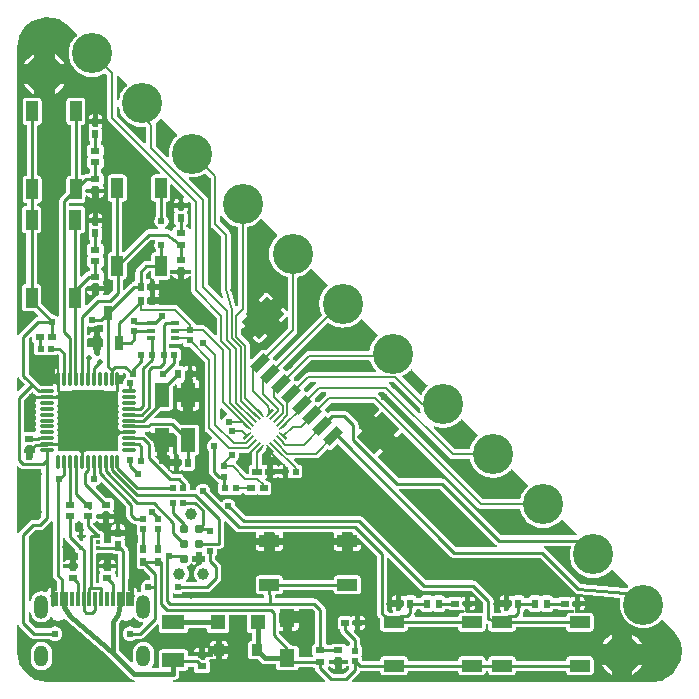
<source format=gtl>
G04 Layer: TopLayer*
G04 EasyEDA v6.5.34, 2023-08-29 15:51:40*
G04 c19b9e491f004e949dcb7f38ecc8bf32,24d7ea87aaaa49e9b18beb810eddf566,10*
G04 Gerber Generator version 0.2*
G04 Scale: 100 percent, Rotated: No, Reflected: No *
G04 Dimensions in millimeters *
G04 leading zeros omitted , absolute positions ,4 integer and 5 decimal *
%FSLAX45Y45*%
%MOMM*%

%AMMACRO1*21,1,$1,$2,0,0,$3*%
%AMMACRO2*4,1,5,-0.3313,-0.2125,0.2521,0.3709,0.3313,0.2916,0.1188,-0.0793,-0.1729,-0.3709,-0.3313,-0.2125,0*%
%AMMACRO3*4,1,5,-0.2125,0.3313,0.3708,-0.2521,0.2916,-0.3313,-0.0794,-0.1188,-0.3708,0.173,-0.2125,0.3313,0*%
%AMMACRO4*4,1,5,0.3313,0.2125,-0.252,-0.3709,-0.3313,-0.2916,-0.1187,0.0793,0.1729,0.3709,0.3313,0.2125,0*%
%AMMACRO5*4,1,5,0.2125,-0.3313,-0.3709,0.2521,-0.2916,0.3313,0.0793,0.1188,0.3709,-0.1729,0.2125,-0.3313,0*%
%AMMACRO6*4,1,5,0.3313,-0.2125,-0.2521,0.3709,-0.3313,0.2917,-0.1187,-0.0793,0.1729,-0.3709,0.3313,-0.2125,0*%
%AMMACRO7*4,1,5,0.2125,0.3313,-0.3709,-0.2521,-0.2916,-0.3313,0.0793,-0.1187,0.3709,0.1729,0.2125,0.3313,0*%
%AMMACRO8*4,1,5,-0.3313,0.2125,0.2521,-0.3709,0.3313,-0.2916,0.1187,0.0793,-0.1729,0.3709,-0.3313,0.2125,0*%
%AMMACRO9*4,1,5,-0.2125,-0.3313,0.3709,0.2521,0.2917,0.3313,-0.0793,0.1188,-0.3709,-0.1729,-0.2125,-0.3313,0*%
%ADD10C,0.2540*%
%ADD11C,0.2000*%
%ADD12C,0.4000*%
%ADD13C,0.2500*%
%ADD14R,1.0000X1.7000*%
%ADD15MACRO1,0.54X0.6365X90.0000*%
%ADD16MACRO1,0.54X0.5656X-90.0000*%
%ADD17MACRO1,0.54X0.6365X0.0000*%
%ADD18R,0.5400X0.6365*%
%ADD19MACRO1,0.54X0.6365X-90.0000*%
%ADD20R,1.7000X1.0000*%
%ADD21R,0.8000X0.5000*%
%ADD22R,0.5000X0.8000*%
%ADD23R,1.2960X1.5000*%
%ADD24O,0.2999994X1.2999974*%
%ADD25O,1.2999974X0.2999994*%
%ADD26R,5.2000X5.2000*%
%ADD27MACRO1,0.96X0.88X-90.0000*%
%ADD28R,1.3000X1.3000*%
%ADD29R,1.9000X1.2000*%
%ADD30MACRO1,0.54X0.5656X0.0000*%
%ADD31R,0.5400X0.5657*%
%ADD32R,0.4500X0.3000*%
%ADD33MACRO1,0.54X0.7901X0.0000*%
%ADD34R,0.5400X0.7901*%
%ADD35MACRO1,0.54X0.7901X-90.0000*%
%ADD36R,0.7800X0.3500*%
%ADD37R,0.7000X1.2500*%
%ADD38MACRO1,0.2X0.825X-44.9949*%
%ADD39MACRO1,0.2X0.825X-45.0000*%
%ADD40MACRO2*%
%ADD41MACRO1,0.825X0.2X-45.0000*%
%ADD42MACRO1,0.825X0.2X-44.9988*%
%ADD43MACRO3*%
%ADD44MACRO4*%
%ADD45MACRO5*%
%ADD46MACRO6*%
%ADD47MACRO7*%
%ADD48MACRO8*%
%ADD49MACRO9*%
%ADD50MACRO1,0.8X1.6X135.0000*%
%ADD51MACRO1,0.8X1.6X134.9987*%
%ADD52MACRO1,2.1X3X135.0000*%
%ADD53MACRO1,2.1X3X134.9995*%
%ADD54MACRO1,0.54X0.5656X90.0000*%
%ADD55R,1.3000X2.0000*%
%ADD56R,0.3000X1.3000*%
%ADD57C,0.7874*%
%ADD58C,3.4000*%
%ADD59O,1.1999976X1.7999964*%
%ADD60O,1.1999976X1.9999959999999999*%
%ADD61C,0.9906*%
%ADD62C,3.2000*%
%ADD63C,0.6096*%
%ADD64C,0.5080*%
%ADD65C,0.5000*%
%ADD66C,0.0122*%

%LPD*%
G36*
X-94691Y2864205D02*
G01*
X-98958Y2864561D01*
X-102819Y2866593D01*
X-105359Y2870047D01*
X-106273Y2874264D01*
X-106273Y3061512D01*
X-105460Y3065373D01*
X-103327Y3068675D01*
X-99974Y3070910D01*
X-96113Y3071672D01*
X-92202Y3070910D01*
X-88950Y3068675D01*
X-20878Y3000654D01*
X-18694Y2997250D01*
X-17881Y2993237D01*
X-18846Y2989224D01*
X-21234Y2985922D01*
X-30988Y2977134D01*
X-44196Y2962605D01*
X-55930Y2946755D01*
X-66040Y2929890D01*
X-74422Y2912110D01*
X-81026Y2893568D01*
X-86106Y2872790D01*
X-87630Y2868777D01*
X-90627Y2865729D01*
G37*

%LPD*%
G36*
X132740Y2497378D02*
G01*
X128828Y2498140D01*
X125577Y2500325D01*
X-103327Y2729179D01*
X-105460Y2732481D01*
X-106273Y2736392D01*
X-106273Y2796489D01*
X-105359Y2800705D01*
X-102819Y2804160D01*
X-98958Y2806242D01*
X-94691Y2806547D01*
X-90627Y2805074D01*
X-87630Y2802026D01*
X-86106Y2797962D01*
X-81026Y2777185D01*
X-74422Y2758643D01*
X-66040Y2740863D01*
X-55930Y2723997D01*
X-44196Y2708198D01*
X-30988Y2693619D01*
X-16357Y2680411D01*
X-609Y2668676D01*
X16357Y2658567D01*
X34086Y2650134D01*
X52578Y2643530D01*
X71678Y2638755D01*
X91135Y2635859D01*
X110794Y2634894D01*
X130505Y2635859D01*
X135534Y2635707D01*
X139395Y2633624D01*
X141935Y2630170D01*
X142900Y2625902D01*
X142900Y2507538D01*
X142087Y2503627D01*
X139954Y2500325D01*
X136601Y2498140D01*
G37*

%LPD*%
G36*
X325577Y2380894D02*
G01*
X321614Y2381656D01*
X318211Y2383891D01*
X226872Y2475230D01*
X224739Y2478532D01*
X223926Y2482392D01*
X223926Y2651404D01*
X222453Y2664866D01*
X223774Y2668778D01*
X226466Y2671826D01*
X238048Y2680411D01*
X252628Y2693619D01*
X261366Y2703271D01*
X264617Y2705709D01*
X268681Y2706624D01*
X272694Y2705912D01*
X276098Y2703677D01*
X403301Y2576372D01*
X405638Y2572969D01*
X406298Y2568956D01*
X405384Y2564942D01*
X402945Y2561640D01*
X393344Y2552903D01*
X380136Y2538323D01*
X368401Y2522524D01*
X358292Y2505659D01*
X349859Y2487828D01*
X343204Y2469337D01*
X338429Y2450236D01*
X335534Y2430780D01*
X334619Y2411120D01*
X335534Y2391562D01*
X334924Y2387549D01*
X332841Y2384145D01*
X329488Y2381808D01*
G37*

%LPD*%
G36*
X355142Y1756003D02*
G01*
X351282Y1757680D01*
X345744Y1761591D01*
X342798Y1763268D01*
X338683Y1765096D01*
X335381Y1766214D01*
X330962Y1767281D01*
X327558Y1767789D01*
X322834Y1767992D01*
X308660Y1767992D01*
X304342Y1769008D01*
X300786Y1771700D01*
X298805Y1775663D01*
X298704Y1780133D01*
X300532Y1784197D01*
X303885Y1787093D01*
X305612Y1788109D01*
X313639Y1794256D01*
X320395Y1801672D01*
X325932Y1810105D01*
X329946Y1819300D01*
X332384Y1829104D01*
X333298Y1839112D01*
X332384Y1849120D01*
X329946Y1858924D01*
X325932Y1868119D01*
X320395Y1876501D01*
X312775Y1884781D01*
X310743Y1887982D01*
X310032Y1891690D01*
X310032Y1992985D01*
X310743Y1996643D01*
X312674Y1999792D01*
X315671Y2002028D01*
X319227Y2003094D01*
X322732Y2003450D01*
X328472Y2005177D01*
X333756Y2007971D01*
X338328Y2011781D01*
X342188Y2016404D01*
X344982Y2021636D01*
X346659Y2027377D01*
X347370Y2033828D01*
X347370Y2139442D01*
X348081Y2143353D01*
X350316Y2146655D01*
X353568Y2148840D01*
X357479Y2149602D01*
X361340Y2148840D01*
X364642Y2146655D01*
X462483Y2048814D01*
X464870Y2045106D01*
X465429Y2040788D01*
X464210Y2036622D01*
X461314Y2033371D01*
X457301Y2031644D01*
X457301Y1991410D01*
X494944Y1991410D01*
X495655Y1995779D01*
X497941Y1999081D01*
X501192Y2001266D01*
X505104Y2002028D01*
X508914Y2001266D01*
X512216Y1999081D01*
X520954Y1990394D01*
X523087Y1987092D01*
X523900Y1983232D01*
X523900Y1779574D01*
X522884Y1775256D01*
X520242Y1771751D01*
X516178Y1769719D01*
X511759Y1769618D01*
X507746Y1771446D01*
X504799Y1774799D01*
X502767Y1778660D01*
X498957Y1783232D01*
X494284Y1787042D01*
X484885Y1792071D01*
X482346Y1795627D01*
X481482Y1799894D01*
X482498Y1804111D01*
X489712Y1812747D01*
X492556Y1817979D01*
X494233Y1823720D01*
X494944Y1830171D01*
X494944Y1892807D01*
X494233Y1899259D01*
X492556Y1904949D01*
X489610Y1910537D01*
X488543Y1913636D01*
X488543Y1916938D01*
X489610Y1920087D01*
X492556Y1925675D01*
X494233Y1931365D01*
X494944Y1937816D01*
X494944Y1946859D01*
X457301Y1946859D01*
X457301Y1933956D01*
X456488Y1930095D01*
X454304Y1926793D01*
X451002Y1924557D01*
X447141Y1923796D01*
X427685Y1923796D01*
X423824Y1924557D01*
X420522Y1926793D01*
X418338Y1930095D01*
X417525Y1933956D01*
X417525Y1946859D01*
X379882Y1946859D01*
X379882Y1937816D01*
X380542Y1931365D01*
X382270Y1925675D01*
X385216Y1920087D01*
X386283Y1916938D01*
X386283Y1913636D01*
X385216Y1910537D01*
X382270Y1904949D01*
X380542Y1899259D01*
X379882Y1892807D01*
X379882Y1830171D01*
X380542Y1823720D01*
X382270Y1817979D01*
X385114Y1812747D01*
X392328Y1804111D01*
X393344Y1799894D01*
X392480Y1795627D01*
X389940Y1792071D01*
X380441Y1787042D01*
X375869Y1783232D01*
X372059Y1778660D01*
X369316Y1773377D01*
X367588Y1767636D01*
X367233Y1764944D01*
X366014Y1760931D01*
X363169Y1757781D01*
X359308Y1756003D01*
G37*

%LPC*%
G36*
X379882Y1991410D02*
G01*
X417525Y1991410D01*
X417525Y2031441D01*
X410921Y2031441D01*
X404469Y2030831D01*
X398780Y2029104D01*
X393446Y2026259D01*
X388924Y2022500D01*
X385114Y2017877D01*
X382270Y2012594D01*
X380542Y2006904D01*
X379882Y2000453D01*
G37*

%LPD*%
G36*
X-42621Y1258874D02*
G01*
X-46532Y1259636D01*
X-49784Y1261821D01*
X-52019Y1265123D01*
X-52730Y1269034D01*
X-52730Y1334211D01*
X-51917Y1338427D01*
X-49276Y1341882D01*
X-45618Y1343964D01*
X-41554Y1345184D01*
X-36322Y1347978D01*
X-31648Y1351788D01*
X-27889Y1356410D01*
X-25095Y1361643D01*
X-23317Y1367383D01*
X-22707Y1373835D01*
X-22707Y1473504D01*
X-21894Y1477416D01*
X-19761Y1480667D01*
X178206Y1678635D01*
X181457Y1680819D01*
X185369Y1681581D01*
X210820Y1681581D01*
X215087Y1680667D01*
X218541Y1678076D01*
X220573Y1674266D01*
X220929Y1669948D01*
X214680Y1655724D01*
X212242Y1645920D01*
X211328Y1635912D01*
X212242Y1625904D01*
X214680Y1616100D01*
X218694Y1606905D01*
X224231Y1598472D01*
X226415Y1596085D01*
X228396Y1592884D01*
X229158Y1589176D01*
X229158Y1583994D01*
X228346Y1580083D01*
X226110Y1576781D01*
X222859Y1574596D01*
X210870Y1573174D01*
X205181Y1571447D01*
X199948Y1568653D01*
X195275Y1564843D01*
X191516Y1560220D01*
X188722Y1554988D01*
X186944Y1549247D01*
X186334Y1542796D01*
X186334Y1511655D01*
X185521Y1507794D01*
X183388Y1504492D01*
X180035Y1502308D01*
X176123Y1501495D01*
X143865Y1501495D01*
X135636Y1500327D01*
X128117Y1497787D01*
X121107Y1493926D01*
X114604Y1488541D01*
X63652Y1437436D01*
X58572Y1430832D01*
X55016Y1423670D01*
X52882Y1416050D01*
X52069Y1407617D01*
X52069Y1349349D01*
X51511Y1345895D01*
X49682Y1342847D01*
X45008Y1337157D01*
X42214Y1331976D01*
X41300Y1329232D01*
X39928Y1326337D01*
X37744Y1324000D01*
X34848Y1322527D01*
X26670Y1319784D01*
X19761Y1315923D01*
X13309Y1310538D01*
X-35407Y1261821D01*
X-38760Y1259636D01*
G37*

%LPD*%
G36*
X785520Y1185214D02*
G01*
X781151Y1185773D01*
X777392Y1188110D01*
X671372Y1294130D01*
X669239Y1297432D01*
X668426Y1301292D01*
X668426Y2016404D01*
X667562Y2024786D01*
X665327Y2032406D01*
X661568Y2039366D01*
X656234Y2045919D01*
X507796Y2194255D01*
X505612Y2197658D01*
X504850Y2201621D01*
X505764Y2205583D01*
X508101Y2208885D01*
X511556Y2210968D01*
X515569Y2211578D01*
X535127Y2210612D01*
X554685Y2211578D01*
X574192Y2214473D01*
X593242Y2219248D01*
X611784Y2225903D01*
X629564Y2234285D01*
X638454Y2239619D01*
X642620Y2240991D01*
X647039Y2240432D01*
X650849Y2238095D01*
X686054Y2202891D01*
X688187Y2199589D01*
X689000Y2195677D01*
X689000Y1814220D01*
X689864Y1805838D01*
X692099Y1798218D01*
X695858Y1791258D01*
X701192Y1784705D01*
X774954Y1710994D01*
X777087Y1707692D01*
X777900Y1703832D01*
X778002Y1258011D01*
X779475Y1249934D01*
X794359Y1198118D01*
X794562Y1193698D01*
X792988Y1189583D01*
X789686Y1186535D01*
G37*

%LPD*%
G36*
X907999Y1119581D02*
G01*
X904036Y1120698D01*
X900887Y1123289D01*
X898956Y1126947D01*
X859332Y1265580D01*
X858926Y1268374D01*
X858926Y1724304D01*
X858062Y1732686D01*
X855827Y1740306D01*
X852068Y1747266D01*
X846734Y1753819D01*
X772972Y1827530D01*
X770839Y1830832D01*
X770026Y1834692D01*
X770026Y1876501D01*
X770991Y1880768D01*
X773582Y1884273D01*
X777443Y1886305D01*
X781812Y1886559D01*
X785876Y1884934D01*
X788924Y1881733D01*
X792632Y1875485D01*
X804316Y1859686D01*
X817575Y1845106D01*
X832154Y1831898D01*
X848004Y1820164D01*
X864819Y1810054D01*
X882599Y1801622D01*
X901141Y1795018D01*
X911199Y1792478D01*
X915162Y1790496D01*
X917905Y1786991D01*
X918870Y1782622D01*
X918870Y1129690D01*
X918057Y1125677D01*
X915619Y1122273D01*
X912164Y1120140D01*
G37*

%LPD*%
G36*
X-945692Y875639D02*
G01*
X-949706Y877620D01*
X-952449Y881176D01*
X-953516Y885545D01*
X-953516Y3307435D01*
X-937666Y3400044D01*
X-936498Y3403447D01*
X-894080Y3476193D01*
X-891692Y3478936D01*
X-825042Y3532936D01*
X-821436Y3534816D01*
X-706069Y3567937D01*
X-703681Y3568344D01*
X-701243Y3568141D01*
X-590397Y3546195D01*
X-586486Y3544519D01*
X-512216Y3491839D01*
X-510895Y3490722D01*
X-445160Y3424936D01*
X-442874Y3421532D01*
X-442214Y3417519D01*
X-443128Y3413506D01*
X-445516Y3410204D01*
X-455168Y3401415D01*
X-468376Y3386836D01*
X-480110Y3371037D01*
X-490220Y3354171D01*
X-498652Y3336391D01*
X-505307Y3317849D01*
X-510082Y3298748D01*
X-512978Y3279292D01*
X-513943Y3259632D01*
X-512978Y3240024D01*
X-510082Y3220516D01*
X-505307Y3201466D01*
X-498652Y3182924D01*
X-490220Y3165144D01*
X-480110Y3148279D01*
X-468376Y3132480D01*
X-455168Y3117900D01*
X-440639Y3104692D01*
X-424789Y3092958D01*
X-407974Y3082848D01*
X-390144Y3074416D01*
X-371602Y3067812D01*
X-352552Y3063036D01*
X-333044Y3060141D01*
X-313436Y3059176D01*
X-293827Y3060141D01*
X-274320Y3063036D01*
X-255219Y3067812D01*
X-236677Y3074416D01*
X-218948Y3082848D01*
X-210108Y3088132D01*
X-205892Y3089554D01*
X-201472Y3088995D01*
X-197662Y3086608D01*
X-190246Y3079191D01*
X-188112Y3075889D01*
X-187299Y3072028D01*
X-187299Y2715920D01*
X-186436Y2707487D01*
X-184200Y2699918D01*
X-180441Y2692908D01*
X-175107Y2686405D01*
X260146Y2251151D01*
X262382Y2247849D01*
X263144Y2243988D01*
X262382Y2240076D01*
X260146Y2236774D01*
X256844Y2234590D01*
X252984Y2233828D01*
X217322Y2233828D01*
X210870Y2233168D01*
X205181Y2231440D01*
X199948Y2228646D01*
X195275Y2224836D01*
X191516Y2220214D01*
X188722Y2214981D01*
X186944Y2209241D01*
X186334Y2202789D01*
X186334Y2033828D01*
X186944Y2027377D01*
X188722Y2021636D01*
X191516Y2016404D01*
X195275Y2011781D01*
X199948Y2007971D01*
X205181Y2005177D01*
X210870Y2003450D01*
X214477Y2003094D01*
X218033Y2002078D01*
X221030Y1999792D01*
X222961Y1996643D01*
X223621Y1992985D01*
X223621Y1878685D01*
X223164Y1875789D01*
X221996Y1873097D01*
X218694Y1868119D01*
X214680Y1858924D01*
X212242Y1849120D01*
X211328Y1839112D01*
X212242Y1829104D01*
X214680Y1819300D01*
X218694Y1810105D01*
X224231Y1801672D01*
X230987Y1794256D01*
X239014Y1788109D01*
X240741Y1787093D01*
X244094Y1784197D01*
X245922Y1780133D01*
X245821Y1775663D01*
X243840Y1771700D01*
X240284Y1769008D01*
X235966Y1767992D01*
X161645Y1767992D01*
X153416Y1766824D01*
X145846Y1764284D01*
X138938Y1760423D01*
X132435Y1755038D01*
X-42672Y1579981D01*
X-45974Y1577746D01*
X-49784Y1576984D01*
X-53695Y1577746D01*
X-56997Y1579981D01*
X-59232Y1583283D01*
X-59943Y1587144D01*
X-59943Y1992985D01*
X-59334Y1996643D01*
X-57404Y1999792D01*
X-54406Y2002078D01*
X-50850Y2003094D01*
X-47244Y2003450D01*
X-41554Y2005177D01*
X-36322Y2007971D01*
X-31648Y2011781D01*
X-27889Y2016404D01*
X-25095Y2021636D01*
X-23317Y2027377D01*
X-22707Y2033828D01*
X-22707Y2202789D01*
X-23317Y2209241D01*
X-25095Y2214981D01*
X-27889Y2220214D01*
X-31648Y2224836D01*
X-36322Y2228646D01*
X-41554Y2231440D01*
X-47244Y2233168D01*
X-53695Y2233828D01*
X-152704Y2233828D01*
X-159105Y2233168D01*
X-164846Y2231440D01*
X-170129Y2228646D01*
X-174701Y2224836D01*
X-178511Y2220214D01*
X-181356Y2214981D01*
X-183032Y2209241D01*
X-183743Y2202789D01*
X-183743Y2033828D01*
X-183032Y2027377D01*
X-181356Y2021636D01*
X-178511Y2016404D01*
X-174701Y2011781D01*
X-170129Y2007971D01*
X-164846Y2005177D01*
X-159105Y2003450D01*
X-155549Y2003094D01*
X-152044Y2002028D01*
X-149047Y1999792D01*
X-147116Y1996643D01*
X-146354Y1992985D01*
X-146354Y1583639D01*
X-147116Y1579981D01*
X-149047Y1576832D01*
X-152044Y1574596D01*
X-155549Y1573530D01*
X-159105Y1573174D01*
X-164846Y1571447D01*
X-170129Y1568653D01*
X-174701Y1564843D01*
X-178511Y1560220D01*
X-181356Y1554988D01*
X-183032Y1549247D01*
X-183743Y1542796D01*
X-183743Y1373835D01*
X-183032Y1367383D01*
X-181356Y1361643D01*
X-178511Y1356410D01*
X-174701Y1351788D01*
X-170129Y1347978D01*
X-164846Y1345184D01*
X-159105Y1343456D01*
X-152704Y1342796D01*
X-149301Y1342796D01*
X-145440Y1342034D01*
X-142189Y1339850D01*
X-139954Y1336548D01*
X-139141Y1332636D01*
X-139141Y1251610D01*
X-139954Y1247698D01*
X-142189Y1244447D01*
X-174447Y1212189D01*
X-177698Y1210005D01*
X-181559Y1209192D01*
X-213817Y1209192D01*
X-217627Y1209903D01*
X-220827Y1211935D01*
X-223012Y1215034D01*
X-223977Y1218692D01*
X-223520Y1222502D01*
X-218389Y1231747D01*
X-216611Y1237437D01*
X-216001Y1243888D01*
X-216001Y1249527D01*
X-260096Y1249527D01*
X-260096Y1218387D01*
X-260756Y1214831D01*
X-262585Y1211681D01*
X-265480Y1209446D01*
X-268884Y1208328D01*
X-270967Y1208024D01*
X-278536Y1205484D01*
X-285496Y1201623D01*
X-291947Y1196238D01*
X-359257Y1128979D01*
X-362559Y1126794D01*
X-366420Y1125982D01*
X-370332Y1126794D01*
X-373583Y1128979D01*
X-375818Y1132281D01*
X-376529Y1136142D01*
X-376529Y1235710D01*
X-375767Y1239774D01*
X-373380Y1243126D01*
X-369874Y1245311D01*
X-365760Y1245870D01*
X-361797Y1244803D01*
X-358648Y1242263D01*
X-356666Y1238605D01*
X-354584Y1231696D01*
X-351840Y1226464D01*
X-348030Y1221841D01*
X-343458Y1218082D01*
X-338175Y1215237D01*
X-332384Y1213510D01*
X-326034Y1212900D01*
X-312877Y1212900D01*
X-312877Y1249527D01*
X-366420Y1249527D01*
X-370332Y1250340D01*
X-373583Y1252524D01*
X-375818Y1255826D01*
X-376529Y1259687D01*
X-376529Y1264615D01*
X-375818Y1268526D01*
X-373583Y1271828D01*
X-361137Y1284274D01*
X-357784Y1286459D01*
X-353923Y1287221D01*
X-312877Y1287221D01*
X-312877Y1302715D01*
X-312064Y1306626D01*
X-309880Y1309928D01*
X-306527Y1312113D01*
X-302666Y1312875D01*
X-270306Y1312875D01*
X-266446Y1312113D01*
X-263093Y1309928D01*
X-260959Y1306626D01*
X-260096Y1302715D01*
X-260096Y1287221D01*
X-216001Y1287221D01*
X-216001Y1292910D01*
X-216611Y1299311D01*
X-218389Y1305052D01*
X-221132Y1310335D01*
X-224180Y1314958D01*
X-224840Y1318412D01*
X-224180Y1321816D01*
X-221132Y1326489D01*
X-218389Y1331722D01*
X-216611Y1337462D01*
X-216001Y1343914D01*
X-216001Y1392885D01*
X-216611Y1399336D01*
X-218389Y1405026D01*
X-221132Y1410309D01*
X-224942Y1414932D01*
X-229616Y1418742D01*
X-234797Y1421536D01*
X-239877Y1423974D01*
X-242417Y1427429D01*
X-243332Y1431645D01*
X-243332Y1433779D01*
X-242417Y1437995D01*
X-239775Y1441399D01*
X-229616Y1446682D01*
X-224942Y1450492D01*
X-221132Y1455115D01*
X-218389Y1460347D01*
X-216611Y1466088D01*
X-216001Y1472539D01*
X-216001Y1521510D01*
X-216611Y1527962D01*
X-218389Y1533652D01*
X-221132Y1538935D01*
X-224180Y1543608D01*
X-224840Y1547012D01*
X-224180Y1550416D01*
X-221132Y1555089D01*
X-218389Y1560372D01*
X-216611Y1566062D01*
X-216001Y1572514D01*
X-216001Y1621536D01*
X-216611Y1627936D01*
X-218389Y1633677D01*
X-221132Y1638960D01*
X-224942Y1643532D01*
X-229616Y1647342D01*
X-239775Y1652625D01*
X-242417Y1656080D01*
X-243230Y1660245D01*
X-243332Y1671929D01*
X-242316Y1676298D01*
X-239572Y1679803D01*
X-237998Y1681124D01*
X-234188Y1685747D01*
X-231343Y1690979D01*
X-229666Y1696720D01*
X-228955Y1703171D01*
X-228955Y1765807D01*
X-229666Y1772259D01*
X-231343Y1777949D01*
X-234289Y1783537D01*
X-235356Y1786636D01*
X-235356Y1789938D01*
X-234289Y1793087D01*
X-231343Y1798675D01*
X-229666Y1804365D01*
X-228955Y1810816D01*
X-228955Y1819859D01*
X-266598Y1819859D01*
X-266598Y1806956D01*
X-267411Y1803095D01*
X-269595Y1799793D01*
X-272897Y1797557D01*
X-276758Y1796796D01*
X-296214Y1796796D01*
X-300075Y1797557D01*
X-303377Y1799793D01*
X-305562Y1803095D01*
X-306374Y1806956D01*
X-306374Y1819859D01*
X-344017Y1819859D01*
X-344017Y1810816D01*
X-343357Y1804365D01*
X-341630Y1798675D01*
X-338683Y1793087D01*
X-337616Y1789938D01*
X-337616Y1786636D01*
X-338683Y1783537D01*
X-341630Y1777949D01*
X-343357Y1772259D01*
X-344017Y1765807D01*
X-344017Y1703171D01*
X-343357Y1696720D01*
X-341630Y1690979D01*
X-338785Y1685747D01*
X-334975Y1681124D01*
X-333400Y1679803D01*
X-330657Y1676298D01*
X-329742Y1671929D01*
X-329641Y1660245D01*
X-330555Y1656080D01*
X-333197Y1652625D01*
X-343458Y1647342D01*
X-348030Y1643532D01*
X-351840Y1638960D01*
X-354584Y1633677D01*
X-356311Y1627936D01*
X-356971Y1621536D01*
X-356971Y1572514D01*
X-356311Y1566062D01*
X-354584Y1560372D01*
X-351840Y1555089D01*
X-348792Y1550416D01*
X-348132Y1547012D01*
X-348792Y1543608D01*
X-351840Y1538935D01*
X-354584Y1533652D01*
X-356311Y1527962D01*
X-356971Y1521510D01*
X-356971Y1472539D01*
X-356311Y1466088D01*
X-354584Y1460347D01*
X-351840Y1455115D01*
X-348030Y1450492D01*
X-343458Y1446682D01*
X-333197Y1441399D01*
X-330555Y1437995D01*
X-329742Y1433779D01*
X-329742Y1431645D01*
X-330555Y1427429D01*
X-333197Y1423974D01*
X-343458Y1418742D01*
X-348030Y1414932D01*
X-351282Y1410970D01*
X-354279Y1408531D01*
X-362508Y1404010D01*
X-368960Y1398676D01*
X-396494Y1371092D01*
X-399796Y1368856D01*
X-403707Y1368094D01*
X-407619Y1368856D01*
X-410921Y1371092D01*
X-413054Y1374394D01*
X-413867Y1378254D01*
X-413867Y1726285D01*
X-413156Y1729943D01*
X-411226Y1733092D01*
X-408228Y1735328D01*
X-404672Y1736394D01*
X-401167Y1736750D01*
X-395427Y1738477D01*
X-390144Y1741271D01*
X-385572Y1745081D01*
X-381711Y1749704D01*
X-378917Y1754936D01*
X-377240Y1760677D01*
X-376529Y1767078D01*
X-376529Y1936089D01*
X-377240Y1942541D01*
X-378917Y1948281D01*
X-381711Y1953514D01*
X-385572Y1958136D01*
X-390144Y1961946D01*
X-395427Y1964740D01*
X-401167Y1966468D01*
X-407568Y1967128D01*
X-499821Y1967128D01*
X-503732Y1967890D01*
X-506984Y1970074D01*
X-509219Y1973376D01*
X-509930Y1977288D01*
X-509930Y1982419D01*
X-509219Y1986330D01*
X-506984Y1989632D01*
X-503732Y1991817D01*
X-499821Y1992579D01*
X-401777Y1992579D01*
X-395376Y1993239D01*
X-389585Y1994966D01*
X-384352Y1997760D01*
X-379780Y2001570D01*
X-375920Y2006193D01*
X-373126Y2011425D01*
X-371449Y2017166D01*
X-370789Y2023618D01*
X-370789Y2046884D01*
X-369925Y2050948D01*
X-367538Y2054352D01*
X-363982Y2056485D01*
X-359816Y2056993D01*
X-355854Y2055875D01*
X-352704Y2053183D01*
X-347980Y2047290D01*
X-343458Y2043582D01*
X-338175Y2040737D01*
X-332384Y2039010D01*
X-326034Y2038400D01*
X-312877Y2038400D01*
X-312877Y2075027D01*
X-360629Y2075027D01*
X-364540Y2075840D01*
X-367842Y2078024D01*
X-370027Y2081326D01*
X-370789Y2085187D01*
X-370789Y2102561D01*
X-370027Y2106472D01*
X-367842Y2109774D01*
X-364540Y2111959D01*
X-360629Y2112721D01*
X-312877Y2112721D01*
X-312877Y2128215D01*
X-312064Y2132126D01*
X-309880Y2135428D01*
X-306527Y2137613D01*
X-302666Y2138375D01*
X-270306Y2138375D01*
X-266446Y2137613D01*
X-263093Y2135428D01*
X-260959Y2132126D01*
X-260096Y2128215D01*
X-260096Y2112721D01*
X-216001Y2112721D01*
X-216001Y2118410D01*
X-216611Y2124811D01*
X-218389Y2130552D01*
X-221132Y2135835D01*
X-224180Y2140458D01*
X-224840Y2143912D01*
X-224180Y2147316D01*
X-221132Y2151989D01*
X-218389Y2157222D01*
X-216611Y2162962D01*
X-216001Y2169414D01*
X-216001Y2218385D01*
X-216611Y2224836D01*
X-218389Y2230526D01*
X-221132Y2235809D01*
X-224942Y2240432D01*
X-229616Y2244191D01*
X-234797Y2247036D01*
X-239775Y2249474D01*
X-242417Y2252929D01*
X-243230Y2257145D01*
X-243230Y2271979D01*
X-242417Y2276195D01*
X-239775Y2279599D01*
X-229616Y2284882D01*
X-224942Y2288692D01*
X-221132Y2293315D01*
X-218389Y2298547D01*
X-216611Y2304288D01*
X-216001Y2310688D01*
X-216001Y2359710D01*
X-216611Y2366162D01*
X-218389Y2371852D01*
X-221132Y2377135D01*
X-224180Y2381808D01*
X-224840Y2385212D01*
X-224180Y2388616D01*
X-221132Y2393289D01*
X-218389Y2398572D01*
X-216611Y2404262D01*
X-216001Y2410714D01*
X-216001Y2459736D01*
X-216611Y2466136D01*
X-218389Y2471877D01*
X-221132Y2477160D01*
X-224942Y2481732D01*
X-229616Y2485542D01*
X-239775Y2490825D01*
X-242417Y2494280D01*
X-243230Y2498445D01*
X-243230Y2510129D01*
X-242316Y2514498D01*
X-239572Y2518003D01*
X-237998Y2519324D01*
X-234188Y2523947D01*
X-231343Y2529179D01*
X-229666Y2534920D01*
X-228955Y2541371D01*
X-228955Y2604008D01*
X-229666Y2610459D01*
X-231343Y2616149D01*
X-234289Y2621737D01*
X-235356Y2624836D01*
X-235356Y2628138D01*
X-234289Y2631287D01*
X-231343Y2636824D01*
X-229666Y2642565D01*
X-228955Y2649016D01*
X-228955Y2658059D01*
X-266598Y2658059D01*
X-266598Y2645156D01*
X-267411Y2641295D01*
X-269595Y2637993D01*
X-272897Y2635758D01*
X-276758Y2634996D01*
X-296214Y2634996D01*
X-300075Y2635758D01*
X-303377Y2637993D01*
X-305562Y2641295D01*
X-306374Y2645156D01*
X-306374Y2658059D01*
X-344017Y2658059D01*
X-344017Y2649016D01*
X-343357Y2642565D01*
X-341630Y2636824D01*
X-338683Y2631287D01*
X-337616Y2628138D01*
X-337616Y2624836D01*
X-338683Y2621737D01*
X-341630Y2616149D01*
X-343357Y2610459D01*
X-344017Y2604008D01*
X-344017Y2541371D01*
X-343357Y2534920D01*
X-341630Y2529179D01*
X-338785Y2523947D01*
X-334975Y2519324D01*
X-333400Y2518003D01*
X-330657Y2514498D01*
X-329641Y2510129D01*
X-329641Y2498445D01*
X-330555Y2494280D01*
X-333197Y2490825D01*
X-343458Y2485542D01*
X-348030Y2481732D01*
X-351840Y2477160D01*
X-354584Y2471877D01*
X-356311Y2466136D01*
X-356971Y2459736D01*
X-356971Y2410714D01*
X-356311Y2404262D01*
X-354584Y2398572D01*
X-351840Y2393289D01*
X-348792Y2388616D01*
X-348132Y2385212D01*
X-348792Y2381808D01*
X-351840Y2377135D01*
X-354584Y2371852D01*
X-356311Y2366162D01*
X-356971Y2359710D01*
X-356971Y2310688D01*
X-356311Y2304288D01*
X-354584Y2298547D01*
X-351840Y2293315D01*
X-348030Y2288692D01*
X-343458Y2284882D01*
X-333197Y2279599D01*
X-330555Y2276195D01*
X-329641Y2271979D01*
X-329641Y2257145D01*
X-330555Y2252929D01*
X-333197Y2249474D01*
X-343357Y2244242D01*
X-348996Y2239467D01*
X-352044Y2237740D01*
X-355498Y2237079D01*
X-367182Y2237028D01*
X-375361Y2235911D01*
X-383032Y2233371D01*
X-388061Y2230678D01*
X-391871Y2227884D01*
X-395884Y2226056D01*
X-400354Y2226157D01*
X-404317Y2228138D01*
X-407111Y2231644D01*
X-408076Y2236012D01*
X-408076Y2642768D01*
X-407416Y2646426D01*
X-405485Y2649575D01*
X-402437Y2651810D01*
X-398881Y2652877D01*
X-395376Y2653233D01*
X-389585Y2654960D01*
X-384352Y2657754D01*
X-379780Y2661564D01*
X-375920Y2666187D01*
X-373126Y2671419D01*
X-371449Y2677160D01*
X-370789Y2683611D01*
X-370789Y2852572D01*
X-371449Y2859024D01*
X-373126Y2864764D01*
X-375920Y2869996D01*
X-379780Y2874619D01*
X-384352Y2878429D01*
X-389585Y2881223D01*
X-395376Y2882950D01*
X-401777Y2883611D01*
X-500786Y2883611D01*
X-507238Y2882950D01*
X-512978Y2881223D01*
X-518159Y2878429D01*
X-522833Y2874619D01*
X-526643Y2869996D01*
X-529386Y2864764D01*
X-531164Y2859024D01*
X-531774Y2852572D01*
X-531774Y2683611D01*
X-531164Y2677160D01*
X-529386Y2671419D01*
X-526643Y2666187D01*
X-522833Y2661564D01*
X-518159Y2657754D01*
X-512978Y2654960D01*
X-507238Y2653233D01*
X-503682Y2652877D01*
X-500075Y2651810D01*
X-497078Y2649575D01*
X-495147Y2646426D01*
X-494487Y2642768D01*
X-494487Y2233422D01*
X-495147Y2229764D01*
X-497078Y2226614D01*
X-500075Y2224328D01*
X-503682Y2223312D01*
X-507238Y2222957D01*
X-512978Y2221230D01*
X-518159Y2218436D01*
X-522833Y2214626D01*
X-526643Y2210003D01*
X-529386Y2204770D01*
X-531164Y2199030D01*
X-531774Y2192578D01*
X-531774Y2092858D01*
X-532587Y2088997D01*
X-534720Y2085695D01*
X-584911Y2035505D01*
X-589838Y2028901D01*
X-593394Y2021738D01*
X-595630Y2014118D01*
X-596341Y2005685D01*
X-596341Y1040485D01*
X-597357Y1036116D01*
X-600151Y1032611D01*
X-604266Y1030630D01*
X-608736Y1030579D01*
X-612749Y1032510D01*
X-621487Y1039215D01*
X-630326Y1044041D01*
X-639775Y1047292D01*
X-654151Y1049731D01*
X-657402Y1051915D01*
X-743661Y1138174D01*
X-745794Y1141425D01*
X-746607Y1145336D01*
X-746607Y1276096D01*
X-747217Y1282547D01*
X-748995Y1288237D01*
X-751789Y1293520D01*
X-755548Y1298143D01*
X-760222Y1301953D01*
X-765454Y1304747D01*
X-771144Y1306474D01*
X-774750Y1306830D01*
X-778306Y1307846D01*
X-781304Y1310132D01*
X-783234Y1313281D01*
X-783844Y1316939D01*
X-783844Y1726285D01*
X-783234Y1729943D01*
X-781304Y1733092D01*
X-778306Y1735328D01*
X-774750Y1736394D01*
X-771144Y1736750D01*
X-765454Y1738477D01*
X-760222Y1741271D01*
X-755548Y1745081D01*
X-751789Y1749704D01*
X-748995Y1754936D01*
X-747217Y1760677D01*
X-746607Y1767078D01*
X-746607Y1936089D01*
X-747217Y1942541D01*
X-748995Y1948281D01*
X-751789Y1953514D01*
X-755548Y1958136D01*
X-760222Y1961946D01*
X-765454Y1964740D01*
X-770940Y1966417D01*
X-774598Y1968500D01*
X-777240Y1971903D01*
X-778052Y1976120D01*
X-778052Y1982774D01*
X-777392Y1986432D01*
X-775462Y1989582D01*
X-772515Y1991817D01*
X-768959Y1992884D01*
X-765352Y1993239D01*
X-759663Y1994966D01*
X-754430Y1997760D01*
X-749757Y2001570D01*
X-745998Y2006193D01*
X-743204Y2011425D01*
X-741426Y2017166D01*
X-740765Y2023618D01*
X-740765Y2192578D01*
X-741426Y2199030D01*
X-743204Y2204770D01*
X-745998Y2210003D01*
X-749757Y2214626D01*
X-754430Y2218436D01*
X-759663Y2221230D01*
X-765352Y2222957D01*
X-768959Y2223312D01*
X-772515Y2224328D01*
X-775462Y2226614D01*
X-777392Y2229764D01*
X-778052Y2233422D01*
X-778052Y2642768D01*
X-777392Y2646426D01*
X-775462Y2649575D01*
X-772515Y2651861D01*
X-768959Y2652877D01*
X-765352Y2653233D01*
X-759714Y2654960D01*
X-754430Y2657754D01*
X-749757Y2661564D01*
X-745998Y2666187D01*
X-743204Y2671419D01*
X-741426Y2677160D01*
X-740765Y2683611D01*
X-740765Y2852572D01*
X-741426Y2859024D01*
X-743204Y2864764D01*
X-745998Y2869996D01*
X-749757Y2874619D01*
X-754430Y2878429D01*
X-759714Y2881223D01*
X-765352Y2882950D01*
X-771855Y2883611D01*
X-870813Y2883611D01*
X-877214Y2882950D01*
X-882954Y2881223D01*
X-888237Y2878429D01*
X-892810Y2874619D01*
X-896619Y2869996D01*
X-899464Y2864764D01*
X-901141Y2859024D01*
X-901852Y2852572D01*
X-901852Y2683611D01*
X-901141Y2677160D01*
X-899464Y2671419D01*
X-896619Y2666187D01*
X-892810Y2661564D01*
X-888237Y2657754D01*
X-882954Y2654960D01*
X-877214Y2653233D01*
X-873658Y2652877D01*
X-870153Y2651810D01*
X-867156Y2649575D01*
X-865225Y2646426D01*
X-864463Y2642768D01*
X-864463Y2233422D01*
X-865225Y2229764D01*
X-867156Y2226614D01*
X-870153Y2224379D01*
X-873658Y2223312D01*
X-877214Y2222957D01*
X-882954Y2221230D01*
X-888237Y2218436D01*
X-892810Y2214626D01*
X-896619Y2210003D01*
X-899464Y2204770D01*
X-901141Y2199030D01*
X-901852Y2192578D01*
X-901852Y2023618D01*
X-901141Y2017166D01*
X-899464Y2011425D01*
X-896619Y2006193D01*
X-892810Y2001570D01*
X-888237Y1997760D01*
X-882954Y1994966D01*
X-877214Y1993239D01*
X-873658Y1992884D01*
X-870153Y1991817D01*
X-867156Y1989582D01*
X-865225Y1986432D01*
X-864463Y1982774D01*
X-864463Y1977288D01*
X-865327Y1973376D01*
X-867460Y1970074D01*
X-870762Y1967890D01*
X-874623Y1967128D01*
X-883005Y1966468D01*
X-888746Y1964740D01*
X-894029Y1961946D01*
X-898601Y1958136D01*
X-902411Y1953514D01*
X-905256Y1948281D01*
X-906932Y1942541D01*
X-907643Y1936089D01*
X-907643Y1767078D01*
X-906932Y1760677D01*
X-905256Y1754936D01*
X-902411Y1749704D01*
X-898601Y1745081D01*
X-894029Y1741271D01*
X-888746Y1738477D01*
X-883005Y1736750D01*
X-879449Y1736394D01*
X-875944Y1735328D01*
X-872947Y1733092D01*
X-871016Y1729943D01*
X-870254Y1726285D01*
X-870254Y1316939D01*
X-871016Y1313281D01*
X-872947Y1310132D01*
X-875944Y1307846D01*
X-879449Y1306830D01*
X-883005Y1306474D01*
X-888746Y1304747D01*
X-894029Y1301953D01*
X-898601Y1298143D01*
X-902411Y1293520D01*
X-905256Y1288237D01*
X-906932Y1282547D01*
X-907643Y1276096D01*
X-907643Y1107084D01*
X-906932Y1100683D01*
X-905256Y1094943D01*
X-902411Y1089660D01*
X-898601Y1085088D01*
X-894029Y1081278D01*
X-888746Y1078484D01*
X-883005Y1076756D01*
X-876604Y1076096D01*
X-808024Y1076096D01*
X-804113Y1075334D01*
X-800811Y1073099D01*
X-774801Y1047140D01*
X-772515Y1043686D01*
X-771855Y1039672D01*
X-772718Y1035659D01*
X-775157Y1032357D01*
X-778764Y1030325D01*
X-786536Y1027684D01*
X-793496Y1023823D01*
X-799947Y1018438D01*
X-927811Y890574D01*
X-932738Y883919D01*
X-934212Y881024D01*
X-937107Y877519D01*
X-941120Y875639D01*
G37*

%LPC*%
G36*
X-887882Y3170072D02*
G01*
X-804672Y3170072D01*
X-804672Y3253232D01*
X-813511Y3248660D01*
X-829513Y3238347D01*
X-844296Y3226511D01*
X-857961Y3213252D01*
X-870153Y3198723D01*
X-880871Y3183026D01*
G37*
G36*
X-804672Y2914192D02*
G01*
X-804672Y2997352D01*
X-887882Y2997352D01*
X-880871Y2984347D01*
X-870153Y2968701D01*
X-857961Y2954121D01*
X-844296Y2940862D01*
X-829513Y2929026D01*
X-813511Y2918714D01*
G37*
G36*
X-344017Y2702610D02*
G01*
X-306374Y2702610D01*
X-306374Y2742641D01*
X-312978Y2742641D01*
X-319430Y2742031D01*
X-325120Y2740304D01*
X-330454Y2737459D01*
X-334975Y2733700D01*
X-338785Y2729077D01*
X-341630Y2723794D01*
X-343357Y2718104D01*
X-344017Y2711653D01*
G37*
G36*
X-260096Y2038400D02*
G01*
X-246938Y2038400D01*
X-240588Y2039010D01*
X-234797Y2040737D01*
X-229616Y2043582D01*
X-224942Y2047341D01*
X-221132Y2051964D01*
X-218389Y2057247D01*
X-216611Y2062937D01*
X-216001Y2069388D01*
X-216001Y2075027D01*
X-260096Y2075027D01*
G37*
G36*
X-631901Y2913938D02*
G01*
X-614934Y2923692D01*
X-599541Y2934766D01*
X-585317Y2947314D01*
X-572363Y2961233D01*
X-560933Y2976372D01*
X-551027Y2992577D01*
X-548741Y2997352D01*
X-631901Y2997352D01*
G37*
G36*
X-344017Y1864410D02*
G01*
X-306374Y1864410D01*
X-306374Y1904441D01*
X-312978Y1904441D01*
X-319430Y1903831D01*
X-325120Y1902104D01*
X-330454Y1899259D01*
X-334975Y1895500D01*
X-338785Y1890877D01*
X-341630Y1885594D01*
X-343357Y1879904D01*
X-344017Y1873453D01*
G37*
G36*
X-266598Y1864410D02*
G01*
X-228955Y1864410D01*
X-228955Y1873453D01*
X-229666Y1879904D01*
X-231343Y1885594D01*
X-234188Y1890877D01*
X-237998Y1895500D01*
X-242519Y1899259D01*
X-247853Y1902104D01*
X-253593Y1903831D01*
X-259994Y1904441D01*
X-266598Y1904441D01*
G37*
G36*
X-266598Y2702610D02*
G01*
X-228955Y2702610D01*
X-228955Y2711653D01*
X-229666Y2718104D01*
X-231343Y2723794D01*
X-234188Y2729077D01*
X-237998Y2733700D01*
X-242519Y2737459D01*
X-247853Y2740304D01*
X-253593Y2742031D01*
X-259994Y2742641D01*
X-266598Y2742641D01*
G37*
G36*
X-631901Y3170072D02*
G01*
X-548741Y3170072D01*
X-551027Y3174796D01*
X-560933Y3191002D01*
X-572363Y3206140D01*
X-585317Y3220059D01*
X-599541Y3232658D01*
X-614934Y3243732D01*
X-631901Y3253486D01*
G37*

%LPD*%
G36*
X729640Y871778D02*
G01*
X725728Y872540D01*
X722477Y874725D01*
X651865Y945387D01*
X645312Y950721D01*
X638302Y954481D01*
X630732Y956767D01*
X622350Y957580D01*
X574598Y957580D01*
X570230Y958596D01*
X566724Y961390D01*
X562102Y967028D01*
X557580Y970787D01*
X553110Y974039D01*
X547268Y985266D01*
X541934Y991819D01*
X415594Y1118108D01*
X409092Y1123442D01*
X402132Y1127201D01*
X394462Y1129487D01*
X386130Y1130300D01*
X261010Y1130300D01*
X257251Y1131011D01*
X254101Y1132992D01*
X251815Y1136040D01*
X250850Y1139647D01*
X214172Y1139647D01*
X213156Y1136040D01*
X210870Y1132992D01*
X207721Y1131011D01*
X203962Y1130300D01*
X186639Y1130300D01*
X182930Y1131011D01*
X179781Y1132992D01*
X177495Y1136040D01*
X176530Y1139647D01*
X160934Y1139647D01*
X157073Y1140460D01*
X153771Y1142644D01*
X151638Y1145946D01*
X150774Y1149807D01*
X150774Y1182217D01*
X151638Y1186078D01*
X153771Y1189380D01*
X157073Y1191564D01*
X160934Y1192377D01*
X176479Y1192377D01*
X176479Y1253947D01*
X160934Y1253947D01*
X157073Y1254760D01*
X153771Y1256944D01*
X151638Y1260246D01*
X150774Y1264107D01*
X150774Y1296517D01*
X151638Y1300378D01*
X153771Y1303680D01*
X157073Y1305864D01*
X160934Y1306677D01*
X176479Y1306677D01*
X176479Y1346352D01*
X177596Y1350822D01*
X170789Y1350822D01*
X164388Y1350162D01*
X158648Y1348435D01*
X153466Y1345692D01*
X149504Y1344523D01*
X145338Y1345031D01*
X141782Y1347165D01*
X139395Y1350568D01*
X138480Y1354632D01*
X138480Y1385976D01*
X139293Y1389888D01*
X141478Y1393190D01*
X160477Y1412138D01*
X163779Y1414322D01*
X167640Y1415084D01*
X176123Y1415084D01*
X180035Y1414322D01*
X183388Y1412138D01*
X185521Y1408836D01*
X186334Y1404924D01*
X186334Y1373835D01*
X186944Y1367383D01*
X187960Y1363929D01*
X188366Y1360170D01*
X187350Y1356461D01*
X191262Y1355344D01*
X199948Y1347978D01*
X205181Y1345184D01*
X206908Y1344625D01*
X210718Y1342542D01*
X213258Y1339088D01*
X214172Y1334922D01*
X214172Y1306677D01*
X250850Y1306677D01*
X250850Y1319834D01*
X250190Y1326235D01*
X249174Y1329690D01*
X248767Y1333449D01*
X249732Y1337106D01*
X251917Y1340104D01*
X255168Y1342085D01*
X258825Y1342796D01*
X316331Y1342796D01*
X322732Y1343456D01*
X328472Y1345184D01*
X333756Y1347978D01*
X338328Y1351788D01*
X342188Y1356410D01*
X344982Y1361643D01*
X346659Y1367383D01*
X347370Y1375308D01*
X348234Y1379270D01*
X350621Y1382623D01*
X354076Y1384706D01*
X358190Y1385316D01*
X362102Y1384249D01*
X365302Y1381709D01*
X367233Y1378102D01*
X369316Y1371447D01*
X372059Y1366164D01*
X375869Y1361541D01*
X380441Y1357782D01*
X385724Y1354937D01*
X391515Y1353210D01*
X397865Y1352600D01*
X411022Y1352600D01*
X411022Y1389227D01*
X357479Y1389227D01*
X353568Y1390040D01*
X350316Y1392224D01*
X348081Y1395526D01*
X347370Y1399387D01*
X347370Y1416761D01*
X348081Y1420672D01*
X350316Y1423974D01*
X353568Y1426159D01*
X357479Y1426921D01*
X411022Y1426921D01*
X411022Y1442415D01*
X411835Y1446326D01*
X414020Y1449628D01*
X417372Y1451813D01*
X421233Y1452575D01*
X453593Y1452575D01*
X457454Y1451813D01*
X460806Y1449628D01*
X462940Y1446326D01*
X463804Y1442415D01*
X463804Y1426921D01*
X513740Y1426921D01*
X517601Y1426159D01*
X520954Y1423974D01*
X523087Y1420672D01*
X523900Y1416761D01*
X523900Y1399387D01*
X523087Y1395526D01*
X520954Y1392224D01*
X517601Y1390040D01*
X513740Y1389227D01*
X463804Y1389227D01*
X463804Y1352600D01*
X476961Y1352600D01*
X483311Y1353210D01*
X489102Y1354937D01*
X494284Y1357782D01*
X498957Y1361541D01*
X502767Y1366164D01*
X504799Y1370025D01*
X507746Y1373378D01*
X511759Y1375206D01*
X516178Y1375054D01*
X520242Y1373073D01*
X522884Y1369568D01*
X523900Y1365199D01*
X523900Y1255420D01*
X524764Y1247038D01*
X526999Y1239418D01*
X530758Y1232458D01*
X536092Y1225905D01*
X736854Y1025194D01*
X738987Y1021892D01*
X739800Y1018032D01*
X739800Y881938D01*
X738987Y878027D01*
X736854Y874725D01*
X733501Y872540D01*
G37*

%LPC*%
G36*
X214172Y1192377D02*
G01*
X250850Y1192377D01*
X250850Y1205534D01*
X250190Y1211935D01*
X246989Y1221486D01*
X246989Y1224838D01*
X248412Y1228648D01*
X250190Y1234389D01*
X250850Y1240790D01*
X250850Y1253947D01*
X214172Y1253947D01*
G37*

%LPD*%
G36*
X-275285Y694791D02*
G01*
X-279654Y695706D01*
X-283108Y698398D01*
X-289255Y711098D01*
X-295656Y720140D01*
X-297078Y722934D01*
X-297535Y726033D01*
X-297535Y769924D01*
X-346608Y769924D01*
X-350520Y770686D01*
X-353822Y772922D01*
X-356006Y776224D01*
X-356819Y780084D01*
X-356819Y834999D01*
X-356006Y838860D01*
X-353822Y842162D01*
X-350520Y844346D01*
X-346608Y845159D01*
X-297535Y845159D01*
X-297535Y900531D01*
X-308152Y900531D01*
X-314655Y899921D01*
X-320294Y898194D01*
X-325577Y895350D01*
X-330250Y891590D01*
X-333959Y886968D01*
X-338836Y877773D01*
X-342138Y875284D01*
X-346049Y874217D01*
X-350113Y874826D01*
X-353568Y876960D01*
X-355955Y880313D01*
X-356819Y884326D01*
X-356819Y939088D01*
X-355904Y943203D01*
X-353466Y946556D01*
X-349961Y948690D01*
X-345744Y949198D01*
X-341782Y948029D01*
X-336346Y945083D01*
X-326898Y941832D01*
X-316890Y940155D01*
X-306882Y940155D01*
X-296875Y941832D01*
X-287426Y945083D01*
X-278587Y949909D01*
X-271272Y955548D01*
X-268325Y957173D01*
X-264972Y957681D01*
X-235559Y957681D01*
X-232562Y957834D01*
X-228498Y957224D01*
X-225044Y955090D01*
X-222707Y951687D01*
X-221894Y947724D01*
X-221894Y910031D01*
X-222808Y905916D01*
X-225247Y902512D01*
X-228854Y900379D01*
X-233070Y899921D01*
X-239166Y900531D01*
X-249834Y900531D01*
X-249834Y845159D01*
X-232054Y845159D01*
X-228193Y844346D01*
X-224891Y842162D01*
X-222656Y838860D01*
X-221894Y834999D01*
X-221894Y780084D01*
X-222656Y776224D01*
X-224891Y772922D01*
X-228193Y770686D01*
X-232054Y769924D01*
X-249834Y769924D01*
X-249834Y709930D01*
X-250799Y705612D01*
X-253441Y702157D01*
X-257352Y700125D01*
X-267360Y697433D01*
X-271018Y695706D01*
G37*

%LPD*%
G36*
X1034135Y669290D02*
G01*
X1030274Y670052D01*
X1027023Y672236D01*
X1024839Y675538D01*
X1024026Y679450D01*
X1024026Y784504D01*
X1023162Y792886D01*
X1020876Y800506D01*
X1017117Y807466D01*
X1011783Y814019D01*
X950823Y874979D01*
X948639Y878281D01*
X947826Y882192D01*
X947826Y923747D01*
X948639Y927811D01*
X951128Y931214D01*
X954633Y933348D01*
X958850Y933856D01*
X1030630Y1005687D01*
X988110Y1048207D01*
X985977Y1051255D01*
X985164Y1054862D01*
X985621Y1058570D01*
X987450Y1061821D01*
X992987Y1068578D01*
X996746Y1075588D01*
X999083Y1083157D01*
X999896Y1091539D01*
X999896Y1782622D01*
X1000810Y1786991D01*
X1003553Y1790496D01*
X1007516Y1792478D01*
X1017574Y1795018D01*
X1036066Y1801622D01*
X1053896Y1810054D01*
X1070762Y1820164D01*
X1086510Y1831898D01*
X1101140Y1845106D01*
X1109878Y1854707D01*
X1113180Y1857146D01*
X1117142Y1858060D01*
X1121105Y1857349D01*
X1124610Y1855114D01*
X1251864Y1727809D01*
X1254099Y1724406D01*
X1254810Y1720392D01*
X1253896Y1716379D01*
X1251508Y1713077D01*
X1241856Y1704390D01*
X1228598Y1689811D01*
X1216914Y1674012D01*
X1206754Y1657096D01*
X1198422Y1639316D01*
X1191768Y1620824D01*
X1186992Y1601724D01*
X1184046Y1582267D01*
X1183132Y1562608D01*
X1184046Y1542948D01*
X1186992Y1523492D01*
X1191768Y1504391D01*
X1198422Y1485900D01*
X1206754Y1468069D01*
X1216914Y1451203D01*
X1228598Y1435404D01*
X1241856Y1420825D01*
X1256385Y1407617D01*
X1272184Y1395882D01*
X1289050Y1385773D01*
X1306880Y1377391D01*
X1325422Y1370736D01*
X1335430Y1368247D01*
X1339392Y1366215D01*
X1342136Y1362710D01*
X1343152Y1358392D01*
X1343152Y1088085D01*
X1342339Y1084173D01*
X1340104Y1080871D01*
X1336802Y1078687D01*
X1332941Y1077925D01*
X1329080Y1078687D01*
X1325778Y1080871D01*
X1299006Y1107643D01*
X1228953Y1037488D01*
X1283055Y983284D01*
X1325778Y1025956D01*
X1329080Y1028192D01*
X1332941Y1028953D01*
X1336802Y1028192D01*
X1340104Y1025956D01*
X1342339Y1022654D01*
X1343152Y1018794D01*
X1343152Y935786D01*
X1342339Y931926D01*
X1340104Y928624D01*
X1160576Y749046D01*
X1156970Y746709D01*
X1152753Y746099D01*
X1148638Y747268D01*
X1144930Y749198D01*
X1139240Y750925D01*
X1133348Y751535D01*
X1127353Y750925D01*
X1121664Y749198D01*
X1116380Y746404D01*
X1111351Y742289D01*
X1041400Y672236D01*
X1038098Y670052D01*
G37*

%LPC*%
G36*
X1145692Y1120749D02*
G01*
X1215796Y1190853D01*
X1183487Y1223111D01*
X1178509Y1227226D01*
X1173276Y1230071D01*
X1167485Y1231798D01*
X1161592Y1232357D01*
X1155598Y1231798D01*
X1149908Y1230071D01*
X1144676Y1227226D01*
X1139698Y1223111D01*
X1091488Y1174953D01*
G37*
G36*
X1097991Y810818D02*
G01*
X1103884Y811428D01*
X1109573Y813155D01*
X1114856Y815949D01*
X1119886Y820064D01*
X1168044Y868273D01*
X1113840Y922477D01*
X1043787Y852373D01*
X1075994Y820064D01*
X1081074Y815949D01*
X1086307Y813155D01*
X1091996Y811428D01*
G37*

%LPD*%
G36*
X1241094Y657707D02*
G01*
X1236980Y658926D01*
X1233373Y660806D01*
X1226820Y662838D01*
X1223873Y664260D01*
X1221486Y666648D01*
X1220012Y669594D01*
X1217980Y676148D01*
X1216050Y679805D01*
X1214882Y683920D01*
X1215542Y688187D01*
X1217828Y691743D01*
X1411884Y885799D01*
X1417269Y892352D01*
X1421028Y899312D01*
X1423314Y906932D01*
X1424076Y915314D01*
X1424076Y1358392D01*
X1425143Y1362710D01*
X1427835Y1366215D01*
X1431798Y1368247D01*
X1441805Y1370736D01*
X1460296Y1377391D01*
X1478076Y1385773D01*
X1494993Y1395882D01*
X1510842Y1407617D01*
X1525371Y1420825D01*
X1534109Y1430426D01*
X1537360Y1432864D01*
X1541373Y1433779D01*
X1545437Y1433068D01*
X1548841Y1430832D01*
X1676044Y1303528D01*
X1678330Y1300124D01*
X1679092Y1296111D01*
X1678127Y1292098D01*
X1675739Y1288796D01*
X1666087Y1280109D01*
X1652930Y1265529D01*
X1641144Y1249730D01*
X1631035Y1232865D01*
X1622653Y1215085D01*
X1616049Y1196543D01*
X1611223Y1177442D01*
X1608378Y1157986D01*
X1607362Y1138326D01*
X1608378Y1118666D01*
X1611223Y1099210D01*
X1616049Y1080160D01*
X1622653Y1061618D01*
X1628343Y1049578D01*
X1629257Y1045565D01*
X1628546Y1041501D01*
X1626362Y1038047D01*
X1248918Y660654D01*
X1245362Y658368D01*
G37*

%LPD*%
G36*
X1329436Y569315D02*
G01*
X1325321Y570534D01*
X1321714Y572465D01*
X1315212Y574446D01*
X1312164Y575919D01*
X1309827Y578256D01*
X1308354Y581202D01*
X1306423Y587756D01*
X1304493Y591413D01*
X1303324Y595579D01*
X1303883Y599795D01*
X1306271Y603402D01*
X1677670Y974801D01*
X1680616Y976884D01*
X1684121Y977747D01*
X1687626Y977392D01*
X1690827Y975817D01*
X1696466Y971651D01*
X1713382Y961542D01*
X1731162Y953109D01*
X1749653Y946454D01*
X1768805Y941679D01*
X1788210Y938784D01*
X1807921Y937818D01*
X1827530Y938784D01*
X1847037Y941679D01*
X1866087Y946454D01*
X1884578Y953109D01*
X1902409Y961542D01*
X1919274Y971651D01*
X1935073Y983335D01*
X1949653Y996543D01*
X1958390Y1006144D01*
X1961692Y1008583D01*
X1965655Y1009497D01*
X1969617Y1008786D01*
X1973021Y1006551D01*
X2100275Y879246D01*
X2102612Y875842D01*
X2103323Y871829D01*
X2102408Y867816D01*
X2099919Y864565D01*
X2090369Y855827D01*
X2077110Y841248D01*
X2065426Y825449D01*
X2055368Y808583D01*
X2046884Y790803D01*
X2040280Y772261D01*
X2035505Y753211D01*
X2034844Y748588D01*
X2033676Y745185D01*
X2031441Y742391D01*
X2028342Y740562D01*
X2024735Y739902D01*
X1522272Y739902D01*
X1513890Y739089D01*
X1506220Y736803D01*
X1499260Y733044D01*
X1492707Y727710D01*
X1337360Y572312D01*
X1333703Y569976D01*
G37*

%LPD*%
G36*
X1417878Y480923D02*
G01*
X1413764Y482142D01*
X1410157Y484073D01*
X1403553Y486054D01*
X1400606Y487527D01*
X1398270Y489864D01*
X1396796Y492810D01*
X1394815Y499414D01*
X1392834Y503021D01*
X1391666Y507187D01*
X1392326Y511403D01*
X1394612Y515010D01*
X1535582Y655929D01*
X1538833Y658114D01*
X1542694Y658926D01*
X2032000Y658926D01*
X2036064Y658063D01*
X2039467Y655675D01*
X2041652Y652170D01*
X2046884Y637336D01*
X2055368Y619556D01*
X2065426Y602691D01*
X2077110Y586892D01*
X2087219Y575818D01*
X2089251Y572465D01*
X2089810Y568655D01*
X2088946Y564845D01*
X2086762Y561695D01*
X2083460Y559562D01*
X2079650Y558800D01*
X1517904Y558800D01*
X1509572Y557987D01*
X1501902Y555701D01*
X1494993Y551942D01*
X1488389Y546608D01*
X1425702Y483920D01*
X1422146Y481584D01*
G37*

%LPD*%
G36*
X-94386Y461162D02*
G01*
X-98247Y461924D01*
X-101498Y464108D01*
X-103733Y467410D01*
X-104495Y471322D01*
X-104495Y528675D01*
X-103733Y532587D01*
X-101498Y535889D01*
X-98247Y538073D01*
X-94386Y538835D01*
X-54457Y538835D01*
X-54457Y543560D01*
X-53695Y547471D01*
X-51511Y550773D01*
X-48209Y552958D01*
X-44297Y553720D01*
X-40386Y552958D01*
X-37185Y550773D01*
X-32512Y546201D01*
X-30530Y543255D01*
X-29565Y539851D01*
X-29057Y533704D01*
X-27279Y526542D01*
X-27127Y522681D01*
X-28397Y518972D01*
X-30937Y516077D01*
X-35712Y512368D01*
X-42468Y504951D01*
X-48006Y496519D01*
X-52019Y487324D01*
X-54457Y477520D01*
X-55067Y470458D01*
X-56083Y466851D01*
X-58369Y463854D01*
X-61518Y461873D01*
X-65227Y461162D01*
G37*

%LPD*%
G36*
X-745236Y445516D02*
G01*
X-749147Y446278D01*
X-752449Y448513D01*
X-849884Y545947D01*
X-852119Y549249D01*
X-852830Y553110D01*
X-852830Y839114D01*
X-852119Y842975D01*
X-849884Y846277D01*
X-839063Y857097D01*
X-835812Y859332D01*
X-831900Y860094D01*
X-828040Y859332D01*
X-824737Y857097D01*
X-822502Y853795D01*
X-821740Y849934D01*
X-821740Y834694D01*
X-821080Y828243D01*
X-819403Y822553D01*
X-816508Y817270D01*
X-812749Y812647D01*
X-808532Y809193D01*
X-806043Y806145D01*
X-804824Y802335D01*
X-805230Y798372D01*
X-807059Y792530D01*
X-807669Y786130D01*
X-807669Y733094D01*
X-807059Y726643D01*
X-805281Y720953D01*
X-802436Y715670D01*
X-798728Y711047D01*
X-794054Y707288D01*
X-788771Y704494D01*
X-783132Y702716D01*
X-776630Y702106D01*
X-721106Y702106D01*
X-714654Y702716D01*
X-708507Y704596D01*
X-705561Y705002D01*
X-702665Y704596D01*
X-696518Y702716D01*
X-690067Y702106D01*
X-634542Y702106D01*
X-628040Y702716D01*
X-622401Y704494D01*
X-617118Y707288D01*
X-614832Y709117D01*
X-611632Y710895D01*
X-607872Y711403D01*
X-604316Y710539D01*
X-601218Y708456D01*
X-596188Y703427D01*
X-594004Y700125D01*
X-593242Y696214D01*
X-593242Y564946D01*
X-593902Y561086D01*
X-595782Y557428D01*
X-599033Y554837D01*
X-602996Y553770D01*
X-607060Y554329D01*
X-610666Y556463D01*
X-612952Y559866D01*
X-613816Y563880D01*
X-613816Y593191D01*
X-620217Y590702D01*
X-627430Y586282D01*
X-633628Y580644D01*
X-638657Y573938D01*
X-642416Y566420D01*
X-644652Y558342D01*
X-645515Y549554D01*
X-645515Y538835D01*
X-605637Y538835D01*
X-601827Y538073D01*
X-598525Y535889D01*
X-596239Y532587D01*
X-595528Y528675D01*
X-595528Y471322D01*
X-596239Y467410D01*
X-598525Y464108D01*
X-601827Y461924D01*
X-605637Y461162D01*
X-645515Y461162D01*
X-645515Y455676D01*
X-646277Y451764D01*
X-648462Y448513D01*
X-651814Y446278D01*
X-655675Y445516D01*
G37*

%LPD*%
G36*
X-103276Y405079D02*
G01*
X-107137Y405739D01*
X-110489Y407822D01*
X-112776Y411022D01*
X-113639Y414883D01*
X-113842Y418998D01*
X-113385Y422401D01*
X-111302Y426059D01*
X-107645Y433578D01*
X-106121Y439013D01*
X-104190Y442671D01*
X-100939Y445262D01*
X-96977Y446328D01*
X-92913Y445770D01*
X-89306Y443636D01*
X-87020Y440232D01*
X-86156Y436219D01*
X-86156Y430479D01*
X-86563Y427735D01*
X-87680Y425145D01*
X-90678Y420268D01*
X-94030Y411581D01*
X-96164Y408228D01*
X-99415Y405942D01*
G37*

%LPD*%
G36*
X-597458Y404368D02*
G01*
X-601472Y405688D01*
X-604570Y408533D01*
X-606298Y412445D01*
X-609295Y420268D01*
X-612292Y425145D01*
X-613410Y427735D01*
X-613816Y430479D01*
X-613816Y436118D01*
X-612952Y440182D01*
X-610666Y443534D01*
X-607060Y445668D01*
X-602996Y446278D01*
X-599033Y445160D01*
X-595782Y442569D01*
X-593902Y438912D01*
X-592378Y433578D01*
X-586689Y422554D01*
X-586130Y419354D01*
X-586130Y414426D01*
X-586994Y410311D01*
X-589483Y406857D01*
X-593242Y404774D01*
G37*

%LPD*%
G36*
X-943356Y396697D02*
G01*
X-947267Y397459D01*
X-950468Y399643D01*
X-952753Y402945D01*
X-953516Y406857D01*
X-953516Y506628D01*
X-952550Y510946D01*
X-949807Y514451D01*
X-945896Y516483D01*
X-941476Y516635D01*
X-937412Y514858D01*
X-934466Y511556D01*
X-931722Y506628D01*
X-926337Y500126D01*
X-888187Y461975D01*
X-885952Y458724D01*
X-885240Y454812D01*
X-885952Y450900D01*
X-888187Y447649D01*
X-936142Y399643D01*
X-939444Y397459D01*
G37*

%LPD*%
G36*
X1506321Y392531D02*
G01*
X1502105Y393750D01*
X1498498Y395681D01*
X1491996Y397662D01*
X1488948Y399135D01*
X1486662Y401472D01*
X1485188Y404418D01*
X1483156Y411022D01*
X1481226Y414629D01*
X1480108Y418744D01*
X1480667Y423011D01*
X1483055Y426618D01*
X1531264Y474827D01*
X1534566Y477012D01*
X1538376Y477824D01*
X1572412Y477824D01*
X1576476Y476961D01*
X1579880Y474573D01*
X1581962Y471068D01*
X1582521Y466953D01*
X1581404Y462991D01*
X1578864Y459790D01*
X1576273Y457708D01*
X1514144Y395528D01*
X1510487Y393192D01*
G37*

%LPD*%
G36*
X2465171Y367944D02*
G01*
X2461412Y368757D01*
X2458212Y370890D01*
X2313228Y515874D01*
X2311044Y519074D01*
X2310282Y522884D01*
X2310942Y526694D01*
X2312974Y529945D01*
X2316073Y532231D01*
X2326690Y537260D01*
X2343505Y547370D01*
X2359355Y559104D01*
X2373884Y572312D01*
X2382621Y581863D01*
X2385923Y584301D01*
X2389886Y585216D01*
X2393848Y584504D01*
X2397353Y582269D01*
X2524556Y454964D01*
X2526842Y451561D01*
X2527503Y447548D01*
X2526639Y443534D01*
X2524252Y440283D01*
X2514600Y431596D01*
X2501442Y417017D01*
X2489657Y401218D01*
X2479548Y384302D01*
X2474569Y373735D01*
X2472283Y370636D01*
X2469032Y368604D01*
G37*

%LPD*%
G36*
X-619302Y336143D02*
G01*
X-622554Y336651D01*
X-630529Y340918D01*
X-634085Y343712D01*
X-635914Y347776D01*
X-635914Y352247D01*
X-634085Y356260D01*
X-630529Y359105D01*
X-622554Y363321D01*
X-619302Y363829D01*
X-594563Y363829D01*
X-590702Y363067D01*
X-587349Y360883D01*
X-585216Y357581D01*
X-584403Y353669D01*
X-584403Y346303D01*
X-585216Y342392D01*
X-587349Y339140D01*
X-590702Y336905D01*
X-594563Y336143D01*
G37*

%LPD*%
G36*
X1594662Y304139D02*
G01*
X1590548Y305358D01*
X1586941Y307289D01*
X1580337Y309270D01*
X1577390Y310743D01*
X1575003Y313080D01*
X1573530Y316026D01*
X1571599Y322630D01*
X1569669Y326237D01*
X1568450Y330403D01*
X1569110Y334619D01*
X1571396Y338226D01*
X1619148Y385927D01*
X1622450Y388112D01*
X1626260Y388924D01*
X1660296Y388924D01*
X1664360Y388061D01*
X1667662Y385673D01*
X1669846Y382168D01*
X1670405Y378053D01*
X1669338Y374091D01*
X1666748Y370890D01*
X1664157Y368808D01*
X1602486Y307136D01*
X1598930Y304800D01*
G37*

%LPD*%
G36*
X2457551Y210566D02*
G01*
X2453690Y211378D01*
X2450439Y213563D01*
X2206294Y457708D01*
X2203805Y459790D01*
X2201164Y462991D01*
X2200046Y466953D01*
X2200605Y471068D01*
X2202789Y474573D01*
X2206193Y476961D01*
X2210155Y477824D01*
X2232507Y477824D01*
X2236419Y477012D01*
X2239721Y474827D01*
X2453030Y261518D01*
X2455875Y259181D01*
X2458262Y256336D01*
X2459482Y252831D01*
X2459736Y250698D01*
X2464562Y231597D01*
X2467203Y224129D01*
X2467762Y220319D01*
X2466848Y216509D01*
X2464612Y213360D01*
X2461310Y211277D01*
G37*

%LPD*%
G36*
X780034Y158597D02*
G01*
X776224Y159410D01*
X772972Y161594D01*
X770737Y164896D01*
X770026Y168757D01*
X770026Y244856D01*
X770839Y248767D01*
X772972Y252069D01*
X776325Y254254D01*
X780186Y255016D01*
X784098Y254254D01*
X787349Y252069D01*
X827836Y211531D01*
X830122Y208127D01*
X830834Y204114D01*
X829970Y200101D01*
X827532Y196799D01*
X823976Y194716D01*
X819353Y193141D01*
X810514Y188315D01*
X802487Y182168D01*
X795731Y174752D01*
X790194Y166319D01*
X789533Y164642D01*
X787196Y161442D01*
X783894Y159308D01*
G37*

%LPD*%
G36*
X-880821Y52324D02*
G01*
X-884732Y53086D01*
X-887984Y55270D01*
X-890219Y58572D01*
X-890930Y62484D01*
X-890930Y318414D01*
X-890219Y322275D01*
X-887984Y325577D01*
X-827074Y386537D01*
X-823772Y388721D01*
X-819861Y389483D01*
X-815949Y388721D01*
X-812698Y386537D01*
X-796747Y370535D01*
X-794816Y367842D01*
X-793851Y363829D01*
X-789025Y363575D01*
X-786790Y362762D01*
X-780643Y359714D01*
X-774649Y358038D01*
X-771194Y356260D01*
X-768654Y353314D01*
X-767435Y349605D01*
X-767638Y345694D01*
X-769264Y342188D01*
X-772160Y339547D01*
X-775411Y337616D01*
X-777900Y336499D01*
X-780694Y336143D01*
X-793140Y336143D01*
X-790244Y328726D01*
X-789584Y325018D01*
X-790244Y321310D01*
X-793699Y312420D01*
X-795274Y304190D01*
X-795274Y295808D01*
X-793699Y287578D01*
X-790194Y278688D01*
X-789584Y274980D01*
X-790194Y271272D01*
X-793699Y262432D01*
X-795274Y254203D01*
X-795274Y245821D01*
X-793699Y237591D01*
X-790244Y228701D01*
X-789584Y224993D01*
X-790244Y221284D01*
X-793699Y212445D01*
X-795274Y204216D01*
X-795274Y195834D01*
X-793699Y187604D01*
X-790194Y178714D01*
X-789584Y175006D01*
X-790194Y171297D01*
X-793699Y162407D01*
X-795274Y154178D01*
X-795274Y145796D01*
X-793699Y137566D01*
X-790244Y128727D01*
X-789584Y125018D01*
X-790244Y121310D01*
X-793699Y112420D01*
X-795274Y104190D01*
X-795274Y95808D01*
X-793699Y87579D01*
X-790194Y78689D01*
X-789584Y74980D01*
X-790194Y71272D01*
X-793699Y62433D01*
X-794054Y60502D01*
X-795477Y56997D01*
X-797966Y54203D01*
X-801319Y52578D01*
X-805738Y52324D01*
G37*

%LPD*%
G36*
X-619302Y-63855D02*
G01*
X-622554Y-63347D01*
X-630529Y-59080D01*
X-634085Y-56286D01*
X-635914Y-52222D01*
X-635914Y-47752D01*
X-634085Y-43738D01*
X-630529Y-40894D01*
X-622554Y-36677D01*
X-619302Y-36169D01*
X-594563Y-36169D01*
X-590702Y-36931D01*
X-587349Y-39116D01*
X-585216Y-42418D01*
X-584403Y-46329D01*
X-584403Y-53695D01*
X-585216Y-57607D01*
X-587349Y-60858D01*
X-590702Y-63093D01*
X-594563Y-63855D01*
G37*

%LPD*%
G36*
X2762148Y-93929D02*
G01*
X2758287Y-93167D01*
X2754985Y-90982D01*
X2580132Y83870D01*
X2577998Y87122D01*
X2577185Y90932D01*
X2577896Y94742D01*
X2579928Y98044D01*
X2583078Y100279D01*
X2586939Y101193D01*
X2590698Y100634D01*
X2598166Y97942D01*
X2617317Y93167D01*
X2636723Y90271D01*
X2656433Y89306D01*
X2676093Y90271D01*
X2695549Y93167D01*
X2714650Y97942D01*
X2733090Y104597D01*
X2750921Y112979D01*
X2767787Y123088D01*
X2783586Y134823D01*
X2798216Y148031D01*
X2806903Y157632D01*
X2810205Y160020D01*
X2814167Y160985D01*
X2818130Y160223D01*
X2821533Y157988D01*
X2948889Y30733D01*
X2951073Y27330D01*
X2951835Y23317D01*
X2950921Y19304D01*
X2948533Y16002D01*
X2938932Y7315D01*
X2925673Y-7264D01*
X2913989Y-23063D01*
X2903880Y-39928D01*
X2895396Y-57708D01*
X2888792Y-76250D01*
X2886303Y-86258D01*
X2884271Y-90220D01*
X2880766Y-92964D01*
X2876448Y-93929D01*
G37*

%LPD*%
G36*
X-402234Y-135940D02*
G01*
X-406247Y-134061D01*
X-409092Y-130606D01*
X-411378Y-126034D01*
X-416407Y-119380D01*
X-422605Y-113690D01*
X-429717Y-109321D01*
X-437540Y-106273D01*
X-445770Y-104749D01*
X-454151Y-104749D01*
X-462381Y-106273D01*
X-471271Y-109728D01*
X-475081Y-110439D01*
X-480110Y-109118D01*
X-483362Y-106933D01*
X-485597Y-103632D01*
X-486308Y-99771D01*
X-486308Y13665D01*
X-599744Y13665D01*
X-603961Y14579D01*
X-607466Y17170D01*
X-609498Y21031D01*
X-610311Y25654D01*
X-609650Y28854D01*
X-606298Y37541D01*
X-604672Y45821D01*
X-604672Y54203D01*
X-606298Y62433D01*
X-609752Y71272D01*
X-610412Y74980D01*
X-609752Y78689D01*
X-606298Y87579D01*
X-604672Y95808D01*
X-604672Y104190D01*
X-606298Y112420D01*
X-609752Y121310D01*
X-610412Y125018D01*
X-609752Y128727D01*
X-606298Y137566D01*
X-604672Y145796D01*
X-604672Y154178D01*
X-606298Y162407D01*
X-609752Y171297D01*
X-610412Y175006D01*
X-609752Y178714D01*
X-606298Y187604D01*
X-604672Y195834D01*
X-604672Y204216D01*
X-606298Y212445D01*
X-609752Y221284D01*
X-610412Y224993D01*
X-609752Y228701D01*
X-606298Y237591D01*
X-604672Y245821D01*
X-604672Y254203D01*
X-606298Y262432D01*
X-609752Y271272D01*
X-610412Y274980D01*
X-609295Y279908D01*
X-607060Y283260D01*
X-603808Y285546D01*
X-599795Y286359D01*
X-486308Y286359D01*
X-486308Y399796D01*
X-485393Y404012D01*
X-482854Y407517D01*
X-478942Y409549D01*
X-474370Y410311D01*
X-471119Y409651D01*
X-462432Y406298D01*
X-454151Y404723D01*
X-445770Y404723D01*
X-437540Y406298D01*
X-428701Y409752D01*
X-425043Y410464D01*
X-421284Y409752D01*
X-412445Y406298D01*
X-404215Y404723D01*
X-395833Y404723D01*
X-387604Y406298D01*
X-378714Y409752D01*
X-374954Y410464D01*
X-371297Y409752D01*
X-362407Y406298D01*
X-354228Y404723D01*
X-345795Y404723D01*
X-337616Y406298D01*
X-328676Y409752D01*
X-325018Y410464D01*
X-321259Y409752D01*
X-312369Y406298D01*
X-304139Y404723D01*
X-295757Y404723D01*
X-287528Y406298D01*
X-278688Y409752D01*
X-274980Y410464D01*
X-271322Y409752D01*
X-262432Y406298D01*
X-254203Y404723D01*
X-245821Y404723D01*
X-237591Y406298D01*
X-228752Y409752D01*
X-224891Y410464D01*
X-219862Y409143D01*
X-216611Y406908D01*
X-214375Y403656D01*
X-213664Y399796D01*
X-213664Y286359D01*
X-100228Y286359D01*
X-95961Y285394D01*
X-92506Y282752D01*
X-90424Y278892D01*
X-89662Y274320D01*
X-90322Y271119D01*
X-93675Y262432D01*
X-95300Y254203D01*
X-95300Y245821D01*
X-93675Y237591D01*
X-90220Y228701D01*
X-89560Y224993D01*
X-90220Y221284D01*
X-93675Y212445D01*
X-95300Y204216D01*
X-95300Y195834D01*
X-93675Y187604D01*
X-90220Y178714D01*
X-89560Y175006D01*
X-90220Y171297D01*
X-93675Y162407D01*
X-95300Y154178D01*
X-95300Y145796D01*
X-93675Y137566D01*
X-90220Y128727D01*
X-89560Y125018D01*
X-90220Y121310D01*
X-93675Y112420D01*
X-95300Y104190D01*
X-95300Y95808D01*
X-93675Y87579D01*
X-90576Y79552D01*
X-86258Y72593D01*
X-80568Y66395D01*
X-73964Y61366D01*
X-69443Y59080D01*
X-65887Y56286D01*
X-64058Y52222D01*
X-64058Y47752D01*
X-65887Y43738D01*
X-69443Y40894D01*
X-73964Y38658D01*
X-80568Y33629D01*
X-86258Y27381D01*
X-92964Y16713D01*
X-96266Y14427D01*
X-100228Y13665D01*
X-213664Y13665D01*
X-213664Y-99771D01*
X-214629Y-104038D01*
X-217220Y-107543D01*
X-221081Y-109575D01*
X-225704Y-110286D01*
X-228854Y-109626D01*
X-237591Y-106273D01*
X-245821Y-104749D01*
X-254203Y-104749D01*
X-262432Y-106273D01*
X-271322Y-109728D01*
X-274980Y-110439D01*
X-278688Y-109728D01*
X-287528Y-106273D01*
X-295757Y-104749D01*
X-304139Y-104749D01*
X-312369Y-106273D01*
X-321259Y-109728D01*
X-325018Y-110439D01*
X-328676Y-109728D01*
X-337616Y-106273D01*
X-345795Y-104749D01*
X-354228Y-104749D01*
X-362407Y-106273D01*
X-370433Y-109423D01*
X-377393Y-113690D01*
X-383641Y-119380D01*
X-388620Y-126034D01*
X-390956Y-130606D01*
X-393750Y-134061D01*
X-397814Y-135940D01*
G37*

%LPD*%
G36*
X-861466Y-175107D02*
G01*
X-865327Y-174294D01*
X-868680Y-172110D01*
X-870813Y-168808D01*
X-871677Y-164947D01*
X-871677Y-122072D01*
X-880821Y-122072D01*
X-884732Y-121259D01*
X-887984Y-119075D01*
X-890219Y-115773D01*
X-890930Y-111912D01*
X-890930Y-94488D01*
X-890219Y-90627D01*
X-887984Y-87325D01*
X-884732Y-85140D01*
X-880821Y-84328D01*
X-871677Y-84328D01*
X-871677Y-68884D01*
X-870813Y-64973D01*
X-868680Y-61671D01*
X-865327Y-59486D01*
X-861466Y-58724D01*
X-829106Y-58724D01*
X-825246Y-59486D01*
X-821893Y-61671D01*
X-819708Y-64973D01*
X-818896Y-68884D01*
X-818896Y-84328D01*
X-805332Y-84328D01*
X-801420Y-85140D01*
X-798118Y-87325D01*
X-795934Y-90678D01*
X-795172Y-94589D01*
X-795274Y-104241D01*
X-794156Y-110032D01*
X-794359Y-114452D01*
X-796340Y-118364D01*
X-799846Y-121107D01*
X-804164Y-122072D01*
X-818896Y-122072D01*
X-818896Y-164947D01*
X-819708Y-168808D01*
X-821893Y-172110D01*
X-825246Y-174294D01*
X-829106Y-175107D01*
G37*

%LPD*%
G36*
X1001268Y-301498D02*
G01*
X997305Y-300736D01*
X994003Y-298551D01*
X905865Y-210312D01*
X903325Y-208229D01*
X900988Y-205486D01*
X899769Y-202082D01*
X899820Y-198424D01*
X901039Y-195072D01*
X903478Y-192379D01*
X910539Y-186944D01*
X917295Y-179527D01*
X922832Y-171094D01*
X926846Y-161899D01*
X929284Y-152095D01*
X930198Y-142087D01*
X929436Y-133400D01*
X929944Y-129235D01*
X932129Y-125679D01*
X935482Y-123240D01*
X939596Y-122377D01*
X1005128Y-122377D01*
X1013510Y-121564D01*
X1025042Y-118110D01*
X1029157Y-118618D01*
X1032662Y-120650D01*
X1037539Y-125018D01*
X1040028Y-128422D01*
X1040942Y-132588D01*
X1040942Y-215900D01*
X1040028Y-220065D01*
X1037437Y-223520D01*
X1033678Y-225602D01*
X1030274Y-226669D01*
X1024940Y-229463D01*
X1020318Y-233273D01*
X1016558Y-237845D01*
X1013714Y-243128D01*
X1012037Y-248869D01*
X1011377Y-255270D01*
X1011377Y-291338D01*
X1010666Y-295249D01*
X1008380Y-298551D01*
X1005128Y-300736D01*
G37*

%LPD*%
G36*
X3002991Y-518210D02*
G01*
X2999130Y-517448D01*
X2995828Y-515264D01*
X2111806Y368808D01*
X2109216Y370890D01*
X2106625Y374091D01*
X2105609Y378053D01*
X2106168Y382168D01*
X2108301Y385673D01*
X2111705Y388061D01*
X2115667Y388924D01*
X2156307Y388924D01*
X2160219Y388112D01*
X2163521Y385927D01*
X2712212Y-162712D01*
X2718714Y-168097D01*
X2725724Y-171805D01*
X2733243Y-174142D01*
X2741625Y-174955D01*
X2876448Y-174955D01*
X2880766Y-175920D01*
X2884271Y-178663D01*
X2886303Y-182626D01*
X2888792Y-192633D01*
X2895396Y-211175D01*
X2903880Y-228955D01*
X2913989Y-245821D01*
X2925673Y-261620D01*
X2938932Y-276199D01*
X2953512Y-289458D01*
X2969310Y-301142D01*
X2986176Y-311251D01*
X3003905Y-319684D01*
X3022498Y-326288D01*
X3041548Y-331114D01*
X3061055Y-333959D01*
X3080664Y-334924D01*
X3100273Y-333959D01*
X3119780Y-331114D01*
X3138830Y-326288D01*
X3157423Y-319684D01*
X3175203Y-311251D01*
X3192018Y-301142D01*
X3207867Y-289458D01*
X3222396Y-276199D01*
X3231134Y-266598D01*
X3234436Y-264210D01*
X3238398Y-263296D01*
X3242462Y-264007D01*
X3245866Y-266242D01*
X3373120Y-393496D01*
X3375355Y-396900D01*
X3376066Y-400964D01*
X3375151Y-404926D01*
X3372764Y-408228D01*
X3363112Y-416966D01*
X3349955Y-431546D01*
X3338271Y-447344D01*
X3328060Y-464210D01*
X3319678Y-481990D01*
X3313023Y-500532D01*
X3310534Y-510540D01*
X3308553Y-514502D01*
X3305048Y-517245D01*
X3300729Y-518210D01*
G37*

%LPD*%
G36*
X-945692Y-800760D02*
G01*
X-949706Y-798779D01*
X-952449Y-795223D01*
X-953516Y-790854D01*
X-953516Y-246532D01*
X-952753Y-242620D01*
X-950518Y-239318D01*
X-947267Y-237134D01*
X-943356Y-236372D01*
X-939495Y-237134D01*
X-936142Y-239318D01*
X-925372Y-250037D01*
X-918768Y-254965D01*
X-911707Y-258521D01*
X-903986Y-260705D01*
X-895603Y-261518D01*
X-753364Y-261518D01*
X-749503Y-262280D01*
X-746150Y-264464D01*
X-744016Y-267766D01*
X-743204Y-271678D01*
X-743204Y-656945D01*
X-744016Y-660857D01*
X-746150Y-664159D01*
X-771245Y-689254D01*
X-774547Y-691438D01*
X-778459Y-692251D01*
X-817930Y-692251D01*
X-826211Y-693420D01*
X-833729Y-695960D01*
X-840740Y-699820D01*
X-847242Y-705205D01*
X-927811Y-785825D01*
X-932738Y-792480D01*
X-934212Y-795375D01*
X-937107Y-798880D01*
X-941120Y-800760D01*
G37*

%LPD*%
G36*
X3151886Y-822807D02*
G01*
X3148025Y-821994D01*
X3144723Y-819810D01*
X2676550Y-351688D01*
X2669946Y-346710D01*
X2662783Y-343154D01*
X2655112Y-340969D01*
X2646730Y-340207D01*
X2288286Y-340207D01*
X2284425Y-339394D01*
X2281123Y-337210D01*
X2108403Y-164439D01*
X2106168Y-161137D01*
X2105456Y-157276D01*
X2106168Y-153365D01*
X2108403Y-150063D01*
X2147417Y-111099D01*
X2093214Y-56896D01*
X2054199Y-95859D01*
X2050846Y-98094D01*
X2046986Y-98856D01*
X2043125Y-98094D01*
X2039823Y-95859D01*
X1970989Y-27025D01*
X1968703Y-23723D01*
X1967941Y-19862D01*
X1968703Y-15951D01*
X1970989Y-12649D01*
X2009902Y26314D01*
X1955241Y81076D01*
X1951278Y80264D01*
X1947418Y81026D01*
X1944116Y83210D01*
X1941880Y86512D01*
X1941169Y90424D01*
X1941068Y113639D01*
X1939950Y121818D01*
X1937410Y129336D01*
X1933549Y136296D01*
X1928114Y142798D01*
X1851050Y219811D01*
X1844446Y224790D01*
X1837283Y228346D01*
X1829612Y230530D01*
X1821230Y231292D01*
X1715973Y231292D01*
X1707692Y230124D01*
X1700123Y227584D01*
X1693062Y223672D01*
X1687880Y219608D01*
X1685036Y217982D01*
X1681835Y217373D01*
X1678584Y217830D01*
X1668678Y220878D01*
X1665732Y222351D01*
X1663446Y224688D01*
X1661972Y227685D01*
X1659940Y234238D01*
X1658010Y237845D01*
X1656791Y241960D01*
X1657451Y246227D01*
X1659839Y249834D01*
X1707032Y297027D01*
X1710283Y299212D01*
X1714144Y300024D01*
X2061819Y300024D01*
X2065680Y299212D01*
X2068982Y297027D01*
X2113432Y252577D01*
X2115667Y249326D01*
X2116378Y245414D01*
X2115667Y241503D01*
X2113432Y238252D01*
X2070760Y195580D01*
X2124964Y141376D01*
X2167636Y184048D01*
X2170887Y186232D01*
X2174849Y186994D01*
X2178710Y186232D01*
X2182012Y184048D01*
X2250846Y115163D01*
X2253030Y111861D01*
X2253792Y108000D01*
X2253030Y104089D01*
X2250846Y100787D01*
X2208225Y58166D01*
X2262428Y3962D01*
X2305050Y46583D01*
X2308352Y48818D01*
X2312212Y49580D01*
X2316175Y48818D01*
X2319426Y46583D01*
X2953004Y-586994D01*
X2959557Y-592378D01*
X2966567Y-596087D01*
X2974187Y-598424D01*
X2982569Y-599236D01*
X3300729Y-599236D01*
X3305048Y-600202D01*
X3308553Y-602945D01*
X3310534Y-606907D01*
X3313023Y-616915D01*
X3319678Y-635457D01*
X3328060Y-653237D01*
X3338271Y-670102D01*
X3349955Y-685901D01*
X3363112Y-700481D01*
X3377742Y-713689D01*
X3393490Y-725424D01*
X3410407Y-735533D01*
X3428187Y-743966D01*
X3446678Y-750570D01*
X3465829Y-755345D01*
X3485235Y-758240D01*
X3504946Y-759206D01*
X3524605Y-758240D01*
X3544062Y-755345D01*
X3563162Y-750570D01*
X3581603Y-743966D01*
X3599434Y-735533D01*
X3616350Y-725424D01*
X3632098Y-713689D01*
X3646728Y-700481D01*
X3655466Y-690829D01*
X3658717Y-688441D01*
X3662679Y-687527D01*
X3666693Y-688238D01*
X3670198Y-690473D01*
X3785158Y-805434D01*
X3787343Y-808736D01*
X3788105Y-812596D01*
X3787343Y-816508D01*
X3785158Y-819810D01*
X3781856Y-821994D01*
X3777894Y-822807D01*
G37*

%LPD*%
G36*
X-399846Y-871118D02*
G01*
X-403707Y-870356D01*
X-407060Y-868121D01*
X-421893Y-853236D01*
X-424129Y-849934D01*
X-424891Y-846074D01*
X-424891Y-842518D01*
X-428447Y-842518D01*
X-432358Y-841756D01*
X-435559Y-839571D01*
X-442976Y-832205D01*
X-445211Y-828903D01*
X-445922Y-824992D01*
X-445211Y-821131D01*
X-442976Y-817829D01*
X-439724Y-815594D01*
X-435813Y-814832D01*
X-424891Y-814832D01*
X-424891Y-783183D01*
X-429259Y-783183D01*
X-435762Y-783844D01*
X-441401Y-785571D01*
X-444398Y-787146D01*
X-448462Y-788314D01*
X-452577Y-787806D01*
X-456082Y-785672D01*
X-458520Y-782269D01*
X-459384Y-778205D01*
X-459384Y-725322D01*
X-458470Y-721106D01*
X-455930Y-717651D01*
X-452120Y-715568D01*
X-450697Y-715162D01*
X-445516Y-712317D01*
X-440842Y-708558D01*
X-437032Y-703935D01*
X-435101Y-700328D01*
X-432358Y-697026D01*
X-428345Y-695198D01*
X-424027Y-695198D01*
X-420014Y-697026D01*
X-417271Y-700328D01*
X-415340Y-703935D01*
X-411530Y-708558D01*
X-406958Y-712317D01*
X-401675Y-715162D01*
X-400253Y-715568D01*
X-396443Y-717651D01*
X-393954Y-721106D01*
X-392988Y-725271D01*
X-392938Y-747725D01*
X-391820Y-755853D01*
X-389280Y-763371D01*
X-386638Y-768096D01*
X-385470Y-771601D01*
X-385622Y-775309D01*
X-387096Y-778713D01*
X-389686Y-781354D01*
X-389686Y-814832D01*
X-377647Y-814832D01*
X-373634Y-815644D01*
X-370382Y-817880D01*
X-368147Y-821283D01*
X-367487Y-825195D01*
X-367588Y-832612D01*
X-368452Y-836421D01*
X-370636Y-839622D01*
X-373938Y-841806D01*
X-377799Y-842518D01*
X-389686Y-842518D01*
X-389686Y-860958D01*
X-390499Y-864819D01*
X-392633Y-868121D01*
X-395935Y-870356D01*
G37*

%LPD*%
G36*
X2770886Y-924407D02*
G01*
X2767025Y-923594D01*
X2763723Y-921410D01*
X2286254Y-443941D01*
X2284069Y-440639D01*
X2283256Y-436778D01*
X2284069Y-432866D01*
X2286254Y-429564D01*
X2289606Y-427380D01*
X2293467Y-426618D01*
X2625140Y-426618D01*
X2629001Y-427380D01*
X2632303Y-429564D01*
X3100476Y-897686D01*
X3107080Y-902665D01*
X3111957Y-905103D01*
X3115462Y-907999D01*
X3117392Y-912063D01*
X3117392Y-916533D01*
X3115360Y-920597D01*
X3111855Y-923391D01*
X3107436Y-924407D01*
G37*

%LPD*%
G36*
X573227Y-1083513D02*
G01*
X569569Y-1082548D01*
X566470Y-1080312D01*
X564438Y-1077112D01*
X563778Y-1073404D01*
X563778Y-1044448D01*
X541020Y-1044448D01*
X537514Y-1043787D01*
X534314Y-1041908D01*
X532079Y-1039012D01*
X531012Y-1035558D01*
X531215Y-1031900D01*
X531774Y-1029309D01*
X532688Y-1018387D01*
X531774Y-1007465D01*
X531215Y-1004874D01*
X531012Y-1001217D01*
X532079Y-997762D01*
X534314Y-994918D01*
X537514Y-992987D01*
X541020Y-992378D01*
X563778Y-992378D01*
X563778Y-969619D01*
X564438Y-966063D01*
X566318Y-962914D01*
X569214Y-960678D01*
X572668Y-959561D01*
X576275Y-959764D01*
X578916Y-960374D01*
X589838Y-961237D01*
X600710Y-960374D01*
X603351Y-959764D01*
X606958Y-959561D01*
X610412Y-960678D01*
X613257Y-962914D01*
X615238Y-966063D01*
X615797Y-969619D01*
X615797Y-992378D01*
X632460Y-992378D01*
X636320Y-993140D01*
X639622Y-995324D01*
X641807Y-998626D01*
X642620Y-1002537D01*
X642620Y-1034287D01*
X641807Y-1038148D01*
X639622Y-1041450D01*
X636320Y-1043635D01*
X632460Y-1044448D01*
X615797Y-1044448D01*
X615797Y-1058214D01*
X615238Y-1061567D01*
X613664Y-1064564D01*
X611124Y-1066800D01*
X607923Y-1068120D01*
X604367Y-1068933D01*
X593242Y-1073302D01*
X582879Y-1079296D01*
X580237Y-1081328D01*
X576935Y-1083106D01*
G37*

%LPD*%
G36*
X-493166Y-1127201D02*
G01*
X-497027Y-1126439D01*
X-500380Y-1124204D01*
X-502513Y-1120902D01*
X-503377Y-1117041D01*
X-503377Y-1101547D01*
X-550621Y-1101547D01*
X-554532Y-1100785D01*
X-557784Y-1098600D01*
X-560019Y-1095298D01*
X-560730Y-1091387D01*
X-560730Y-1074013D01*
X-560019Y-1070102D01*
X-557784Y-1066850D01*
X-554532Y-1064615D01*
X-550621Y-1063853D01*
X-503377Y-1063853D01*
X-503377Y-1027176D01*
X-516534Y-1027176D01*
X-522884Y-1027836D01*
X-528675Y-1029563D01*
X-533857Y-1032357D01*
X-538530Y-1036167D01*
X-542798Y-1041349D01*
X-545947Y-1043940D01*
X-549910Y-1045057D01*
X-554075Y-1044448D01*
X-557580Y-1042314D01*
X-559968Y-1038910D01*
X-560730Y-1034897D01*
X-560730Y-855776D01*
X-559866Y-851458D01*
X-557072Y-848004D01*
X-553161Y-845972D01*
X-548792Y-845819D01*
X-544728Y-847547D01*
X-541782Y-850849D01*
X-537870Y-857859D01*
X-532485Y-864362D01*
X-463296Y-933551D01*
X-461060Y-936853D01*
X-460298Y-940714D01*
X-460298Y-943203D01*
X-459689Y-949655D01*
X-457911Y-955344D01*
X-455066Y-960628D01*
X-451307Y-965250D01*
X-446684Y-969010D01*
X-441401Y-971803D01*
X-437083Y-973124D01*
X-433374Y-975207D01*
X-430784Y-978662D01*
X-429920Y-982878D01*
X-429920Y-1017016D01*
X-430631Y-1020927D01*
X-432917Y-1024229D01*
X-436118Y-1026414D01*
X-440029Y-1027176D01*
X-450596Y-1027176D01*
X-450596Y-1063853D01*
X-440029Y-1063853D01*
X-436118Y-1064615D01*
X-432917Y-1066850D01*
X-430631Y-1070102D01*
X-429920Y-1074013D01*
X-429920Y-1091387D01*
X-430631Y-1095298D01*
X-432917Y-1098600D01*
X-436118Y-1100785D01*
X-440029Y-1101547D01*
X-450596Y-1101547D01*
X-450596Y-1117041D01*
X-451459Y-1120902D01*
X-453593Y-1124204D01*
X-456946Y-1126439D01*
X-460806Y-1127201D01*
G37*

%LPD*%
G36*
X490626Y-1216812D02*
G01*
X486765Y-1216050D01*
X483463Y-1213916D01*
X481279Y-1210665D01*
X480415Y-1206855D01*
X481076Y-1203045D01*
X483158Y-1199692D01*
X487222Y-1195273D01*
X494030Y-1185418D01*
X499160Y-1174597D01*
X502716Y-1163218D01*
X504443Y-1151382D01*
X504443Y-1139393D01*
X502716Y-1127607D01*
X499160Y-1116177D01*
X494030Y-1105408D01*
X488035Y-1096568D01*
X486308Y-1092403D01*
X486664Y-1087932D01*
X488797Y-1084021D01*
X492506Y-1081481D01*
X494538Y-1080617D01*
X503834Y-1074877D01*
X512165Y-1067765D01*
X518566Y-1060297D01*
X522020Y-1057656D01*
X526338Y-1056741D01*
X530606Y-1057656D01*
X534060Y-1060297D01*
X540461Y-1067765D01*
X548792Y-1074877D01*
X558088Y-1080617D01*
X560120Y-1081481D01*
X563829Y-1084021D01*
X565962Y-1087932D01*
X566318Y-1092403D01*
X564591Y-1096568D01*
X558596Y-1105408D01*
X553466Y-1116177D01*
X549910Y-1127607D01*
X548132Y-1139393D01*
X548132Y-1151382D01*
X549910Y-1163218D01*
X553466Y-1174597D01*
X558596Y-1185418D01*
X565404Y-1195273D01*
X569468Y-1199692D01*
X571550Y-1203045D01*
X572211Y-1206855D01*
X571296Y-1210665D01*
X569163Y-1213916D01*
X565861Y-1216050D01*
X562000Y-1216812D01*
G37*

%LPD*%
G36*
X-271373Y-1224381D02*
G01*
X-275285Y-1223568D01*
X-278638Y-1221384D01*
X-280771Y-1218082D01*
X-281584Y-1214221D01*
X-281584Y-984351D01*
X-280771Y-980490D01*
X-278638Y-977188D01*
X-275285Y-974953D01*
X-271373Y-974191D01*
X-245313Y-974191D01*
X-238810Y-973582D01*
X-234238Y-972159D01*
X-231292Y-971753D01*
X-144170Y-971753D01*
X-141630Y-972058D01*
X-139344Y-972921D01*
X-134620Y-975461D01*
X-128930Y-977188D01*
X-122478Y-977798D01*
X-102209Y-977798D01*
X-98298Y-978560D01*
X-94996Y-980795D01*
X-92760Y-984097D01*
X-92049Y-987958D01*
X-92049Y-1163624D01*
X-93065Y-1168196D01*
X-95097Y-1172311D01*
X-97942Y-1175816D01*
X-102006Y-1177696D01*
X-106578Y-1177696D01*
X-110642Y-1175715D01*
X-113436Y-1172159D01*
X-114401Y-1167790D01*
X-114401Y-1158189D01*
X-115011Y-1151737D01*
X-116789Y-1146048D01*
X-119532Y-1140764D01*
X-122580Y-1136142D01*
X-123240Y-1132687D01*
X-122580Y-1129284D01*
X-119532Y-1124610D01*
X-116789Y-1119378D01*
X-115011Y-1113637D01*
X-114401Y-1107186D01*
X-114401Y-1101547D01*
X-158496Y-1101547D01*
X-158496Y-1117041D01*
X-159359Y-1120902D01*
X-161493Y-1124204D01*
X-164846Y-1126439D01*
X-168706Y-1127201D01*
X-201066Y-1127201D01*
X-204927Y-1126439D01*
X-208279Y-1124204D01*
X-210464Y-1120902D01*
X-211277Y-1117041D01*
X-211277Y-1101547D01*
X-255371Y-1101547D01*
X-255371Y-1107186D01*
X-254711Y-1113637D01*
X-252984Y-1119378D01*
X-250240Y-1124610D01*
X-247192Y-1129284D01*
X-246532Y-1132687D01*
X-247192Y-1136142D01*
X-250240Y-1140764D01*
X-252984Y-1146048D01*
X-254711Y-1151737D01*
X-255371Y-1158189D01*
X-255371Y-1207211D01*
X-254762Y-1213205D01*
X-255219Y-1217371D01*
X-257352Y-1221028D01*
X-260756Y-1223467D01*
X-264922Y-1224381D01*
G37*

%LPC*%
G36*
X-255371Y-1063853D02*
G01*
X-211277Y-1063853D01*
X-211277Y-1027176D01*
X-224434Y-1027176D01*
X-230784Y-1027836D01*
X-236575Y-1029563D01*
X-241858Y-1032357D01*
X-246430Y-1036167D01*
X-250240Y-1040790D01*
X-252984Y-1046022D01*
X-254711Y-1051763D01*
X-255371Y-1058214D01*
G37*
G36*
X-158496Y-1063853D02*
G01*
X-114401Y-1063853D01*
X-114401Y-1058214D01*
X-115011Y-1051763D01*
X-116789Y-1046022D01*
X-119532Y-1040790D01*
X-123342Y-1036167D01*
X-128016Y-1032357D01*
X-133197Y-1029563D01*
X-138988Y-1027836D01*
X-145338Y-1027176D01*
X-158496Y-1027176D01*
G37*

%LPD*%
G36*
X4206290Y-1267968D02*
G01*
X4203242Y-1267917D01*
X4200398Y-1267460D01*
X3826103Y-1231239D01*
X3822801Y-1230325D01*
X3819956Y-1228293D01*
X3527450Y-935888D01*
X3520846Y-930910D01*
X3515969Y-928471D01*
X3512464Y-925576D01*
X3510534Y-921512D01*
X3510534Y-917041D01*
X3512565Y-912977D01*
X3516071Y-910183D01*
X3520490Y-909218D01*
X3728465Y-909218D01*
X3732225Y-909929D01*
X3735476Y-912012D01*
X3737762Y-915212D01*
X3738676Y-918971D01*
X3738016Y-922782D01*
X3737305Y-924763D01*
X3732529Y-943864D01*
X3729685Y-963320D01*
X3728720Y-982980D01*
X3729685Y-1002639D01*
X3732529Y-1022096D01*
X3737305Y-1041196D01*
X3743909Y-1059688D01*
X3752392Y-1077468D01*
X3762501Y-1094384D01*
X3774186Y-1110183D01*
X3787444Y-1124762D01*
X3801973Y-1137970D01*
X3817823Y-1149705D01*
X3834688Y-1159814D01*
X3852418Y-1168196D01*
X3871010Y-1174851D01*
X3890060Y-1179626D01*
X3909568Y-1182522D01*
X3929176Y-1183487D01*
X3948887Y-1182522D01*
X3968292Y-1179626D01*
X3987342Y-1174851D01*
X4005935Y-1168196D01*
X4023715Y-1159814D01*
X4040530Y-1149705D01*
X4056379Y-1137970D01*
X4070908Y-1124762D01*
X4079748Y-1115060D01*
X4083050Y-1112672D01*
X4087012Y-1111758D01*
X4091076Y-1112469D01*
X4094479Y-1114704D01*
X4221734Y-1242009D01*
X4224020Y-1245412D01*
X4224680Y-1249426D01*
X4223766Y-1253388D01*
X4221378Y-1256690D01*
X4211726Y-1265428D01*
X4209237Y-1267104D01*
G37*

%LPD*%
G36*
X-1219Y-1399946D02*
G01*
X-5130Y-1399133D01*
X-8432Y-1396949D01*
X-10566Y-1393647D01*
X-11379Y-1389786D01*
X-11379Y-1332382D01*
X-10566Y-1328521D01*
X-8432Y-1325219D01*
X-5130Y-1322984D01*
X-1219Y-1322222D01*
X9245Y-1322222D01*
X9245Y-1265580D01*
X6959Y-1265580D01*
X6959Y-1284173D01*
X6096Y-1288186D01*
X3759Y-1291539D01*
X254Y-1293723D01*
X-3759Y-1294333D01*
X-7721Y-1293266D01*
X-10972Y-1290726D01*
X-12954Y-1287119D01*
X-13868Y-1282496D01*
X-13868Y-1211326D01*
X-13512Y-1208786D01*
X-12598Y-1206449D01*
X-9601Y-1200912D01*
X-7061Y-1193342D01*
X-5994Y-1185316D01*
X-6045Y-953160D01*
X-7162Y-944930D01*
X-9652Y-937412D01*
X-13512Y-930503D01*
X-18897Y-924052D01*
X-35458Y-907440D01*
X-37744Y-904138D01*
X-38455Y-900277D01*
X-38455Y-868781D01*
X-39166Y-862330D01*
X-40944Y-856234D01*
X-41402Y-853287D01*
X-40944Y-850341D01*
X-39166Y-844245D01*
X-38455Y-837793D01*
X-38455Y-824890D01*
X-76098Y-824890D01*
X-76098Y-827633D01*
X-76911Y-831494D01*
X-79095Y-834796D01*
X-82397Y-837031D01*
X-86258Y-837793D01*
X-105714Y-837793D01*
X-109575Y-837031D01*
X-112877Y-834796D01*
X-115062Y-831494D01*
X-115874Y-827633D01*
X-115874Y-824890D01*
X-153517Y-824890D01*
X-153517Y-837793D01*
X-152857Y-844245D01*
X-151028Y-850341D01*
X-150571Y-853287D01*
X-151028Y-856234D01*
X-152857Y-862330D01*
X-153517Y-868781D01*
X-153517Y-875537D01*
X-154228Y-879449D01*
X-156514Y-882751D01*
X-159816Y-884936D01*
X-163677Y-885698D01*
X-204114Y-885698D01*
X-207975Y-884936D01*
X-211277Y-882751D01*
X-213512Y-879449D01*
X-214274Y-875537D01*
X-214274Y-864158D01*
X-214884Y-857758D01*
X-215646Y-853694D01*
X-214884Y-849630D01*
X-214274Y-843178D01*
X-214274Y-814171D01*
X-214884Y-807770D01*
X-216611Y-802030D01*
X-219506Y-796747D01*
X-223266Y-792175D01*
X-227888Y-788365D01*
X-233171Y-785571D01*
X-238810Y-783844D01*
X-245313Y-783183D01*
X-247802Y-783183D01*
X-251663Y-782421D01*
X-254914Y-780186D01*
X-303022Y-732180D01*
X-305257Y-728675D01*
X-305968Y-724611D01*
X-304952Y-720547D01*
X-302412Y-717245D01*
X-293116Y-712317D01*
X-288442Y-708558D01*
X-284632Y-703935D01*
X-282702Y-700328D01*
X-279958Y-697026D01*
X-275945Y-695198D01*
X-271627Y-695198D01*
X-267614Y-697026D01*
X-264871Y-700328D01*
X-262940Y-703884D01*
X-259130Y-708507D01*
X-254558Y-712317D01*
X-249275Y-715111D01*
X-243535Y-716838D01*
X-237134Y-717499D01*
X-223977Y-717499D01*
X-223977Y-680821D01*
X-269341Y-680821D01*
X-273253Y-680059D01*
X-276555Y-677875D01*
X-278688Y-674573D01*
X-279501Y-670661D01*
X-279501Y-653288D01*
X-278688Y-649427D01*
X-276555Y-646125D01*
X-273253Y-643890D01*
X-269341Y-643128D01*
X-223977Y-643128D01*
X-223977Y-627634D01*
X-223164Y-623773D01*
X-220979Y-620471D01*
X-217627Y-618286D01*
X-213766Y-617474D01*
X-181406Y-617474D01*
X-177546Y-618286D01*
X-174193Y-620471D01*
X-172059Y-623773D01*
X-171196Y-627634D01*
X-171196Y-643128D01*
X-127101Y-643128D01*
X-127101Y-637489D01*
X-127711Y-631037D01*
X-129489Y-625348D01*
X-132232Y-620064D01*
X-135280Y-615391D01*
X-135940Y-611987D01*
X-135280Y-608584D01*
X-132232Y-603910D01*
X-129489Y-598627D01*
X-127711Y-592937D01*
X-127101Y-586486D01*
X-127101Y-537464D01*
X-127711Y-531063D01*
X-129489Y-525322D01*
X-132232Y-520039D01*
X-136042Y-515467D01*
X-140716Y-511657D01*
X-145897Y-508863D01*
X-151688Y-507136D01*
X-158089Y-506476D01*
X-187756Y-506476D01*
X-191668Y-505714D01*
X-194970Y-503478D01*
X-280060Y-418388D01*
X-282244Y-414985D01*
X-283057Y-410972D01*
X-282092Y-406958D01*
X-279654Y-403656D01*
X-265887Y-396290D01*
X-257860Y-390144D01*
X-251104Y-382727D01*
X-246125Y-375158D01*
X-242976Y-372059D01*
X-238658Y-370586D01*
X-234238Y-371144D01*
X-230428Y-373532D01*
X-27889Y-576122D01*
X-25654Y-579424D01*
X-24841Y-583285D01*
X-24841Y-651713D01*
X-23672Y-659993D01*
X-21183Y-667512D01*
X-17322Y-674471D01*
X-11938Y-680974D01*
X21945Y-714806D01*
X28600Y-719785D01*
X35763Y-723341D01*
X43535Y-725576D01*
X49530Y-726236D01*
X52781Y-726287D01*
X56896Y-727151D01*
X60299Y-729640D01*
X62331Y-733247D01*
X62788Y-737412D01*
X62382Y-741781D01*
X62382Y-797356D01*
X63042Y-803808D01*
X64769Y-809498D01*
X67614Y-814781D01*
X71424Y-819403D01*
X72999Y-820724D01*
X75742Y-824230D01*
X76758Y-828548D01*
X76758Y-876604D01*
X75742Y-880973D01*
X72999Y-884478D01*
X71424Y-885799D01*
X67614Y-890422D01*
X64769Y-895705D01*
X63042Y-901395D01*
X62382Y-907846D01*
X62382Y-970483D01*
X63042Y-976934D01*
X64769Y-982624D01*
X67716Y-988212D01*
X68783Y-991311D01*
X68783Y-994664D01*
X67716Y-997762D01*
X64769Y-1003350D01*
X63042Y-1009040D01*
X62382Y-1015492D01*
X62382Y-1078128D01*
X63042Y-1084580D01*
X64769Y-1090269D01*
X67614Y-1095552D01*
X71424Y-1100175D01*
X75946Y-1103985D01*
X81280Y-1106779D01*
X86969Y-1108506D01*
X93421Y-1109167D01*
X116941Y-1109167D01*
X120802Y-1109929D01*
X124104Y-1112113D01*
X175310Y-1163370D01*
X177546Y-1166672D01*
X178358Y-1170533D01*
X178358Y-1189482D01*
X177393Y-1193749D01*
X174701Y-1197254D01*
X170840Y-1199286D01*
X166471Y-1199540D01*
X163017Y-1198930D01*
X153009Y-1198930D01*
X143002Y-1200607D01*
X133553Y-1203858D01*
X124714Y-1208684D01*
X116687Y-1214831D01*
X109931Y-1222248D01*
X104394Y-1230680D01*
X100380Y-1239875D01*
X97942Y-1249680D01*
X97028Y-1259687D01*
X97942Y-1269746D01*
X100380Y-1279499D01*
X102819Y-1285138D01*
X103733Y-1289405D01*
X102768Y-1293571D01*
X100076Y-1297025D01*
X96316Y-1299006D01*
X89763Y-1300835D01*
X82702Y-1303934D01*
X78943Y-1304798D01*
X75184Y-1304188D01*
X71983Y-1302258D01*
X69596Y-1299260D01*
X68529Y-1295603D01*
X68021Y-1290116D01*
X66243Y-1284427D01*
X63398Y-1279144D01*
X59690Y-1274521D01*
X55016Y-1270762D01*
X49733Y-1267917D01*
X44094Y-1266190D01*
X36931Y-1265580D01*
X36931Y-1322425D01*
X40741Y-1323898D01*
X43586Y-1326794D01*
X45110Y-1330502D01*
X45059Y-1334566D01*
X37084Y-1350060D01*
X32969Y-1361694D01*
X30480Y-1373784D01*
X29565Y-1386484D01*
X29565Y-1389837D01*
X28752Y-1393698D01*
X26619Y-1397000D01*
X23266Y-1399184D01*
X19405Y-1399946D01*
G37*

%LPC*%
G36*
X-76098Y-772668D02*
G01*
X-38455Y-772668D01*
X-38455Y-759764D01*
X-39166Y-753313D01*
X-40843Y-747623D01*
X-43688Y-742340D01*
X-47498Y-737768D01*
X-52019Y-733958D01*
X-57353Y-731164D01*
X-63093Y-729386D01*
X-69494Y-728776D01*
X-76098Y-728776D01*
G37*
G36*
X-171196Y-717499D02*
G01*
X-158089Y-717499D01*
X-151688Y-716838D01*
X-148844Y-716026D01*
X-144881Y-715619D01*
X-143662Y-715772D01*
X-141122Y-712673D01*
X-136042Y-708507D01*
X-132232Y-703884D01*
X-129489Y-698652D01*
X-127711Y-692912D01*
X-127101Y-686511D01*
X-127101Y-680821D01*
X-171196Y-680821D01*
G37*
G36*
X-153517Y-772668D02*
G01*
X-115874Y-772668D01*
X-115874Y-728776D01*
X-122478Y-728776D01*
X-128930Y-729386D01*
X-131724Y-730250D01*
X-135636Y-730656D01*
X-136956Y-730504D01*
X-139446Y-733602D01*
X-144475Y-737768D01*
X-148285Y-742340D01*
X-151130Y-747623D01*
X-152857Y-753313D01*
X-153517Y-759764D01*
G37*

%LPD*%
G36*
X-643178Y-1426819D02*
G01*
X-647090Y-1426057D01*
X-650392Y-1423873D01*
X-652627Y-1420571D01*
X-653338Y-1416659D01*
X-653338Y-1386433D01*
X-654253Y-1373784D01*
X-656742Y-1361694D01*
X-660857Y-1350060D01*
X-668832Y-1334566D01*
X-668883Y-1330502D01*
X-667359Y-1326794D01*
X-664514Y-1323898D01*
X-660704Y-1322425D01*
X-660704Y-1265580D01*
X-667867Y-1266190D01*
X-673506Y-1267917D01*
X-678789Y-1270762D01*
X-683463Y-1274521D01*
X-687171Y-1279144D01*
X-690016Y-1284427D01*
X-691794Y-1290116D01*
X-692353Y-1295603D01*
X-693369Y-1299260D01*
X-695756Y-1302258D01*
X-698957Y-1304188D01*
X-702716Y-1304798D01*
X-706475Y-1303934D01*
X-713587Y-1300835D01*
X-725525Y-1297533D01*
X-737717Y-1295806D01*
X-750062Y-1295806D01*
X-762254Y-1297533D01*
X-774141Y-1300835D01*
X-785520Y-1305763D01*
X-796036Y-1312164D01*
X-805688Y-1319987D01*
X-814069Y-1328978D01*
X-821232Y-1339088D01*
X-826871Y-1350060D01*
X-831037Y-1361694D01*
X-832764Y-1370126D01*
X-834491Y-1374038D01*
X-837590Y-1376883D01*
X-841654Y-1378204D01*
X-845819Y-1377746D01*
X-849528Y-1375613D01*
X-852017Y-1372209D01*
X-852830Y-1368094D01*
X-852830Y-837285D01*
X-852119Y-833424D01*
X-849884Y-830122D01*
X-801370Y-781608D01*
X-798068Y-779424D01*
X-794207Y-778662D01*
X-754583Y-778611D01*
X-746506Y-777494D01*
X-738936Y-774954D01*
X-731977Y-771042D01*
X-725525Y-765657D01*
X-669493Y-709676D01*
X-665480Y-704646D01*
X-662279Y-701903D01*
X-658266Y-700633D01*
X-654151Y-701141D01*
X-650494Y-703275D01*
X-648055Y-706678D01*
X-647141Y-710793D01*
X-647141Y-1159713D01*
X-645972Y-1167993D01*
X-643483Y-1175512D01*
X-639622Y-1182471D01*
X-634238Y-1188974D01*
X-612089Y-1211122D01*
X-609854Y-1214424D01*
X-609041Y-1218285D01*
X-609041Y-1280160D01*
X-609549Y-1283208D01*
X-610870Y-1287424D01*
X-612851Y-1290980D01*
X-616153Y-1293520D01*
X-620115Y-1294536D01*
X-624078Y-1293926D01*
X-627583Y-1291742D01*
X-629920Y-1288389D01*
X-630783Y-1284376D01*
X-630783Y-1265580D01*
X-633018Y-1265580D01*
X-633018Y-1322222D01*
X-622554Y-1322222D01*
X-618642Y-1322984D01*
X-615340Y-1325219D01*
X-613206Y-1328521D01*
X-612343Y-1332382D01*
X-612343Y-1389786D01*
X-613206Y-1393647D01*
X-615340Y-1396949D01*
X-618642Y-1399133D01*
X-622554Y-1399946D01*
X-633018Y-1399946D01*
X-633018Y-1416659D01*
X-633831Y-1420571D01*
X-636066Y-1423873D01*
X-639318Y-1426057D01*
G37*

%LPD*%
G36*
X2206650Y-1476756D02*
G01*
X2203450Y-1476248D01*
X2200706Y-1474825D01*
X2186584Y-1464665D01*
X2184400Y-1462430D01*
X2182926Y-1459585D01*
X2182469Y-1456436D01*
X2182469Y-1020216D01*
X2183180Y-1016355D01*
X2185416Y-1013053D01*
X2188718Y-1010869D01*
X2192578Y-1010056D01*
X2196439Y-1010869D01*
X2199792Y-1013053D01*
X2465476Y-1278686D01*
X2472080Y-1283665D01*
X2479243Y-1287221D01*
X2486914Y-1289405D01*
X2495296Y-1290218D01*
X2891840Y-1290218D01*
X2895701Y-1290980D01*
X2899003Y-1293164D01*
X2994710Y-1388922D01*
X2996946Y-1392224D01*
X2997657Y-1396085D01*
X2997657Y-1466748D01*
X2996844Y-1470863D01*
X2994355Y-1474266D01*
X2990748Y-1476400D01*
X2985516Y-1476756D01*
X2902610Y-1476756D01*
X2898292Y-1475790D01*
X2894787Y-1473149D01*
X2892755Y-1469288D01*
X2892552Y-1464919D01*
X2894228Y-1460855D01*
X2897428Y-1457858D01*
X2901594Y-1456486D01*
X2903880Y-1456283D01*
X2909570Y-1454505D01*
X2914853Y-1451711D01*
X2919526Y-1447901D01*
X2923286Y-1443329D01*
X2926080Y-1438046D01*
X2927807Y-1432356D01*
X2928467Y-1425905D01*
X2928467Y-1419250D01*
X2888437Y-1419250D01*
X2888437Y-1466596D01*
X2887573Y-1470507D01*
X2885389Y-1473809D01*
X2882087Y-1475994D01*
X2878226Y-1476756D01*
X2853994Y-1476756D01*
X2850134Y-1475994D01*
X2846832Y-1473809D01*
X2844596Y-1470507D01*
X2843885Y-1466596D01*
X2843885Y-1419250D01*
X2830982Y-1419250D01*
X2827121Y-1418488D01*
X2823819Y-1416253D01*
X2821533Y-1412951D01*
X2820771Y-1409090D01*
X2820771Y-1389684D01*
X2821533Y-1385824D01*
X2823819Y-1382522D01*
X2827121Y-1380337D01*
X2830982Y-1379524D01*
X2843885Y-1379524D01*
X2843885Y-1341882D01*
X2834843Y-1341882D01*
X2828340Y-1342542D01*
X2822702Y-1344269D01*
X2817114Y-1347216D01*
X2813964Y-1348282D01*
X2810662Y-1348282D01*
X2807512Y-1347216D01*
X2801924Y-1344269D01*
X2796286Y-1342542D01*
X2789783Y-1341882D01*
X2727198Y-1341882D01*
X2720746Y-1342542D01*
X2714955Y-1344269D01*
X2709773Y-1347063D01*
X2705100Y-1350873D01*
X2703830Y-1352448D01*
X2700324Y-1355191D01*
X2695905Y-1356207D01*
X2684221Y-1356207D01*
X2680055Y-1355293D01*
X2676652Y-1352702D01*
X2671318Y-1342491D01*
X2667558Y-1337868D01*
X2662936Y-1334058D01*
X2657703Y-1331264D01*
X2651912Y-1329537D01*
X2645562Y-1328877D01*
X2596489Y-1328877D01*
X2590088Y-1329537D01*
X2584348Y-1331264D01*
X2579116Y-1334058D01*
X2574442Y-1337106D01*
X2571038Y-1337716D01*
X2567584Y-1337106D01*
X2562910Y-1334058D01*
X2557678Y-1331264D01*
X2551988Y-1329537D01*
X2545537Y-1328877D01*
X2496566Y-1328877D01*
X2490114Y-1329537D01*
X2484323Y-1331264D01*
X2479090Y-1334058D01*
X2474468Y-1337868D01*
X2470708Y-1342491D01*
X2465374Y-1352702D01*
X2461971Y-1355293D01*
X2457805Y-1356207D01*
X2442921Y-1356207D01*
X2438755Y-1355293D01*
X2435250Y-1352702D01*
X2430018Y-1342491D01*
X2426258Y-1337868D01*
X2421636Y-1334058D01*
X2416302Y-1331264D01*
X2410612Y-1329537D01*
X2404160Y-1328877D01*
X2355189Y-1328877D01*
X2348788Y-1329537D01*
X2343048Y-1331264D01*
X2337816Y-1334058D01*
X2333142Y-1337106D01*
X2329738Y-1337716D01*
X2326233Y-1337106D01*
X2321610Y-1334058D01*
X2316378Y-1331264D01*
X2310587Y-1329537D01*
X2304237Y-1328877D01*
X2298496Y-1328877D01*
X2298496Y-1373022D01*
X2313990Y-1373022D01*
X2317953Y-1373835D01*
X2321255Y-1376019D01*
X2323439Y-1379321D01*
X2324201Y-1383182D01*
X2324201Y-1415592D01*
X2323439Y-1419453D01*
X2321255Y-1422755D01*
X2317953Y-1424990D01*
X2313990Y-1425752D01*
X2298496Y-1425752D01*
X2298496Y-1448562D01*
X2297887Y-1452118D01*
X2296007Y-1455267D01*
X2293264Y-1457502D01*
X2289759Y-1458620D01*
X2287371Y-1458976D01*
X2279853Y-1461516D01*
X2275992Y-1463700D01*
X2271928Y-1464919D01*
X2267762Y-1464411D01*
X2264206Y-1462328D01*
X2261717Y-1458925D01*
X2260803Y-1454810D01*
X2260803Y-1425752D01*
X2224176Y-1425752D01*
X2224176Y-1438910D01*
X2224786Y-1445310D01*
X2226564Y-1451051D01*
X2229408Y-1456334D01*
X2232507Y-1460144D01*
X2234387Y-1463497D01*
X2234844Y-1467256D01*
X2233828Y-1470964D01*
X2231593Y-1474012D01*
X2228392Y-1476044D01*
X2224633Y-1476756D01*
G37*

%LPC*%
G36*
X2888437Y-1379524D02*
G01*
X2928467Y-1379524D01*
X2928467Y-1372870D01*
X2927807Y-1366469D01*
X2926080Y-1360728D01*
X2923286Y-1355445D01*
X2919526Y-1350873D01*
X2914853Y-1347063D01*
X2909570Y-1344269D01*
X2903880Y-1342542D01*
X2897428Y-1341882D01*
X2888437Y-1341882D01*
G37*
G36*
X2224176Y-1373022D02*
G01*
X2260803Y-1373022D01*
X2260803Y-1328877D01*
X2255164Y-1328877D01*
X2248712Y-1329537D01*
X2243023Y-1331264D01*
X2237790Y-1334058D01*
X2233168Y-1337868D01*
X2229408Y-1342491D01*
X2226564Y-1347724D01*
X2224786Y-1353464D01*
X2224176Y-1359865D01*
G37*

%LPD*%
G36*
X2425344Y-1514043D02*
G01*
X2421382Y-1513230D01*
X2417978Y-1510893D01*
X2415844Y-1507388D01*
X2415184Y-1503324D01*
X2416302Y-1499362D01*
X2420010Y-1491945D01*
X2422194Y-1484172D01*
X2422855Y-1478229D01*
X2422956Y-1468374D01*
X2423566Y-1464919D01*
X2425344Y-1461922D01*
X2430018Y-1456283D01*
X2432862Y-1451051D01*
X2435250Y-1446072D01*
X2438755Y-1443482D01*
X2442921Y-1442618D01*
X2457805Y-1442618D01*
X2461971Y-1443482D01*
X2465374Y-1446072D01*
X2470708Y-1456334D01*
X2474468Y-1460906D01*
X2479090Y-1464716D01*
X2484323Y-1467510D01*
X2490114Y-1469237D01*
X2496566Y-1469898D01*
X2545537Y-1469898D01*
X2551988Y-1469237D01*
X2557678Y-1467510D01*
X2562910Y-1464716D01*
X2567584Y-1461668D01*
X2571038Y-1461058D01*
X2574442Y-1461668D01*
X2579116Y-1464716D01*
X2584348Y-1467510D01*
X2590088Y-1469237D01*
X2596489Y-1469898D01*
X2645562Y-1469898D01*
X2651912Y-1469237D01*
X2657703Y-1467510D01*
X2662936Y-1464716D01*
X2667558Y-1460906D01*
X2671318Y-1456334D01*
X2676652Y-1446072D01*
X2680055Y-1443482D01*
X2684221Y-1442618D01*
X2695905Y-1442618D01*
X2700324Y-1443583D01*
X2703830Y-1446326D01*
X2705100Y-1447901D01*
X2709773Y-1451711D01*
X2714955Y-1454505D01*
X2720746Y-1456283D01*
X2727198Y-1456893D01*
X2789783Y-1456893D01*
X2796286Y-1456283D01*
X2801924Y-1454505D01*
X2807512Y-1451559D01*
X2810662Y-1450492D01*
X2813964Y-1450492D01*
X2817114Y-1451559D01*
X2822702Y-1454505D01*
X2828340Y-1456283D01*
X2830728Y-1456486D01*
X2834843Y-1457858D01*
X2838094Y-1460855D01*
X2839720Y-1464919D01*
X2839466Y-1469288D01*
X2837434Y-1473149D01*
X2833928Y-1475790D01*
X2829712Y-1476756D01*
X2816555Y-1476756D01*
X2810103Y-1477416D01*
X2804312Y-1479143D01*
X2799080Y-1481937D01*
X2794457Y-1485747D01*
X2790698Y-1490370D01*
X2787853Y-1495602D01*
X2786176Y-1501343D01*
X2785821Y-1504899D01*
X2784703Y-1508455D01*
X2782519Y-1511452D01*
X2779369Y-1513382D01*
X2775712Y-1514043D01*
G37*

%LPD*%
G36*
X3339744Y-1514043D02*
G01*
X3335782Y-1513230D01*
X3332378Y-1510893D01*
X3330244Y-1507388D01*
X3329635Y-1503324D01*
X3330701Y-1499362D01*
X3334410Y-1491945D01*
X3336594Y-1484172D01*
X3337255Y-1478229D01*
X3337356Y-1468374D01*
X3337966Y-1464919D01*
X3339744Y-1461922D01*
X3344418Y-1456283D01*
X3347262Y-1451051D01*
X3349650Y-1446072D01*
X3353155Y-1443532D01*
X3357321Y-1442618D01*
X3372205Y-1442618D01*
X3376371Y-1443532D01*
X3379876Y-1446072D01*
X3385108Y-1456334D01*
X3388868Y-1460906D01*
X3393490Y-1464716D01*
X3398723Y-1467510D01*
X3404514Y-1469237D01*
X3410965Y-1469898D01*
X3459937Y-1469898D01*
X3466388Y-1469237D01*
X3472078Y-1467510D01*
X3477310Y-1464716D01*
X3482035Y-1461668D01*
X3485438Y-1461058D01*
X3488842Y-1461668D01*
X3493515Y-1464716D01*
X3498748Y-1467510D01*
X3504488Y-1469237D01*
X3510889Y-1469898D01*
X3559962Y-1469898D01*
X3566312Y-1469237D01*
X3572103Y-1467510D01*
X3577336Y-1464716D01*
X3581958Y-1460906D01*
X3585718Y-1456334D01*
X3591051Y-1446072D01*
X3594455Y-1443532D01*
X3598621Y-1442618D01*
X3623005Y-1442618D01*
X3627424Y-1443583D01*
X3630929Y-1446326D01*
X3632200Y-1447901D01*
X3636873Y-1451711D01*
X3642055Y-1454505D01*
X3647846Y-1456283D01*
X3654298Y-1456893D01*
X3716883Y-1456893D01*
X3723386Y-1456283D01*
X3729024Y-1454505D01*
X3734612Y-1451559D01*
X3737762Y-1450492D01*
X3741064Y-1450492D01*
X3744214Y-1451559D01*
X3749700Y-1454505D01*
X3755440Y-1456283D01*
X3757828Y-1456486D01*
X3761943Y-1457858D01*
X3765194Y-1460855D01*
X3766820Y-1464919D01*
X3766565Y-1469288D01*
X3764534Y-1473149D01*
X3761028Y-1475790D01*
X3756812Y-1476756D01*
X3730853Y-1476756D01*
X3724503Y-1477416D01*
X3718712Y-1479143D01*
X3713479Y-1481937D01*
X3708857Y-1485747D01*
X3705098Y-1490370D01*
X3702253Y-1495602D01*
X3700576Y-1501343D01*
X3700221Y-1504899D01*
X3699103Y-1508455D01*
X3696919Y-1511452D01*
X3693769Y-1513382D01*
X3690112Y-1514043D01*
G37*

%LPD*%
G36*
X1444599Y-1850694D02*
G01*
X1440637Y-1849882D01*
X1437386Y-1847697D01*
X1435201Y-1844395D01*
X1434439Y-1840534D01*
X1434439Y-1785620D01*
X1433830Y-1779168D01*
X1432052Y-1773478D01*
X1429207Y-1768195D01*
X1425448Y-1763572D01*
X1420825Y-1759813D01*
X1415592Y-1756968D01*
X1409801Y-1755241D01*
X1403451Y-1754632D01*
X1378610Y-1754632D01*
X1374546Y-1753768D01*
X1371244Y-1751482D01*
X1271016Y-1651152D01*
X1268780Y-1647850D01*
X1268069Y-1643989D01*
X1268069Y-1638503D01*
X1268780Y-1634642D01*
X1271016Y-1631340D01*
X1274318Y-1629156D01*
X1278178Y-1628343D01*
X1300378Y-1628343D01*
X1300378Y-1566722D01*
X1278178Y-1566722D01*
X1274318Y-1565960D01*
X1271016Y-1563725D01*
X1268780Y-1560423D01*
X1268069Y-1556562D01*
X1268069Y-1489151D01*
X1268780Y-1485290D01*
X1271016Y-1481988D01*
X1274318Y-1479804D01*
X1278178Y-1478991D01*
X1300378Y-1478991D01*
X1300378Y-1452778D01*
X1301089Y-1448866D01*
X1303324Y-1445564D01*
X1306626Y-1443380D01*
X1310487Y-1442618D01*
X1367739Y-1442618D01*
X1371600Y-1443380D01*
X1374902Y-1445564D01*
X1377035Y-1448866D01*
X1377848Y-1452778D01*
X1377848Y-1478991D01*
X1434439Y-1478991D01*
X1434439Y-1452778D01*
X1435201Y-1448866D01*
X1437386Y-1445564D01*
X1440637Y-1443380D01*
X1444599Y-1442618D01*
X1545640Y-1442618D01*
X1549501Y-1443380D01*
X1552803Y-1445564D01*
X1572310Y-1465122D01*
X1574546Y-1468424D01*
X1575358Y-1472285D01*
X1575358Y-1730654D01*
X1574444Y-1734870D01*
X1571853Y-1738325D01*
X1561541Y-1743557D01*
X1557020Y-1747367D01*
X1553159Y-1751990D01*
X1550416Y-1757222D01*
X1548587Y-1762963D01*
X1548028Y-1769414D01*
X1548028Y-1818386D01*
X1548587Y-1824837D01*
X1550416Y-1830578D01*
X1553159Y-1835708D01*
X1554276Y-1839722D01*
X1553819Y-1843836D01*
X1551584Y-1847392D01*
X1548282Y-1849831D01*
X1544167Y-1850694D01*
G37*

%LPC*%
G36*
X1377848Y-1628343D02*
G01*
X1403451Y-1628343D01*
X1409801Y-1627733D01*
X1415592Y-1626006D01*
X1420825Y-1623161D01*
X1425448Y-1619402D01*
X1429207Y-1614779D01*
X1432052Y-1609496D01*
X1433830Y-1603806D01*
X1434439Y-1597355D01*
X1434439Y-1566722D01*
X1377848Y-1566722D01*
G37*

%LPD*%
G36*
X1726742Y-1991715D02*
G01*
X1722882Y-1990902D01*
X1719580Y-1988718D01*
X1682546Y-1951786D01*
X1680464Y-1948688D01*
X1679600Y-1945081D01*
X1680159Y-1941423D01*
X1681937Y-1938121D01*
X1683867Y-1935835D01*
X1685798Y-1932228D01*
X1688541Y-1928926D01*
X1692503Y-1927098D01*
X1696923Y-1927098D01*
X1700885Y-1928926D01*
X1703628Y-1932228D01*
X1705559Y-1935784D01*
X1709369Y-1940407D01*
X1713941Y-1944217D01*
X1719275Y-1947011D01*
X1724914Y-1948738D01*
X1731416Y-1949399D01*
X1744573Y-1949399D01*
X1744573Y-1912721D01*
X1699209Y-1912721D01*
X1695246Y-1911959D01*
X1691944Y-1909775D01*
X1689760Y-1906473D01*
X1688998Y-1902561D01*
X1688998Y-1885188D01*
X1689760Y-1881327D01*
X1691944Y-1878025D01*
X1695246Y-1875789D01*
X1699209Y-1875028D01*
X1744573Y-1875028D01*
X1744573Y-1859534D01*
X1745335Y-1855673D01*
X1747520Y-1852371D01*
X1750872Y-1850186D01*
X1754733Y-1849374D01*
X1787093Y-1849374D01*
X1790954Y-1850186D01*
X1794306Y-1852371D01*
X1796491Y-1855673D01*
X1797253Y-1859534D01*
X1797253Y-1875028D01*
X1842973Y-1875028D01*
X1846834Y-1875789D01*
X1850136Y-1878025D01*
X1852371Y-1881327D01*
X1853082Y-1885188D01*
X1853082Y-1902561D01*
X1852371Y-1906473D01*
X1850136Y-1909775D01*
X1846834Y-1911959D01*
X1842973Y-1912721D01*
X1797253Y-1912721D01*
X1797253Y-1949399D01*
X1810410Y-1949399D01*
X1816862Y-1948738D01*
X1822551Y-1947011D01*
X1827784Y-1944217D01*
X1832406Y-1940407D01*
X1836267Y-1935784D01*
X1839214Y-1930196D01*
X1842058Y-1926894D01*
X1846021Y-1925066D01*
X1850339Y-1925066D01*
X1854301Y-1926894D01*
X1857146Y-1930196D01*
X1858264Y-1932381D01*
X1862277Y-1937257D01*
X1864055Y-1940509D01*
X1864614Y-1944217D01*
X1863750Y-1947824D01*
X1861667Y-1950872D01*
X1823821Y-1988718D01*
X1820519Y-1990902D01*
X1816658Y-1991715D01*
G37*

%LPD*%
G36*
X-691845Y-2066391D02*
G01*
X-693877Y-2066188D01*
X-793699Y-2045970D01*
X-797407Y-2044446D01*
X-875842Y-1991410D01*
X-878484Y-1988718D01*
X-931570Y-1910283D01*
X-933094Y-1906625D01*
X-953262Y-1806752D01*
X-953516Y-1804720D01*
X-953516Y-1588871D01*
X-952550Y-1584553D01*
X-949807Y-1581048D01*
X-945896Y-1579016D01*
X-941476Y-1578864D01*
X-937412Y-1580642D01*
X-934466Y-1583944D01*
X-931722Y-1588871D01*
X-926337Y-1595374D01*
X-836523Y-1685086D01*
X-829868Y-1690065D01*
X-822807Y-1693621D01*
X-815086Y-1695805D01*
X-806704Y-1696618D01*
X-676249Y-1696618D01*
X-672947Y-1697126D01*
X-670001Y-1698752D01*
X-662686Y-1704390D01*
X-653846Y-1709216D01*
X-644398Y-1712468D01*
X-634390Y-1714144D01*
X-624382Y-1714144D01*
X-614375Y-1712468D01*
X-604926Y-1709216D01*
X-596087Y-1704390D01*
X-588060Y-1698243D01*
X-581304Y-1690827D01*
X-575767Y-1682394D01*
X-571754Y-1673199D01*
X-569315Y-1663395D01*
X-568401Y-1653387D01*
X-569315Y-1643380D01*
X-571754Y-1633575D01*
X-575767Y-1624380D01*
X-581304Y-1615948D01*
X-588060Y-1608531D01*
X-596087Y-1602384D01*
X-604926Y-1597558D01*
X-614375Y-1594307D01*
X-624382Y-1592630D01*
X-634390Y-1592630D01*
X-644398Y-1594307D01*
X-653846Y-1597558D01*
X-662686Y-1602384D01*
X-670001Y-1608023D01*
X-672947Y-1609648D01*
X-676249Y-1610207D01*
X-785114Y-1610207D01*
X-788974Y-1609394D01*
X-792226Y-1607210D01*
X-849884Y-1549552D01*
X-852119Y-1546250D01*
X-852830Y-1542389D01*
X-852830Y-1484122D01*
X-852017Y-1479956D01*
X-849528Y-1476552D01*
X-845819Y-1474470D01*
X-841654Y-1474012D01*
X-837590Y-1475333D01*
X-834491Y-1478178D01*
X-832764Y-1482039D01*
X-831037Y-1490522D01*
X-826871Y-1502156D01*
X-821232Y-1513128D01*
X-814069Y-1523187D01*
X-805688Y-1532229D01*
X-796036Y-1540002D01*
X-785520Y-1546453D01*
X-774141Y-1551381D01*
X-762254Y-1554683D01*
X-750062Y-1556359D01*
X-737717Y-1556359D01*
X-725525Y-1554683D01*
X-713587Y-1551381D01*
X-702259Y-1546453D01*
X-691743Y-1540002D01*
X-682142Y-1532229D01*
X-673709Y-1523187D01*
X-669950Y-1517904D01*
X-667207Y-1515262D01*
X-663702Y-1513789D01*
X-659942Y-1513738D01*
X-656336Y-1515110D01*
X-653491Y-1517650D01*
X-649884Y-1522526D01*
X-642264Y-1529791D01*
X-633628Y-1535785D01*
X-624078Y-1540306D01*
X-613968Y-1543253D01*
X-603504Y-1544523D01*
X-593039Y-1544066D01*
X-582625Y-1541983D01*
X-572770Y-1538224D01*
X-563727Y-1532991D01*
X-558088Y-1528419D01*
X-554482Y-1526489D01*
X-550367Y-1526184D01*
X-546506Y-1527505D01*
X-543458Y-1530248D01*
X-538937Y-1535836D01*
X-535127Y-1539392D01*
X-168249Y-1855774D01*
X7873Y-2031847D01*
X11277Y-2034946D01*
X14782Y-2037638D01*
X18440Y-2040026D01*
X22352Y-2042058D01*
X26466Y-2043734D01*
X30632Y-2045055D01*
X36017Y-2046173D01*
X40132Y-2047646D01*
X43230Y-2050643D01*
X44704Y-2054707D01*
X44500Y-2059025D01*
X42367Y-2062835D01*
X38912Y-2065477D01*
X34747Y-2066391D01*
G37*

%LPC*%
G36*
X-750062Y-1964385D02*
G01*
X-737717Y-1964385D01*
X-725525Y-1962708D01*
X-713587Y-1959356D01*
X-702259Y-1954428D01*
X-691743Y-1948027D01*
X-682142Y-1940204D01*
X-673709Y-1931212D01*
X-666546Y-1921103D01*
X-660857Y-1910130D01*
X-656742Y-1898497D01*
X-654253Y-1886407D01*
X-653338Y-1873757D01*
X-653338Y-1814423D01*
X-654253Y-1801774D01*
X-656742Y-1789684D01*
X-660857Y-1778050D01*
X-666546Y-1767078D01*
X-673709Y-1757019D01*
X-682142Y-1747977D01*
X-691743Y-1740154D01*
X-702259Y-1733753D01*
X-713587Y-1728825D01*
X-725525Y-1725523D01*
X-737717Y-1723847D01*
X-750062Y-1723847D01*
X-762254Y-1725523D01*
X-774141Y-1728825D01*
X-785520Y-1733753D01*
X-796036Y-1740154D01*
X-805688Y-1747977D01*
X-814069Y-1757019D01*
X-821232Y-1767078D01*
X-826871Y-1778050D01*
X-831037Y-1789684D01*
X-833577Y-1801774D01*
X-834440Y-1814423D01*
X-834440Y-1873757D01*
X-833577Y-1886407D01*
X-831037Y-1898497D01*
X-826871Y-1910130D01*
X-821232Y-1921103D01*
X-814069Y-1931212D01*
X-805688Y-1940204D01*
X-796036Y-1948027D01*
X-785520Y-1954428D01*
X-774141Y-1959356D01*
X-762254Y-1962708D01*
G37*

%LPD*%
G36*
X382168Y-2066391D02*
G01*
X377850Y-2065426D01*
X374396Y-2062784D01*
X372364Y-2058873D01*
X372110Y-2054453D01*
X373837Y-2050389D01*
X377037Y-2047443D01*
X381254Y-2046122D01*
X382727Y-2045970D01*
X391160Y-2043734D01*
X399186Y-2039975D01*
X406349Y-2034946D01*
X412546Y-2028748D01*
X417576Y-2021535D01*
X421335Y-2013559D01*
X423621Y-2005075D01*
X424383Y-1995830D01*
X424383Y-1977542D01*
X425196Y-1973681D01*
X427431Y-1970379D01*
X430682Y-1968144D01*
X434543Y-1967382D01*
X468376Y-1967382D01*
X474878Y-1966772D01*
X480517Y-1965045D01*
X485800Y-1962200D01*
X490474Y-1958441D01*
X494233Y-1953818D01*
X497027Y-1948535D01*
X499922Y-1938426D01*
X502107Y-1935429D01*
X505307Y-1933498D01*
X509016Y-1932838D01*
X534568Y-1932838D01*
X538480Y-1933600D01*
X541782Y-1935784D01*
X543915Y-1939086D01*
X544728Y-1942998D01*
X544728Y-1956511D01*
X545388Y-1962912D01*
X547116Y-1968652D01*
X549859Y-1973935D01*
X553669Y-1978507D01*
X558342Y-1982317D01*
X563524Y-1985111D01*
X569315Y-1986838D01*
X575716Y-1987499D01*
X654761Y-1987499D01*
X661111Y-1986838D01*
X666902Y-1985111D01*
X672185Y-1982317D01*
X676757Y-1978507D01*
X680567Y-1973935D01*
X683310Y-1968652D01*
X685088Y-1962912D01*
X685698Y-1956511D01*
X685698Y-1907489D01*
X685088Y-1901037D01*
X683310Y-1895348D01*
X680567Y-1890064D01*
X677519Y-1885391D01*
X676859Y-1881987D01*
X677519Y-1878584D01*
X680567Y-1873910D01*
X682802Y-1869592D01*
X685393Y-1866544D01*
X688949Y-1864664D01*
X692912Y-1864309D01*
X696772Y-1865528D01*
X703478Y-1869236D01*
X709015Y-1870964D01*
X715467Y-1871624D01*
X730656Y-1871624D01*
X730656Y-1823466D01*
X706069Y-1823466D01*
X706069Y-1840687D01*
X705256Y-1844548D01*
X703072Y-1847850D01*
X699770Y-1850085D01*
X695858Y-1850847D01*
X641604Y-1850847D01*
X641604Y-1866341D01*
X640791Y-1870202D01*
X638606Y-1873504D01*
X635254Y-1875739D01*
X631393Y-1876501D01*
X624992Y-1876501D01*
X621131Y-1875739D01*
X617829Y-1873504D01*
X602081Y-1857857D01*
X595579Y-1852930D01*
X592074Y-1850694D01*
X588365Y-1849374D01*
X580745Y-1847189D01*
X572312Y-1846427D01*
X509625Y-1846427D01*
X505714Y-1845614D01*
X502361Y-1843430D01*
X500227Y-1840128D01*
X499465Y-1836267D01*
X499465Y-1817370D01*
X498805Y-1810969D01*
X497027Y-1805228D01*
X494233Y-1799945D01*
X490474Y-1795373D01*
X485800Y-1791563D01*
X480517Y-1788769D01*
X474878Y-1786991D01*
X468376Y-1786382D01*
X279450Y-1786382D01*
X272948Y-1786991D01*
X267258Y-1788769D01*
X262026Y-1791563D01*
X257352Y-1795373D01*
X253593Y-1799945D01*
X250799Y-1805228D01*
X249021Y-1810969D01*
X248361Y-1817370D01*
X248361Y-1935632D01*
X247599Y-1939493D01*
X245465Y-1942795D01*
X242112Y-1945030D01*
X238201Y-1945792D01*
X199593Y-1945792D01*
X195275Y-1944827D01*
X191770Y-1942134D01*
X189788Y-1938223D01*
X189636Y-1933803D01*
X191262Y-1929739D01*
X197459Y-1921103D01*
X203098Y-1910130D01*
X207264Y-1898497D01*
X209753Y-1886407D01*
X210616Y-1873757D01*
X210616Y-1814423D01*
X209753Y-1801774D01*
X207264Y-1789684D01*
X203098Y-1778050D01*
X197459Y-1767078D01*
X190246Y-1757019D01*
X181914Y-1747977D01*
X172262Y-1740154D01*
X161747Y-1733753D01*
X150368Y-1728825D01*
X138480Y-1725523D01*
X126288Y-1723847D01*
X113944Y-1723847D01*
X101701Y-1725523D01*
X89763Y-1728825D01*
X78435Y-1733753D01*
X67970Y-1740154D01*
X58369Y-1747977D01*
X49936Y-1757019D01*
X42773Y-1767078D01*
X37084Y-1778050D01*
X32969Y-1789684D01*
X30480Y-1801774D01*
X29565Y-1814423D01*
X29565Y-1873757D01*
X30480Y-1886407D01*
X29971Y-1890471D01*
X27787Y-1893976D01*
X24587Y-1896364D01*
X20574Y-1897278D01*
X16510Y-1896567D01*
X13106Y-1894281D01*
X-80568Y-1800555D01*
X-82804Y-1797253D01*
X-83616Y-1793341D01*
X-83616Y-1568602D01*
X-83261Y-1565859D01*
X-82143Y-1563370D01*
X-68122Y-1540002D01*
X-65684Y-1537208D01*
X-62331Y-1535531D01*
X-58674Y-1535125D01*
X-55016Y-1536039D01*
X-46126Y-1540306D01*
X-35966Y-1543253D01*
X-25552Y-1544523D01*
X-14985Y-1544066D01*
X-4622Y-1541983D01*
X5181Y-1538224D01*
X14325Y-1532991D01*
X22504Y-1526336D01*
X32156Y-1515567D01*
X35864Y-1513992D01*
X39776Y-1513941D01*
X43434Y-1515364D01*
X46278Y-1518056D01*
X49936Y-1523187D01*
X58369Y-1532229D01*
X67970Y-1540002D01*
X78435Y-1546453D01*
X89763Y-1551381D01*
X101701Y-1554683D01*
X108204Y-1555597D01*
X112369Y-1557172D01*
X115468Y-1560372D01*
X116941Y-1564589D01*
X116382Y-1569059D01*
X113995Y-1572818D01*
X79552Y-1607210D01*
X76301Y-1609394D01*
X72440Y-1610207D01*
X52527Y-1610207D01*
X49174Y-1609648D01*
X46228Y-1608023D01*
X38912Y-1602384D01*
X30073Y-1597558D01*
X20624Y-1594307D01*
X10617Y-1592630D01*
X609Y-1592630D01*
X-9398Y-1594307D01*
X-18846Y-1597558D01*
X-27686Y-1602384D01*
X-35712Y-1608531D01*
X-42468Y-1615948D01*
X-48006Y-1624380D01*
X-52019Y-1633575D01*
X-54457Y-1643380D01*
X-55372Y-1653387D01*
X-54457Y-1663395D01*
X-52019Y-1673199D01*
X-48006Y-1682394D01*
X-42468Y-1690827D01*
X-35712Y-1698243D01*
X-27686Y-1704390D01*
X-18846Y-1709216D01*
X-9398Y-1712468D01*
X609Y-1714144D01*
X10617Y-1714144D01*
X20624Y-1712468D01*
X30073Y-1709216D01*
X38912Y-1704390D01*
X46228Y-1698752D01*
X49174Y-1697126D01*
X52527Y-1696618D01*
X96113Y-1696567D01*
X104394Y-1695399D01*
X111963Y-1692859D01*
X118922Y-1688998D01*
X125374Y-1683613D01*
X231089Y-1577949D01*
X234340Y-1575714D01*
X238201Y-1574952D01*
X242112Y-1575714D01*
X245465Y-1577949D01*
X247599Y-1581251D01*
X248361Y-1585112D01*
X248361Y-1616405D01*
X249021Y-1622806D01*
X250799Y-1628546D01*
X253593Y-1633778D01*
X257352Y-1638401D01*
X262026Y-1642211D01*
X267258Y-1645005D01*
X272948Y-1646732D01*
X279450Y-1647393D01*
X468376Y-1647393D01*
X474878Y-1646732D01*
X480517Y-1645005D01*
X485800Y-1642211D01*
X490474Y-1638401D01*
X494233Y-1633778D01*
X497027Y-1628546D01*
X498805Y-1622806D01*
X499414Y-1616557D01*
X500430Y-1612950D01*
X502716Y-1610004D01*
X505815Y-1608074D01*
X509524Y-1607362D01*
X644448Y-1607362D01*
X648055Y-1608074D01*
X651256Y-1610004D01*
X653491Y-1612950D01*
X654507Y-1616557D01*
X655167Y-1622704D01*
X656844Y-1628444D01*
X659688Y-1633728D01*
X663498Y-1638300D01*
X668070Y-1642110D01*
X673354Y-1644904D01*
X679094Y-1646682D01*
X685546Y-1647291D01*
X814527Y-1647291D01*
X820928Y-1646682D01*
X826668Y-1644904D01*
X831951Y-1642110D01*
X836523Y-1638300D01*
X840333Y-1633728D01*
X843178Y-1628444D01*
X844854Y-1622704D01*
X845464Y-1616303D01*
X845464Y-1503578D01*
X846277Y-1499666D01*
X848512Y-1496364D01*
X851763Y-1494180D01*
X855624Y-1493418D01*
X984351Y-1493418D01*
X988212Y-1494180D01*
X991514Y-1496364D01*
X993749Y-1499666D01*
X994460Y-1503578D01*
X994460Y-1616303D01*
X995121Y-1622704D01*
X996848Y-1628444D01*
X999693Y-1633728D01*
X1003503Y-1638300D01*
X1008075Y-1642110D01*
X1013307Y-1644904D01*
X1019048Y-1646682D01*
X1025550Y-1647291D01*
X1029360Y-1647291D01*
X1033221Y-1648053D01*
X1036523Y-1650288D01*
X1038707Y-1653539D01*
X1039469Y-1657451D01*
X1039469Y-1705203D01*
X1038555Y-1709420D01*
X1035964Y-1712874D01*
X1032205Y-1714906D01*
X1025296Y-1716989D01*
X1020064Y-1719783D01*
X1015441Y-1723542D01*
X1011682Y-1728165D01*
X1008837Y-1733448D01*
X1007160Y-1739138D01*
X1006500Y-1745589D01*
X1006500Y-1840585D01*
X1007160Y-1847037D01*
X1008837Y-1852777D01*
X1011682Y-1858010D01*
X1015441Y-1862632D01*
X1020064Y-1866442D01*
X1025398Y-1869236D01*
X1031087Y-1870964D01*
X1037539Y-1871624D01*
X1083919Y-1871624D01*
X1087780Y-1872386D01*
X1091082Y-1874570D01*
X1112164Y-1895652D01*
X1115568Y-1898802D01*
X1119073Y-1901494D01*
X1122832Y-1903831D01*
X1126693Y-1905863D01*
X1130757Y-1907590D01*
X1134973Y-1908911D01*
X1139240Y-1909825D01*
X1143660Y-1910435D01*
X1148232Y-1910638D01*
X1233627Y-1910638D01*
X1237538Y-1911400D01*
X1240840Y-1913585D01*
X1243025Y-1916887D01*
X1243787Y-1920798D01*
X1243787Y-1934616D01*
X1244396Y-1941068D01*
X1246174Y-1946757D01*
X1249019Y-1952040D01*
X1252778Y-1956663D01*
X1257401Y-1960422D01*
X1262634Y-1963267D01*
X1268323Y-1964994D01*
X1274775Y-1965604D01*
X1403451Y-1965604D01*
X1409801Y-1964994D01*
X1415592Y-1963267D01*
X1420825Y-1960422D01*
X1425448Y-1956663D01*
X1429207Y-1952040D01*
X1432052Y-1946757D01*
X1432814Y-1944268D01*
X1434896Y-1940560D01*
X1438300Y-1937969D01*
X1442567Y-1937105D01*
X1549400Y-1937105D01*
X1552905Y-1937715D01*
X1555953Y-1939442D01*
X1561642Y-1944268D01*
X1566875Y-1947062D01*
X1568907Y-1947672D01*
X1572209Y-1949399D01*
X1574698Y-1952193D01*
X1575917Y-1955647D01*
X1576476Y-1958543D01*
X1579016Y-1966214D01*
X1582877Y-1973173D01*
X1588312Y-1979675D01*
X1657705Y-2049068D01*
X1659839Y-2052320D01*
X1660652Y-2056231D01*
X1659839Y-2060143D01*
X1657705Y-2063394D01*
X1654403Y-2065629D01*
X1650441Y-2066391D01*
G37*

%LPC*%
G36*
X641604Y-1813153D02*
G01*
X664159Y-1813153D01*
X664159Y-1778050D01*
X661111Y-1777136D01*
X654761Y-1776475D01*
X641604Y-1776475D01*
G37*
G36*
X684530Y-1762760D02*
G01*
X730656Y-1762760D01*
X730656Y-1714601D01*
X715467Y-1714601D01*
X709015Y-1715211D01*
X703326Y-1716938D01*
X698093Y-1719783D01*
X693470Y-1723542D01*
X689660Y-1728165D01*
X686917Y-1733448D01*
X685088Y-1739138D01*
X684530Y-1745589D01*
G37*
G36*
X787349Y-1762760D02*
G01*
X833526Y-1762760D01*
X833526Y-1745589D01*
X832916Y-1739138D01*
X831138Y-1733448D01*
X828294Y-1728165D01*
X824585Y-1723542D01*
X819912Y-1719783D01*
X814628Y-1716938D01*
X808990Y-1715211D01*
X802487Y-1714601D01*
X787349Y-1714601D01*
G37*
G36*
X787349Y-1871624D02*
G01*
X802487Y-1871624D01*
X808990Y-1870964D01*
X814628Y-1869236D01*
X819912Y-1866442D01*
X824585Y-1862632D01*
X828294Y-1858010D01*
X831138Y-1852777D01*
X832916Y-1847037D01*
X833526Y-1840585D01*
X833526Y-1823466D01*
X787349Y-1823466D01*
G37*
G36*
X544728Y-1813153D02*
G01*
X588822Y-1813153D01*
X588822Y-1776475D01*
X575716Y-1776475D01*
X569315Y-1777136D01*
X563524Y-1778863D01*
X558342Y-1781657D01*
X553669Y-1785467D01*
X549859Y-1790090D01*
X547116Y-1795322D01*
X545388Y-1801063D01*
X544728Y-1807514D01*
G37*

%LPD*%
G36*
X1892858Y-2066391D02*
G01*
X1888998Y-2065629D01*
X1885696Y-2063394D01*
X1883460Y-2060143D01*
X1882749Y-2056231D01*
X1883460Y-2052320D01*
X1885696Y-2049068D01*
X1942287Y-1992375D01*
X1947418Y-1985619D01*
X1950110Y-1980438D01*
X1951278Y-1977237D01*
X1953412Y-1973732D01*
X1956816Y-1971344D01*
X1960880Y-1970532D01*
X2115667Y-1970532D01*
X2119325Y-1971192D01*
X2122474Y-1973173D01*
X2124760Y-1976120D01*
X2125776Y-1979675D01*
X2126132Y-1983232D01*
X2127910Y-1988972D01*
X2130653Y-1994204D01*
X2134514Y-1998827D01*
X2139035Y-2002637D01*
X2144369Y-2005431D01*
X2150059Y-2007158D01*
X2156510Y-2007819D01*
X2325471Y-2007819D01*
X2331923Y-2007158D01*
X2337612Y-2005431D01*
X2342946Y-2002637D01*
X2347569Y-1998827D01*
X2351328Y-1994204D01*
X2354173Y-1988972D01*
X2355850Y-1983232D01*
X2356205Y-1979675D01*
X2357221Y-1976120D01*
X2359507Y-1973173D01*
X2362657Y-1971192D01*
X2366365Y-1970532D01*
X2775712Y-1970532D01*
X2779369Y-1971192D01*
X2782519Y-1973173D01*
X2784703Y-1976120D01*
X2785821Y-1979675D01*
X2786176Y-1983232D01*
X2787853Y-1988972D01*
X2790698Y-1994204D01*
X2794457Y-1998827D01*
X2799080Y-2002637D01*
X2804312Y-2005431D01*
X2810103Y-2007158D01*
X2816555Y-2007819D01*
X2985516Y-2007819D01*
X2991967Y-2007158D01*
X2997657Y-2005431D01*
X3002889Y-2002637D01*
X3007512Y-1998827D01*
X3011373Y-1994204D01*
X3014116Y-1988972D01*
X3015894Y-1983232D01*
X3016250Y-1979574D01*
X3017266Y-1976018D01*
X3019552Y-1973021D01*
X3022701Y-1971090D01*
X3026359Y-1970430D01*
X3030067Y-1970430D01*
X3033725Y-1971090D01*
X3036874Y-1973021D01*
X3039160Y-1976018D01*
X3040176Y-1979574D01*
X3040532Y-1983232D01*
X3042310Y-1988972D01*
X3045053Y-1994204D01*
X3048914Y-1998827D01*
X3053435Y-2002637D01*
X3058769Y-2005431D01*
X3064459Y-2007158D01*
X3070910Y-2007819D01*
X3239871Y-2007819D01*
X3246323Y-2007158D01*
X3252012Y-2005431D01*
X3257346Y-2002637D01*
X3261969Y-1998827D01*
X3265728Y-1994204D01*
X3268573Y-1988972D01*
X3270250Y-1983232D01*
X3270605Y-1979675D01*
X3271621Y-1976120D01*
X3273907Y-1973173D01*
X3277057Y-1971192D01*
X3280765Y-1970532D01*
X3690112Y-1970532D01*
X3693769Y-1971192D01*
X3696919Y-1973173D01*
X3699103Y-1976120D01*
X3700221Y-1979675D01*
X3700576Y-1983232D01*
X3702253Y-1988972D01*
X3705098Y-1994204D01*
X3708857Y-1998827D01*
X3713479Y-2002637D01*
X3718712Y-2005431D01*
X3724503Y-2007158D01*
X3730853Y-2007819D01*
X3899915Y-2007819D01*
X3906367Y-2007158D01*
X3912057Y-2005431D01*
X3917289Y-2002637D01*
X3921912Y-1998827D01*
X3925773Y-1994204D01*
X3928516Y-1988972D01*
X3930294Y-1983232D01*
X3930904Y-1976831D01*
X3930904Y-1877822D01*
X3930294Y-1871370D01*
X3928516Y-1865630D01*
X3925773Y-1860397D01*
X3921912Y-1855774D01*
X3917289Y-1851964D01*
X3912057Y-1849170D01*
X3906367Y-1847443D01*
X3899915Y-1846783D01*
X3730853Y-1846783D01*
X3724503Y-1847443D01*
X3718712Y-1849170D01*
X3713479Y-1851964D01*
X3708857Y-1855774D01*
X3705098Y-1860397D01*
X3702253Y-1865630D01*
X3700576Y-1871370D01*
X3700221Y-1874977D01*
X3699103Y-1878533D01*
X3696919Y-1881479D01*
X3693769Y-1883460D01*
X3690112Y-1884121D01*
X3280765Y-1884121D01*
X3277057Y-1883460D01*
X3273907Y-1881479D01*
X3271621Y-1878533D01*
X3270605Y-1874977D01*
X3270250Y-1871370D01*
X3268573Y-1865630D01*
X3265728Y-1860397D01*
X3261969Y-1855774D01*
X3257346Y-1851964D01*
X3252012Y-1849170D01*
X3246323Y-1847443D01*
X3239871Y-1846783D01*
X3070910Y-1846783D01*
X3064459Y-1847443D01*
X3058769Y-1849170D01*
X3053435Y-1851964D01*
X3048914Y-1855774D01*
X3045053Y-1860397D01*
X3042310Y-1865630D01*
X3040532Y-1871370D01*
X3040176Y-1874824D01*
X3039160Y-1878380D01*
X3036874Y-1881378D01*
X3033725Y-1883308D01*
X3030067Y-1884019D01*
X3026359Y-1884019D01*
X3022701Y-1883308D01*
X3019552Y-1881378D01*
X3017266Y-1878380D01*
X3016250Y-1874824D01*
X3015894Y-1871370D01*
X3014116Y-1865630D01*
X3011373Y-1860397D01*
X3007512Y-1855774D01*
X3002889Y-1851964D01*
X2997657Y-1849170D01*
X2991967Y-1847443D01*
X2985516Y-1846783D01*
X2816555Y-1846783D01*
X2810103Y-1847443D01*
X2804312Y-1849170D01*
X2799080Y-1851964D01*
X2794457Y-1855774D01*
X2790698Y-1860397D01*
X2787853Y-1865630D01*
X2786176Y-1871370D01*
X2785821Y-1874977D01*
X2784703Y-1878533D01*
X2782519Y-1881479D01*
X2779369Y-1883460D01*
X2775712Y-1884121D01*
X2366365Y-1884121D01*
X2362657Y-1883460D01*
X2359507Y-1881479D01*
X2357221Y-1878533D01*
X2356205Y-1874977D01*
X2355850Y-1871370D01*
X2354173Y-1865630D01*
X2351328Y-1860397D01*
X2347569Y-1855774D01*
X2342946Y-1851964D01*
X2337612Y-1849170D01*
X2331923Y-1847443D01*
X2325471Y-1846783D01*
X2156510Y-1846783D01*
X2150059Y-1847443D01*
X2144369Y-1849170D01*
X2139035Y-1851964D01*
X2134514Y-1855774D01*
X2130653Y-1860397D01*
X2127910Y-1865630D01*
X2126132Y-1871370D01*
X2125776Y-1874926D01*
X2124760Y-1878533D01*
X2122474Y-1881479D01*
X2119325Y-1883410D01*
X2115667Y-1884121D01*
X1978253Y-1884121D01*
X1974392Y-1883359D01*
X1971090Y-1881124D01*
X1968855Y-1877822D01*
X1968144Y-1873961D01*
X1968144Y-1859381D01*
X1967484Y-1852930D01*
X1965655Y-1846834D01*
X1965198Y-1843887D01*
X1965655Y-1840941D01*
X1967484Y-1834845D01*
X1968144Y-1828393D01*
X1968144Y-1772818D01*
X1967484Y-1766366D01*
X1965756Y-1760677D01*
X1962962Y-1755393D01*
X1959102Y-1750771D01*
X1957527Y-1749501D01*
X1954784Y-1745945D01*
X1953869Y-1741627D01*
X1953768Y-1702562D01*
X1952650Y-1694332D01*
X1950110Y-1686763D01*
X1946249Y-1679803D01*
X1940814Y-1673352D01*
X1904441Y-1636928D01*
X1902256Y-1633728D01*
X1901494Y-1629918D01*
X1902155Y-1626107D01*
X1904288Y-1622806D01*
X1907387Y-1620520D01*
X1911146Y-1619605D01*
X1911146Y-1581962D01*
X1898294Y-1581962D01*
X1894332Y-1581150D01*
X1891030Y-1578965D01*
X1888896Y-1575663D01*
X1888083Y-1571802D01*
X1888083Y-1552397D01*
X1888896Y-1548536D01*
X1891030Y-1545234D01*
X1894332Y-1542999D01*
X1898294Y-1542237D01*
X1911146Y-1542237D01*
X1911146Y-1504594D01*
X1902053Y-1504594D01*
X1895703Y-1505204D01*
X1889912Y-1506982D01*
X1884375Y-1509928D01*
X1881276Y-1510995D01*
X1877923Y-1510995D01*
X1874824Y-1509928D01*
X1869287Y-1506982D01*
X1863496Y-1505204D01*
X1857146Y-1504594D01*
X1794459Y-1504594D01*
X1787956Y-1505204D01*
X1782318Y-1506982D01*
X1776984Y-1509776D01*
X1772462Y-1513586D01*
X1768602Y-1518158D01*
X1765858Y-1523441D01*
X1764030Y-1529130D01*
X1763471Y-1535582D01*
X1763471Y-1588617D01*
X1764030Y-1595018D01*
X1765858Y-1600758D01*
X1768602Y-1606042D01*
X1772462Y-1610614D01*
X1780032Y-1616608D01*
X1781860Y-1619199D01*
X1782775Y-1622247D01*
X1783791Y-1629257D01*
X1786280Y-1636776D01*
X1790141Y-1643735D01*
X1795576Y-1650238D01*
X1864410Y-1719122D01*
X1866696Y-1722424D01*
X1867458Y-1726336D01*
X1867458Y-1741576D01*
X1866442Y-1745945D01*
X1863750Y-1749450D01*
X1862023Y-1750771D01*
X1858264Y-1755393D01*
X1857146Y-1757578D01*
X1854301Y-1760880D01*
X1850339Y-1762709D01*
X1846021Y-1762709D01*
X1842058Y-1760880D01*
X1839214Y-1757578D01*
X1836267Y-1751939D01*
X1832406Y-1747367D01*
X1827784Y-1743557D01*
X1822551Y-1740763D01*
X1816862Y-1739036D01*
X1810410Y-1738375D01*
X1731416Y-1738375D01*
X1724914Y-1739036D01*
X1719275Y-1740763D01*
X1714042Y-1743506D01*
X1708353Y-1748282D01*
X1705305Y-1750060D01*
X1701800Y-1750669D01*
X1687525Y-1750669D01*
X1684121Y-1750060D01*
X1681073Y-1748282D01*
X1675384Y-1743557D01*
X1665173Y-1738325D01*
X1662582Y-1734870D01*
X1661769Y-1730654D01*
X1661668Y-1448562D01*
X1660550Y-1440281D01*
X1658010Y-1432763D01*
X1654149Y-1425803D01*
X1648714Y-1419301D01*
X1597050Y-1367688D01*
X1590446Y-1362710D01*
X1583283Y-1359154D01*
X1575612Y-1356969D01*
X1567230Y-1356207D01*
X1240993Y-1356207D01*
X1237132Y-1355394D01*
X1233830Y-1353210D01*
X1231646Y-1349959D01*
X1230884Y-1346098D01*
X1230782Y-1332230D01*
X1231544Y-1328318D01*
X1233728Y-1325016D01*
X1236980Y-1322781D01*
X1240942Y-1322019D01*
X1271371Y-1322019D01*
X1277823Y-1321358D01*
X1283614Y-1319631D01*
X1288846Y-1316837D01*
X1293469Y-1313027D01*
X1297228Y-1308455D01*
X1300073Y-1303172D01*
X1301750Y-1297432D01*
X1302105Y-1293876D01*
X1303121Y-1290320D01*
X1305407Y-1287373D01*
X1308557Y-1285392D01*
X1312265Y-1284732D01*
X1721612Y-1284732D01*
X1725269Y-1285392D01*
X1728419Y-1287373D01*
X1730603Y-1290320D01*
X1731721Y-1293876D01*
X1732076Y-1297432D01*
X1733753Y-1303172D01*
X1736598Y-1308404D01*
X1740357Y-1313027D01*
X1744980Y-1316837D01*
X1750212Y-1319631D01*
X1756003Y-1321358D01*
X1762455Y-1322019D01*
X1931416Y-1322019D01*
X1937867Y-1321358D01*
X1943557Y-1319631D01*
X1948789Y-1316837D01*
X1953412Y-1313027D01*
X1957273Y-1308404D01*
X1960016Y-1303172D01*
X1961794Y-1297432D01*
X1962404Y-1291031D01*
X1962404Y-1192022D01*
X1961794Y-1185570D01*
X1960016Y-1179830D01*
X1957273Y-1174597D01*
X1953412Y-1169974D01*
X1948789Y-1166164D01*
X1943557Y-1163370D01*
X1937867Y-1161643D01*
X1931416Y-1160983D01*
X1762455Y-1160983D01*
X1756003Y-1161643D01*
X1750212Y-1163370D01*
X1744980Y-1166164D01*
X1740357Y-1169974D01*
X1736598Y-1174597D01*
X1733753Y-1179830D01*
X1732076Y-1185570D01*
X1731721Y-1189126D01*
X1730603Y-1192733D01*
X1728419Y-1195679D01*
X1725269Y-1197610D01*
X1721612Y-1198321D01*
X1312265Y-1198321D01*
X1308557Y-1197610D01*
X1305407Y-1195679D01*
X1303121Y-1192733D01*
X1302105Y-1189126D01*
X1301750Y-1185570D01*
X1300073Y-1179880D01*
X1297228Y-1174597D01*
X1293469Y-1169974D01*
X1288846Y-1166164D01*
X1283614Y-1163370D01*
X1277823Y-1161643D01*
X1271371Y-1160983D01*
X1102410Y-1160983D01*
X1095959Y-1161643D01*
X1090269Y-1163370D01*
X1085037Y-1166164D01*
X1080414Y-1169974D01*
X1076553Y-1174597D01*
X1073810Y-1179880D01*
X1072032Y-1185570D01*
X1071422Y-1192022D01*
X1071422Y-1291031D01*
X1072032Y-1297432D01*
X1073810Y-1303172D01*
X1076553Y-1308455D01*
X1080414Y-1313027D01*
X1085037Y-1316837D01*
X1090269Y-1319631D01*
X1095959Y-1321358D01*
X1102410Y-1322019D01*
X1134160Y-1322019D01*
X1138021Y-1322781D01*
X1141323Y-1324965D01*
X1143558Y-1328267D01*
X1144371Y-1332128D01*
X1144473Y-1345946D01*
X1143660Y-1349857D01*
X1141526Y-1353159D01*
X1138224Y-1355394D01*
X1134262Y-1356207D01*
X376478Y-1356207D01*
X372567Y-1355394D01*
X369316Y-1353210D01*
X367080Y-1349908D01*
X366369Y-1346047D01*
X366369Y-1322730D01*
X367131Y-1318666D01*
X369570Y-1315262D01*
X373227Y-1313129D01*
X377342Y-1312621D01*
X381304Y-1313789D01*
X385064Y-1315821D01*
X394512Y-1319072D01*
X404469Y-1320749D01*
X414528Y-1320749D01*
X424434Y-1319072D01*
X433984Y-1315821D01*
X442823Y-1311046D01*
X450138Y-1305356D01*
X453034Y-1303731D01*
X456387Y-1303223D01*
X659485Y-1303172D01*
X667664Y-1302004D01*
X675284Y-1299464D01*
X682193Y-1295603D01*
X688695Y-1290218D01*
X768299Y-1210564D01*
X773328Y-1203909D01*
X776884Y-1196797D01*
X779018Y-1189126D01*
X779830Y-1180744D01*
X779830Y-1090676D01*
X778662Y-1082395D01*
X776071Y-1074877D01*
X772210Y-1067917D01*
X766826Y-1061415D01*
X731977Y-1026566D01*
X729843Y-1023264D01*
X729030Y-1019403D01*
X729030Y-999185D01*
X729691Y-995476D01*
X731672Y-992327D01*
X733907Y-989939D01*
X739394Y-981506D01*
X743407Y-972312D01*
X745947Y-962507D01*
X746709Y-952500D01*
X746150Y-945591D01*
X746658Y-941476D01*
X748842Y-937869D01*
X752195Y-935431D01*
X756310Y-934618D01*
X766013Y-934415D01*
X769975Y-933856D01*
X773887Y-932942D01*
X777595Y-931671D01*
X781304Y-930046D01*
X784758Y-928116D01*
X788060Y-925880D01*
X791108Y-923290D01*
X793953Y-920496D01*
X796493Y-917397D01*
X798779Y-914146D01*
X800709Y-910640D01*
X802284Y-906983D01*
X803605Y-903224D01*
X804519Y-899312D01*
X805078Y-895350D01*
X805230Y-891133D01*
X805230Y-713079D01*
X806043Y-709168D01*
X808177Y-705866D01*
X811530Y-703681D01*
X815441Y-702919D01*
X819302Y-703681D01*
X822604Y-705866D01*
X900125Y-783386D01*
X906780Y-788365D01*
X913942Y-791921D01*
X921512Y-794105D01*
X929944Y-794918D01*
X1064768Y-794918D01*
X1068832Y-795731D01*
X1072235Y-798169D01*
X1074420Y-801725D01*
X1074877Y-805840D01*
X1072032Y-815543D01*
X1071422Y-821994D01*
X1071422Y-840130D01*
X1138021Y-840130D01*
X1138021Y-805078D01*
X1138783Y-801166D01*
X1141069Y-797864D01*
X1144371Y-795680D01*
X1148232Y-794918D01*
X1225550Y-794918D01*
X1229512Y-795680D01*
X1232814Y-797864D01*
X1234948Y-801166D01*
X1235760Y-805078D01*
X1235760Y-840130D01*
X1302410Y-840130D01*
X1302410Y-821994D01*
X1301750Y-815543D01*
X1298905Y-805840D01*
X1299464Y-801725D01*
X1301546Y-798169D01*
X1304950Y-795731D01*
X1309014Y-794918D01*
X1724812Y-794918D01*
X1728876Y-795731D01*
X1732280Y-798169D01*
X1734362Y-801725D01*
X1734921Y-805840D01*
X1732076Y-815543D01*
X1731416Y-821944D01*
X1731416Y-840130D01*
X1798066Y-840130D01*
X1798066Y-805078D01*
X1798878Y-801166D01*
X1801012Y-797864D01*
X1804314Y-795680D01*
X1808175Y-794918D01*
X1885594Y-794918D01*
X1889455Y-795680D01*
X1892757Y-797864D01*
X1894992Y-801166D01*
X1895805Y-805078D01*
X1895805Y-840130D01*
X1933702Y-840130D01*
X1937664Y-840892D01*
X1940966Y-843076D01*
X2093010Y-995222D01*
X2095246Y-998524D01*
X2096058Y-1002385D01*
X2096058Y-1483258D01*
X2096770Y-1491640D01*
X2099005Y-1499311D01*
X2102510Y-1506423D01*
X2107285Y-1512773D01*
X2113432Y-1518412D01*
X2121255Y-1524101D01*
X2123592Y-1526336D01*
X2124964Y-1529181D01*
X2125522Y-1532331D01*
X2125522Y-1606753D01*
X2126132Y-1613204D01*
X2127910Y-1618945D01*
X2130653Y-1624177D01*
X2134514Y-1628800D01*
X2139035Y-1632610D01*
X2144369Y-1635404D01*
X2150059Y-1637131D01*
X2156510Y-1637792D01*
X2325471Y-1637792D01*
X2331923Y-1637131D01*
X2337612Y-1635404D01*
X2342946Y-1632610D01*
X2347569Y-1628800D01*
X2351328Y-1624177D01*
X2354173Y-1618945D01*
X2355850Y-1613204D01*
X2356205Y-1609648D01*
X2357221Y-1606042D01*
X2359507Y-1603095D01*
X2362657Y-1601165D01*
X2366365Y-1600454D01*
X2775712Y-1600454D01*
X2779369Y-1601165D01*
X2782519Y-1603095D01*
X2784703Y-1606042D01*
X2785821Y-1609648D01*
X2786176Y-1613204D01*
X2787853Y-1618945D01*
X2790698Y-1624177D01*
X2794457Y-1628800D01*
X2799080Y-1632610D01*
X2804312Y-1635404D01*
X2810103Y-1637131D01*
X2816555Y-1637792D01*
X2985516Y-1637792D01*
X2991967Y-1637131D01*
X2997657Y-1635404D01*
X3002889Y-1632610D01*
X3007512Y-1628800D01*
X3011373Y-1624177D01*
X3014116Y-1618945D01*
X3015894Y-1613204D01*
X3016504Y-1606753D01*
X3016504Y-1577797D01*
X3017164Y-1574190D01*
X3019094Y-1570990D01*
X3022041Y-1568754D01*
X3025648Y-1567688D01*
X3029305Y-1567992D01*
X3032353Y-1568856D01*
X3036316Y-1570888D01*
X3038906Y-1574393D01*
X3039922Y-1578660D01*
X3039922Y-1606753D01*
X3040532Y-1613204D01*
X3042310Y-1618945D01*
X3045053Y-1624177D01*
X3048914Y-1628800D01*
X3053435Y-1632610D01*
X3058769Y-1635404D01*
X3064459Y-1637131D01*
X3070910Y-1637792D01*
X3239871Y-1637792D01*
X3246323Y-1637131D01*
X3252012Y-1635404D01*
X3257346Y-1632610D01*
X3261969Y-1628800D01*
X3265728Y-1624177D01*
X3268573Y-1618945D01*
X3270250Y-1613204D01*
X3270605Y-1609648D01*
X3271621Y-1606042D01*
X3273907Y-1603095D01*
X3277057Y-1601165D01*
X3280765Y-1600454D01*
X3690112Y-1600454D01*
X3693769Y-1601165D01*
X3696919Y-1603095D01*
X3699103Y-1606042D01*
X3700221Y-1609648D01*
X3700576Y-1613204D01*
X3702253Y-1618945D01*
X3705098Y-1624177D01*
X3708857Y-1628800D01*
X3713479Y-1632610D01*
X3718712Y-1635404D01*
X3724503Y-1637131D01*
X3730853Y-1637792D01*
X3899915Y-1637792D01*
X3906367Y-1637131D01*
X3912057Y-1635404D01*
X3917289Y-1632610D01*
X3921912Y-1628800D01*
X3925773Y-1624177D01*
X3928516Y-1618945D01*
X3930294Y-1613204D01*
X3930904Y-1606753D01*
X3930904Y-1507744D01*
X3930294Y-1501343D01*
X3928516Y-1495602D01*
X3925773Y-1490370D01*
X3921912Y-1485747D01*
X3917289Y-1481937D01*
X3912057Y-1479143D01*
X3906367Y-1477416D01*
X3899915Y-1476756D01*
X3829710Y-1476756D01*
X3825392Y-1475790D01*
X3821887Y-1473149D01*
X3819855Y-1469288D01*
X3819651Y-1464919D01*
X3821328Y-1460855D01*
X3824528Y-1457858D01*
X3828694Y-1456486D01*
X3830980Y-1456283D01*
X3836670Y-1454505D01*
X3841953Y-1451711D01*
X3846626Y-1447901D01*
X3850386Y-1443329D01*
X3853179Y-1438046D01*
X3854907Y-1432356D01*
X3855567Y-1425905D01*
X3855567Y-1419250D01*
X3815537Y-1419250D01*
X3815537Y-1466596D01*
X3814673Y-1470507D01*
X3812489Y-1473809D01*
X3809187Y-1475994D01*
X3805326Y-1476756D01*
X3781094Y-1476756D01*
X3777234Y-1475994D01*
X3773932Y-1473809D01*
X3771696Y-1470507D01*
X3770985Y-1466596D01*
X3770985Y-1419250D01*
X3758082Y-1419250D01*
X3754221Y-1418488D01*
X3750919Y-1416253D01*
X3748633Y-1412951D01*
X3747871Y-1409090D01*
X3747871Y-1389684D01*
X3748633Y-1385824D01*
X3750919Y-1382522D01*
X3754221Y-1380337D01*
X3758082Y-1379524D01*
X3770985Y-1379524D01*
X3770985Y-1341882D01*
X3761943Y-1341882D01*
X3755440Y-1342542D01*
X3749700Y-1344269D01*
X3744214Y-1347216D01*
X3741064Y-1348282D01*
X3737762Y-1348282D01*
X3734612Y-1347216D01*
X3729024Y-1344269D01*
X3723386Y-1342542D01*
X3716883Y-1341882D01*
X3654298Y-1341882D01*
X3647846Y-1342542D01*
X3642055Y-1344269D01*
X3636873Y-1347063D01*
X3632200Y-1350873D01*
X3630828Y-1352499D01*
X3627323Y-1355242D01*
X3623005Y-1356207D01*
X3598621Y-1356207D01*
X3594455Y-1355293D01*
X3591051Y-1352753D01*
X3585718Y-1342491D01*
X3581958Y-1337868D01*
X3577336Y-1334058D01*
X3572103Y-1331264D01*
X3566312Y-1329537D01*
X3559962Y-1328877D01*
X3510889Y-1328877D01*
X3504488Y-1329537D01*
X3498748Y-1331264D01*
X3493515Y-1334058D01*
X3488842Y-1337106D01*
X3485438Y-1337716D01*
X3482035Y-1337106D01*
X3477310Y-1334058D01*
X3472078Y-1331264D01*
X3466388Y-1329537D01*
X3459937Y-1328877D01*
X3410965Y-1328877D01*
X3404514Y-1329537D01*
X3398723Y-1331264D01*
X3393490Y-1334058D01*
X3388868Y-1337868D01*
X3385108Y-1342491D01*
X3379774Y-1352753D01*
X3376371Y-1355293D01*
X3372205Y-1356207D01*
X3357321Y-1356207D01*
X3353155Y-1355293D01*
X3349650Y-1352753D01*
X3344418Y-1342491D01*
X3340658Y-1337868D01*
X3336036Y-1334058D01*
X3330701Y-1331264D01*
X3325012Y-1329537D01*
X3318560Y-1328877D01*
X3269589Y-1328877D01*
X3263188Y-1329537D01*
X3257448Y-1331264D01*
X3252215Y-1334058D01*
X3247542Y-1337106D01*
X3244138Y-1337716D01*
X3240633Y-1337106D01*
X3236010Y-1334058D01*
X3230778Y-1331264D01*
X3224987Y-1329537D01*
X3218637Y-1328877D01*
X3212896Y-1328877D01*
X3212896Y-1373022D01*
X3228390Y-1373022D01*
X3232353Y-1373835D01*
X3235655Y-1376019D01*
X3237839Y-1379321D01*
X3238601Y-1383182D01*
X3238601Y-1415592D01*
X3237839Y-1419453D01*
X3235655Y-1422755D01*
X3232353Y-1424990D01*
X3228390Y-1425752D01*
X3212896Y-1425752D01*
X3212896Y-1448562D01*
X3212287Y-1452118D01*
X3210407Y-1455267D01*
X3207664Y-1457502D01*
X3204159Y-1458620D01*
X3201771Y-1458976D01*
X3194253Y-1461516D01*
X3190392Y-1463700D01*
X3186328Y-1464919D01*
X3182162Y-1464411D01*
X3178606Y-1462328D01*
X3176117Y-1458925D01*
X3175203Y-1454810D01*
X3175203Y-1425752D01*
X3138576Y-1425752D01*
X3138576Y-1438910D01*
X3139186Y-1445310D01*
X3140964Y-1451051D01*
X3143808Y-1456334D01*
X3146907Y-1460144D01*
X3148787Y-1463497D01*
X3149244Y-1467256D01*
X3148228Y-1470964D01*
X3145993Y-1474012D01*
X3142792Y-1476044D01*
X3139033Y-1476756D01*
X3094278Y-1476756D01*
X3090418Y-1475994D01*
X3087116Y-1473809D01*
X3084830Y-1470507D01*
X3084068Y-1466596D01*
X3084068Y-1372362D01*
X3082950Y-1364081D01*
X3080410Y-1356563D01*
X3076549Y-1349603D01*
X3071114Y-1343101D01*
X2943250Y-1215288D01*
X2936646Y-1210310D01*
X2929483Y-1206754D01*
X2921812Y-1204569D01*
X2913430Y-1203807D01*
X2516886Y-1203807D01*
X2513025Y-1202994D01*
X2509723Y-1200810D01*
X1978050Y-669188D01*
X1971446Y-664210D01*
X1964283Y-660654D01*
X1956612Y-658469D01*
X1948230Y-657707D01*
X989685Y-657707D01*
X985824Y-656894D01*
X982522Y-654710D01*
X901801Y-573989D01*
X899769Y-571042D01*
X898855Y-567639D01*
X898347Y-561492D01*
X895807Y-551688D01*
X891794Y-542493D01*
X886307Y-534060D01*
X879500Y-526643D01*
X871575Y-520496D01*
X862685Y-515670D01*
X853135Y-512419D01*
X843280Y-510743D01*
X833119Y-510743D01*
X823264Y-512419D01*
X813663Y-515670D01*
X804824Y-520496D01*
X796950Y-526643D01*
X790092Y-534060D01*
X786841Y-537108D01*
X782675Y-538530D01*
X778256Y-537972D01*
X774446Y-535584D01*
X685901Y-446989D01*
X683869Y-444042D01*
X682955Y-440639D01*
X682447Y-434492D01*
X679907Y-424688D01*
X675894Y-415493D01*
X670407Y-407060D01*
X663600Y-399643D01*
X655675Y-393496D01*
X646785Y-388670D01*
X637235Y-385419D01*
X627380Y-383743D01*
X617220Y-383743D01*
X607364Y-385419D01*
X597814Y-388670D01*
X588924Y-393496D01*
X581050Y-399643D01*
X574192Y-407060D01*
X568706Y-415493D01*
X564692Y-424688D01*
X562864Y-431850D01*
X560882Y-435813D01*
X557377Y-438505D01*
X553008Y-439521D01*
X527456Y-439521D01*
X523392Y-438658D01*
X519988Y-436219D01*
X517906Y-432612D01*
X517398Y-428498D01*
X518109Y-419100D01*
X517347Y-409092D01*
X514807Y-399288D01*
X510793Y-390093D01*
X505307Y-381660D01*
X498500Y-374243D01*
X494944Y-370890D01*
X457606Y-317246D01*
X452018Y-311099D01*
X445668Y-306324D01*
X438505Y-302768D01*
X430885Y-300583D01*
X422452Y-299821D01*
X365048Y-299821D01*
X361188Y-299008D01*
X357835Y-296824D01*
X350266Y-289204D01*
X348030Y-285800D01*
X347319Y-281736D01*
X348183Y-277774D01*
X350621Y-274472D01*
X354228Y-272389D01*
X358292Y-271932D01*
X369163Y-275488D01*
X375564Y-276098D01*
X381254Y-276098D01*
X381254Y-231952D01*
X344627Y-231952D01*
X344627Y-245110D01*
X345186Y-251561D01*
X348792Y-262432D01*
X348335Y-266496D01*
X346202Y-270052D01*
X342950Y-272491D01*
X338937Y-273405D01*
X334873Y-272694D01*
X331470Y-270459D01*
X223469Y-162458D01*
X221234Y-159156D01*
X220522Y-155244D01*
X221234Y-151384D01*
X223469Y-148082D01*
X226771Y-145846D01*
X230682Y-145084D01*
X237744Y-145084D01*
X237744Y-70967D01*
X218541Y-70967D01*
X214629Y-70154D01*
X211277Y-67970D01*
X209143Y-64719D01*
X208330Y-60807D01*
X208279Y-49174D01*
X207162Y-40995D01*
X204571Y-33477D01*
X200710Y-26517D01*
X195326Y-20015D01*
X143713Y31597D01*
X137007Y36576D01*
X135077Y37541D01*
X131622Y40386D01*
X129692Y44450D01*
X129743Y48971D01*
X131673Y52984D01*
X135229Y55829D01*
X139598Y56794D01*
X160528Y56845D01*
X169570Y58115D01*
X173837Y57810D01*
X177596Y55727D01*
X180187Y52273D01*
X181102Y48056D01*
X181102Y41757D01*
X237744Y41757D01*
X237744Y71221D01*
X238556Y75133D01*
X240690Y78435D01*
X243992Y80619D01*
X247904Y81381D01*
X305257Y81381D01*
X309219Y80619D01*
X312470Y78435D01*
X314706Y75133D01*
X315417Y71221D01*
X315417Y41757D01*
X377291Y41757D01*
X381203Y40944D01*
X384556Y38658D01*
X398272Y24587D01*
X400354Y21336D01*
X401116Y17526D01*
X401116Y-114096D01*
X401777Y-120548D01*
X403504Y-126237D01*
X406247Y-131521D01*
X410057Y-136144D01*
X415290Y-140360D01*
X417931Y-143865D01*
X418947Y-148234D01*
X418947Y-179273D01*
X434441Y-179273D01*
X438353Y-180035D01*
X441655Y-182219D01*
X443788Y-185521D01*
X444601Y-189433D01*
X444601Y-221792D01*
X443788Y-225653D01*
X441655Y-228955D01*
X438353Y-231190D01*
X434441Y-231952D01*
X418947Y-231952D01*
X418947Y-276098D01*
X424637Y-276098D01*
X431088Y-275488D01*
X436778Y-273710D01*
X442010Y-270916D01*
X446684Y-267868D01*
X450138Y-267258D01*
X453542Y-267868D01*
X458216Y-270916D01*
X463448Y-273710D01*
X469188Y-275488D01*
X475589Y-276098D01*
X524560Y-276098D01*
X531063Y-275488D01*
X536752Y-273710D01*
X541985Y-270916D01*
X546658Y-267157D01*
X550418Y-262534D01*
X553212Y-257251D01*
X554990Y-251561D01*
X555650Y-245110D01*
X555650Y-166116D01*
X554990Y-159664D01*
X554482Y-157937D01*
X554177Y-153517D01*
X555701Y-149352D01*
X559003Y-146304D01*
X563219Y-144881D01*
X567537Y-144475D01*
X573227Y-142748D01*
X578561Y-139903D01*
X583133Y-136144D01*
X586892Y-131521D01*
X589788Y-126237D01*
X591464Y-120548D01*
X592124Y-114096D01*
X592124Y84886D01*
X591464Y91338D01*
X589788Y97078D01*
X586892Y102311D01*
X583133Y106933D01*
X578561Y110744D01*
X573227Y113537D01*
X567537Y115265D01*
X561086Y115925D01*
X434187Y115925D01*
X430276Y116738D01*
X426974Y118973D01*
X390448Y156413D01*
X384098Y161239D01*
X376936Y164846D01*
X369316Y167030D01*
X363677Y167741D01*
X223367Y167792D01*
X219506Y168605D01*
X216154Y170789D01*
X213969Y174091D01*
X213207Y177952D01*
X213969Y181864D01*
X216154Y185166D01*
X262940Y231902D01*
X266242Y234137D01*
X270154Y234899D01*
X341122Y234899D01*
X347522Y235559D01*
X353314Y237286D01*
X358495Y240080D01*
X363169Y243890D01*
X366979Y248462D01*
X369722Y253746D01*
X371500Y259486D01*
X372110Y265887D01*
X372110Y437692D01*
X372922Y441604D01*
X375056Y444906D01*
X383743Y453542D01*
X387096Y455777D01*
X390956Y456539D01*
X394868Y455777D01*
X398170Y453542D01*
X400304Y450240D01*
X401116Y446379D01*
X401116Y421741D01*
X457809Y421741D01*
X457809Y476605D01*
X458368Y480009D01*
X460044Y483057D01*
X463143Y486816D01*
X465937Y492048D01*
X467715Y497789D01*
X468274Y506069D01*
X469138Y509981D01*
X471271Y513232D01*
X474573Y515467D01*
X478434Y516229D01*
X493979Y516229D01*
X493979Y517347D01*
X478434Y517347D01*
X474573Y518159D01*
X471271Y520344D01*
X469138Y523646D01*
X468274Y527507D01*
X468274Y559917D01*
X469138Y563778D01*
X471271Y567080D01*
X474573Y569315D01*
X478434Y570077D01*
X493979Y570077D01*
X493979Y614222D01*
X488289Y614222D01*
X481888Y613562D01*
X476148Y611835D01*
X470916Y609041D01*
X466242Y605993D01*
X462838Y605383D01*
X459384Y605993D01*
X454710Y609041D01*
X449478Y611835D01*
X443788Y613562D01*
X437337Y614222D01*
X430530Y614222D01*
X426821Y614883D01*
X423722Y616864D01*
X421385Y619861D01*
X420370Y623417D01*
X420776Y627176D01*
X421487Y629869D01*
X422300Y638251D01*
X422300Y650036D01*
X423265Y654405D01*
X426059Y657910D01*
X428955Y660247D01*
X432663Y664870D01*
X435508Y670153D01*
X437286Y675843D01*
X437896Y682294D01*
X437896Y735330D01*
X437286Y741730D01*
X435508Y747471D01*
X432663Y752703D01*
X428955Y757326D01*
X424281Y761136D01*
X418998Y763930D01*
X413359Y765657D01*
X406857Y766318D01*
X351332Y766318D01*
X347014Y765911D01*
X342798Y766368D01*
X339191Y768451D01*
X336753Y771906D01*
X335838Y776020D01*
X335838Y788822D01*
X336651Y792734D01*
X338785Y796036D01*
X342138Y798220D01*
X346049Y798982D01*
X422554Y798982D01*
X428955Y799642D01*
X434644Y801370D01*
X443738Y806145D01*
X447852Y806399D01*
X451866Y804926D01*
X454863Y801979D01*
X458470Y790702D01*
X461314Y785418D01*
X465124Y780796D01*
X469646Y777036D01*
X474980Y774192D01*
X480669Y772464D01*
X487121Y771855D01*
X511048Y771855D01*
X514908Y771042D01*
X518159Y768858D01*
X635254Y651814D01*
X637387Y648512D01*
X638200Y644652D01*
X638200Y87020D01*
X639064Y78638D01*
X641299Y71018D01*
X645058Y64058D01*
X650392Y57505D01*
X699922Y8026D01*
X702157Y4572D01*
X702919Y558D01*
X702005Y-3403D01*
X699617Y-6705D01*
X696010Y-8788D01*
X692353Y-10058D01*
X683514Y-14884D01*
X675487Y-21031D01*
X668731Y-28448D01*
X663194Y-36880D01*
X659180Y-46075D01*
X656742Y-55880D01*
X655828Y-65887D01*
X656742Y-75895D01*
X659180Y-85699D01*
X663194Y-94894D01*
X668731Y-103327D01*
X670915Y-105714D01*
X672896Y-108915D01*
X673658Y-112623D01*
X673658Y-283413D01*
X674827Y-291693D01*
X677316Y-299212D01*
X681177Y-306171D01*
X686562Y-312674D01*
X730707Y-356768D01*
X737463Y-361848D01*
X742594Y-364540D01*
X747572Y-366217D01*
X749757Y-367233D01*
X754735Y-371906D01*
X756716Y-374904D01*
X757478Y-378358D01*
X757072Y-381914D01*
X755040Y-388569D01*
X754430Y-394970D01*
X754430Y-448005D01*
X755040Y-454456D01*
X756818Y-460146D01*
X759663Y-465429D01*
X763371Y-470001D01*
X768045Y-473811D01*
X773328Y-476605D01*
X778967Y-478383D01*
X785469Y-478993D01*
X840994Y-478993D01*
X847445Y-478383D01*
X853592Y-476504D01*
X856538Y-476046D01*
X859434Y-476504D01*
X865581Y-478383D01*
X872032Y-478993D01*
X927557Y-478993D01*
X934008Y-478383D01*
X939698Y-476605D01*
X945032Y-473811D01*
X949655Y-470001D01*
X953160Y-465683D01*
X956665Y-462991D01*
X960983Y-461975D01*
X966571Y-461975D01*
X970889Y-462991D01*
X974394Y-465683D01*
X977900Y-470001D01*
X982573Y-473811D01*
X987755Y-476605D01*
X993546Y-478383D01*
X999998Y-478993D01*
X1062583Y-478993D01*
X1069086Y-478383D01*
X1074724Y-476605D01*
X1080312Y-473659D01*
X1083462Y-472592D01*
X1086764Y-472592D01*
X1089914Y-473659D01*
X1095502Y-476605D01*
X1101140Y-478383D01*
X1107643Y-478993D01*
X1170228Y-478993D01*
X1176680Y-478383D01*
X1182370Y-476605D01*
X1187653Y-473811D01*
X1192326Y-470001D01*
X1196086Y-465429D01*
X1198880Y-460146D01*
X1200607Y-454456D01*
X1201267Y-448005D01*
X1201267Y-394970D01*
X1200607Y-388569D01*
X1198880Y-382828D01*
X1196086Y-377545D01*
X1192326Y-372973D01*
X1187653Y-369163D01*
X1182370Y-366369D01*
X1176680Y-364642D01*
X1170228Y-363982D01*
X1165352Y-363982D01*
X1161389Y-363220D01*
X1158087Y-360984D01*
X1153769Y-356616D01*
X1151534Y-353364D01*
X1150823Y-349453D01*
X1151534Y-345592D01*
X1153769Y-342290D01*
X1157071Y-340055D01*
X1160932Y-339293D01*
X1164336Y-339293D01*
X1164336Y-301650D01*
X1161592Y-301650D01*
X1157732Y-300888D01*
X1154430Y-298653D01*
X1152194Y-295351D01*
X1151382Y-291490D01*
X1151382Y-272084D01*
X1152194Y-268224D01*
X1154430Y-264922D01*
X1157732Y-262737D01*
X1161592Y-261924D01*
X1164336Y-261924D01*
X1164336Y-224282D01*
X1151382Y-224282D01*
X1144930Y-224942D01*
X1138834Y-226771D01*
X1135938Y-227228D01*
X1132992Y-226771D01*
X1129080Y-225602D01*
X1125321Y-223520D01*
X1122832Y-220065D01*
X1121918Y-215900D01*
X1121918Y-141935D01*
X1122680Y-138074D01*
X1124864Y-134772D01*
X1136294Y-123342D01*
X1139240Y-120040D01*
X1141628Y-116382D01*
X1153668Y-95300D01*
X1155344Y-93167D01*
X1158290Y-90170D01*
X1158646Y-87426D01*
X1160780Y-83007D01*
X1163167Y-80213D01*
X1166368Y-78435D01*
X1170076Y-77927D01*
X1173734Y-78790D01*
X1176782Y-80873D01*
X1302766Y-206959D01*
X1304950Y-210261D01*
X1305814Y-214121D01*
X1304950Y-218033D01*
X1302766Y-221284D01*
X1299464Y-223520D01*
X1295603Y-224282D01*
X1293469Y-224282D01*
X1287018Y-224942D01*
X1281328Y-226669D01*
X1275994Y-229463D01*
X1271371Y-233273D01*
X1269288Y-235864D01*
X1265783Y-238556D01*
X1261465Y-239572D01*
X1257096Y-238556D01*
X1253540Y-235864D01*
X1251407Y-233273D01*
X1246886Y-229463D01*
X1241552Y-226669D01*
X1235862Y-224942D01*
X1229410Y-224282D01*
X1216507Y-224282D01*
X1216507Y-261924D01*
X1300734Y-261924D01*
X1300734Y-229412D01*
X1301546Y-225501D01*
X1303680Y-222250D01*
X1306982Y-220014D01*
X1310944Y-219252D01*
X1314805Y-220014D01*
X1318056Y-222250D01*
X1338732Y-242874D01*
X1340967Y-246176D01*
X1341678Y-250088D01*
X1341678Y-262331D01*
X1345539Y-264414D01*
X1348130Y-267868D01*
X1349044Y-272084D01*
X1349044Y-291490D01*
X1348130Y-295706D01*
X1345539Y-299161D01*
X1341678Y-301244D01*
X1341678Y-339293D01*
X1349044Y-339293D01*
X1355496Y-338683D01*
X1361592Y-336804D01*
X1364538Y-336346D01*
X1367434Y-336804D01*
X1373530Y-338683D01*
X1379982Y-339293D01*
X1435557Y-339293D01*
X1442008Y-338683D01*
X1447698Y-336905D01*
X1453032Y-334111D01*
X1457655Y-330301D01*
X1461414Y-325729D01*
X1464259Y-320446D01*
X1465935Y-314756D01*
X1466596Y-308305D01*
X1466596Y-255270D01*
X1465935Y-248869D01*
X1464259Y-243128D01*
X1461414Y-237845D01*
X1457655Y-233273D01*
X1453032Y-229463D01*
X1447698Y-226669D01*
X1442008Y-224942D01*
X1438249Y-224536D01*
X1434896Y-223621D01*
X1432052Y-221640D01*
X1397660Y-187248D01*
X1395425Y-183946D01*
X1394714Y-180035D01*
X1395425Y-176174D01*
X1397660Y-172872D01*
X1400962Y-170688D01*
X1404823Y-169875D01*
X1576374Y-169875D01*
X1584756Y-169062D01*
X1592275Y-166776D01*
X1599285Y-163017D01*
X1605838Y-157683D01*
X1668221Y-95300D01*
X1671777Y-92964D01*
X1676044Y-92354D01*
X1680159Y-93522D01*
X1683766Y-95453D01*
X1689557Y-97180D01*
X1695450Y-97790D01*
X1701444Y-97180D01*
X1707134Y-95453D01*
X1712366Y-92659D01*
X1717344Y-88544D01*
X1755800Y-50088D01*
X1759153Y-47904D01*
X1763014Y-47091D01*
X1766874Y-47904D01*
X1770176Y-50088D01*
X2719476Y-999286D01*
X2726080Y-1004265D01*
X2733243Y-1007821D01*
X2740914Y-1010005D01*
X2749296Y-1010818D01*
X3476040Y-1010818D01*
X3479901Y-1011580D01*
X3483203Y-1013764D01*
X3772001Y-1302613D01*
X3778504Y-1307998D01*
X3785514Y-1311859D01*
X3793185Y-1314450D01*
X3799128Y-1315415D01*
X4149496Y-1349349D01*
X4153662Y-1350670D01*
X4156862Y-1353616D01*
X4158538Y-1357579D01*
X4158335Y-1361897D01*
X4156862Y-1368145D01*
X4153915Y-1387602D01*
X4153001Y-1407261D01*
X4153915Y-1426870D01*
X4156862Y-1446377D01*
X4161637Y-1465427D01*
X4168190Y-1483969D01*
X4176623Y-1501749D01*
X4186783Y-1518615D01*
X4198467Y-1534414D01*
X4211726Y-1548993D01*
X4226255Y-1562201D01*
X4242054Y-1573936D01*
X4258919Y-1584045D01*
X4276750Y-1592478D01*
X4295292Y-1599082D01*
X4314342Y-1603857D01*
X4333849Y-1606753D01*
X4353407Y-1607718D01*
X4373118Y-1606753D01*
X4392523Y-1603857D01*
X4411675Y-1599082D01*
X4430166Y-1592478D01*
X4447946Y-1584045D01*
X4464862Y-1573936D01*
X4480610Y-1562201D01*
X4495241Y-1548993D01*
X4503978Y-1539290D01*
X4507280Y-1536903D01*
X4511243Y-1535988D01*
X4515307Y-1536700D01*
X4518710Y-1538935D01*
X4603648Y-1623822D01*
X4604766Y-1625142D01*
X4658156Y-1700377D01*
X4659630Y-1703679D01*
X4681169Y-1785112D01*
X4681423Y-1788820D01*
X4672228Y-1874012D01*
X4671009Y-1877872D01*
X4613046Y-1982927D01*
X4611573Y-1984908D01*
X4609744Y-1986483D01*
X4515764Y-2049221D01*
X4511802Y-2050796D01*
X4422089Y-2066239D01*
X4420362Y-2066391D01*
G37*

%LPC*%
G36*
X1955698Y-1542237D02*
G01*
X1995728Y-1542237D01*
X1995728Y-1535582D01*
X1995119Y-1529130D01*
X1993341Y-1523441D01*
X1990598Y-1518158D01*
X1986737Y-1513586D01*
X1982216Y-1509776D01*
X1976882Y-1506982D01*
X1971192Y-1505204D01*
X1964740Y-1504594D01*
X1955698Y-1504594D01*
G37*
G36*
X4257548Y-2000961D02*
G01*
X4274566Y-1991207D01*
X4290009Y-1980133D01*
X4304182Y-1967534D01*
X4317085Y-1953615D01*
X4328566Y-1938477D01*
X4338523Y-1922272D01*
X4340809Y-1917547D01*
X4257548Y-1917547D01*
G37*
G36*
X4084878Y-2000707D02*
G01*
X4084878Y-1917547D01*
X4001617Y-1917547D01*
X4008678Y-1930501D01*
X4019346Y-1946198D01*
X4031589Y-1960778D01*
X4045153Y-1974037D01*
X4060037Y-1985873D01*
X4075988Y-1996135D01*
G37*
G36*
X1235760Y-951992D02*
G01*
X1271371Y-951992D01*
X1277823Y-951331D01*
X1283614Y-949604D01*
X1288846Y-946810D01*
X1293469Y-943000D01*
X1297228Y-938377D01*
X1300073Y-933145D01*
X1301750Y-927404D01*
X1302410Y-920953D01*
X1302410Y-902817D01*
X1235760Y-902817D01*
G37*
G36*
X1762455Y-951992D02*
G01*
X1798066Y-951992D01*
X1798066Y-902817D01*
X1731416Y-902817D01*
X1731416Y-920953D01*
X1732076Y-927404D01*
X1733753Y-933145D01*
X1736598Y-938377D01*
X1740357Y-943000D01*
X1744980Y-946810D01*
X1750212Y-949604D01*
X1756003Y-951331D01*
G37*
G36*
X1895805Y-951992D02*
G01*
X1931416Y-951992D01*
X1937867Y-951331D01*
X1943557Y-949604D01*
X1948789Y-946810D01*
X1953412Y-943000D01*
X1957273Y-938377D01*
X1960016Y-933145D01*
X1961794Y-927404D01*
X1962404Y-920953D01*
X1962404Y-902817D01*
X1895805Y-902817D01*
G37*
G36*
X1102410Y-951992D02*
G01*
X1138021Y-951992D01*
X1138021Y-902817D01*
X1071422Y-902817D01*
X1071422Y-920953D01*
X1072032Y-927404D01*
X1073810Y-933145D01*
X1076553Y-938377D01*
X1080414Y-943000D01*
X1085037Y-946810D01*
X1090269Y-949604D01*
X1095959Y-951331D01*
G37*
G36*
X3138576Y-1373022D02*
G01*
X3175203Y-1373022D01*
X3175203Y-1328877D01*
X3169564Y-1328877D01*
X3163112Y-1329537D01*
X3157423Y-1331264D01*
X3152190Y-1334058D01*
X3147568Y-1337868D01*
X3143808Y-1342491D01*
X3140964Y-1347724D01*
X3139186Y-1353464D01*
X3138576Y-1359865D01*
G37*
G36*
X3815537Y-1379524D02*
G01*
X3855567Y-1379524D01*
X3855567Y-1372870D01*
X3854907Y-1366469D01*
X3853179Y-1360728D01*
X3850386Y-1355445D01*
X3846626Y-1350873D01*
X3841953Y-1347063D01*
X3836670Y-1344269D01*
X3830980Y-1342542D01*
X3824528Y-1341882D01*
X3815537Y-1341882D01*
G37*
G36*
X1216507Y-339293D02*
G01*
X1229410Y-339293D01*
X1235862Y-338683D01*
X1241552Y-336905D01*
X1246886Y-334111D01*
X1251407Y-330301D01*
X1253540Y-327761D01*
X1257096Y-325018D01*
X1261465Y-324002D01*
X1265783Y-325018D01*
X1269288Y-327761D01*
X1271371Y-330301D01*
X1275994Y-334111D01*
X1281328Y-336905D01*
X1287018Y-338683D01*
X1293469Y-339293D01*
X1300734Y-339293D01*
X1300734Y-301650D01*
X1216507Y-301650D01*
G37*
G36*
X344627Y-179273D02*
G01*
X381254Y-179273D01*
X381254Y-135077D01*
X377037Y-134416D01*
X373888Y-132384D01*
X371602Y-129387D01*
X370586Y-125730D01*
X371500Y-120548D01*
X372110Y-114096D01*
X372110Y-70967D01*
X315417Y-70967D01*
X315417Y-145084D01*
X335940Y-145084D01*
X339699Y-145796D01*
X342798Y-147777D01*
X345084Y-150825D01*
X346100Y-154482D01*
X345186Y-159664D01*
X344627Y-166116D01*
G37*
G36*
X1211376Y-161137D02*
G01*
X1217371Y-160528D01*
X1222959Y-158800D01*
X1191514Y-127355D01*
X1178255Y-140665D01*
X1189482Y-151892D01*
X1194460Y-156006D01*
X1199794Y-158800D01*
X1205484Y-160528D01*
G37*
G36*
X432104Y234899D02*
G01*
X457809Y234899D01*
X457809Y309067D01*
X401116Y309067D01*
X401116Y265887D01*
X401777Y259486D01*
X403504Y253746D01*
X406247Y248462D01*
X410057Y243890D01*
X414731Y240080D01*
X419912Y237286D01*
X425704Y235559D01*
G37*
G36*
X535482Y234899D02*
G01*
X561086Y234899D01*
X567537Y235559D01*
X573227Y237286D01*
X578561Y240080D01*
X583133Y243890D01*
X586892Y248462D01*
X589788Y253746D01*
X591464Y259486D01*
X592124Y265887D01*
X592124Y309067D01*
X535482Y309067D01*
G37*
G36*
X1955698Y-1619605D02*
G01*
X1964740Y-1619605D01*
X1971192Y-1618945D01*
X1976882Y-1617218D01*
X1982216Y-1614424D01*
X1986737Y-1610614D01*
X1990598Y-1606042D01*
X1993341Y-1600758D01*
X1995119Y-1595018D01*
X1995728Y-1588617D01*
X1995728Y-1581962D01*
X1955698Y-1581962D01*
G37*
G36*
X535482Y421741D02*
G01*
X592124Y421741D01*
X592124Y464921D01*
X591464Y471373D01*
X589788Y477062D01*
X586892Y482346D01*
X583133Y486918D01*
X578561Y490728D01*
X573582Y493369D01*
X570484Y495909D01*
X568655Y499414D01*
X568350Y504190D01*
X568350Y517347D01*
X531672Y517347D01*
X531672Y513994D01*
X534466Y510438D01*
X535482Y506069D01*
G37*
G36*
X4257548Y-1744827D02*
G01*
X4340809Y-1744827D01*
X4338523Y-1740103D01*
X4328566Y-1723898D01*
X4317085Y-1708759D01*
X4304182Y-1694840D01*
X4290009Y-1682242D01*
X4274566Y-1671167D01*
X4257548Y-1661414D01*
G37*
G36*
X4001617Y-1744827D02*
G01*
X4084878Y-1744827D01*
X4084878Y-1661668D01*
X4075988Y-1666239D01*
X4060037Y-1676501D01*
X4045153Y-1688338D01*
X4031589Y-1701596D01*
X4019346Y-1716176D01*
X4008678Y-1731873D01*
G37*
G36*
X531672Y570077D02*
G01*
X568350Y570077D01*
X568350Y583234D01*
X567690Y589635D01*
X565912Y595376D01*
X563118Y600659D01*
X559358Y605231D01*
X554736Y609041D01*
X549452Y611835D01*
X543763Y613562D01*
X537362Y614222D01*
X531672Y614222D01*
G37*

%LPD*%
D10*
X4353435Y-1407223D02*
G01*
X4196603Y-1310490D01*
X3802913Y-1272387D01*
X3498113Y-967587D01*
X2748813Y-967587D01*
X1763801Y17424D01*
X1723669Y17424D01*
X-286489Y1940704D02*
G01*
X-286489Y1842127D01*
D11*
X1303299Y19456D02*
G01*
X1383055Y99212D01*
X1451889Y99212D01*
X1546885Y194208D01*
X1546890Y194208D02*
G01*
X1693186Y340512D01*
X2082807Y340512D01*
X2982043Y-558723D01*
X3504920Y-558723D01*
X513613Y917092D02*
G01*
X622833Y917092D01*
X793013Y746912D01*
X793013Y303682D01*
X993927Y102768D01*
X1005611Y-176377D02*
G01*
X1005611Y-138277D01*
X1078763Y-65379D01*
X1104925Y636168D02*
G01*
X1049807Y581050D01*
X1049807Y401218D01*
X1174013Y277012D01*
X1186708Y238907D01*
X1190269Y215798D01*
X1193317Y547776D02*
G01*
X1135913Y490372D01*
X1135913Y378612D01*
X1262913Y251612D01*
X1262913Y232054D01*
X1218463Y187604D01*
X1275105Y130962D02*
G01*
X1339113Y194970D01*
X1339113Y370992D01*
X1370101Y370992D01*
X805713Y-238607D02*
G01*
X876833Y-238607D01*
X983513Y-345287D01*
X1085113Y-345287D01*
X1138961Y-399135D01*
X1138961Y-421487D01*
X513613Y830732D02*
G01*
X678713Y665632D01*
X678713Y86512D01*
X847115Y-81889D01*
X1005611Y-81889D01*
X1050569Y-36931D01*
X1022121Y-8737D02*
G01*
X986815Y-44043D01*
X885469Y-44043D01*
X729513Y111912D01*
X729513Y708812D01*
X627913Y810412D01*
D10*
X-178688Y1279017D02*
G01*
X-189306Y1268399D01*
X-286499Y1268399D01*
X386610Y2067704D02*
G01*
X437410Y2016904D01*
X437410Y1969127D01*
X-286486Y2804312D02*
G01*
X-286486Y2680332D01*
X-654786Y988212D02*
G01*
X-769086Y988212D01*
X-896086Y861212D01*
X-896086Y531012D01*
X-765022Y399948D01*
X-699998Y399948D01*
X-699998Y399948D02*
G01*
X-765022Y399948D01*
X-819886Y454812D01*
X-934186Y340512D01*
X-934186Y-180187D01*
X-896086Y-218287D01*
X-730986Y-218287D01*
X-699998Y-187299D01*
X-699998Y-99923D01*
X-654786Y988212D02*
G01*
X-654786Y864235D01*
X-651763Y861212D01*
X-662304Y759612D02*
G01*
X-591286Y759612D01*
X-550011Y718337D01*
X-550011Y500001D01*
X-759409Y861212D02*
G01*
X-759409Y770150D01*
X-748870Y759612D01*
D11*
X-313436Y3259658D02*
G01*
X-146786Y3093008D01*
X-146786Y2715399D01*
X564413Y2004199D01*
X564413Y1254912D01*
X780313Y1039012D01*
X780313Y823112D01*
X856513Y746912D01*
X856513Y296570D01*
X1022121Y130962D01*
D10*
X-103200Y1458315D02*
G01*
X163291Y1724807D01*
X323113Y1724807D01*
X437413Y1636674D01*
D11*
X1050571Y159158D02*
G01*
X907313Y302417D01*
X907313Y759607D01*
X831113Y835807D01*
X831113Y1077112D01*
X627913Y1280312D01*
X627913Y2016912D01*
X183413Y2461412D01*
X183413Y2651899D01*
X110820Y2724492D01*
X110820Y2835376D01*
X535076Y2411120D02*
G01*
X729513Y2216683D01*
X729513Y1813712D01*
X818413Y1724812D01*
X818413Y1261262D01*
X869213Y1083467D01*
X869213Y848507D01*
X945413Y772307D01*
X945413Y315112D01*
X1072921Y187604D01*
X1078763Y187604D01*
X1107089Y215800D02*
G01*
X983513Y339371D01*
X983513Y784999D01*
X907313Y861199D01*
X907313Y1039007D01*
X959357Y1091051D01*
X959357Y1986864D01*
X1383614Y1562607D02*
G01*
X1383614Y914803D01*
X1105032Y636221D01*
X2656408Y289813D02*
G01*
X2482006Y289813D01*
X2253513Y518307D01*
X1517421Y518307D01*
X1370106Y370992D01*
X3080664Y-134442D02*
G01*
X2741162Y-134442D01*
X2177313Y429407D01*
X1605305Y429407D01*
X1458498Y282600D01*
X1281709Y459384D02*
G01*
X1224813Y402488D01*
X1224813Y353212D01*
X1301013Y277012D01*
X1301013Y213512D01*
X1246657Y159156D01*
D10*
X1635356Y105890D02*
G01*
X1717570Y188112D01*
X1821713Y188112D01*
X1897913Y111912D01*
X1897913Y-15087D01*
X2266213Y-383387D01*
X2647213Y-383387D01*
X3129813Y-865987D01*
X3812209Y-865987D01*
X3929176Y-982954D01*
D11*
X1275105Y-8737D02*
G01*
X1319555Y-53187D01*
X1476273Y-53187D01*
X1635353Y105892D01*
X1303319Y102641D02*
G01*
X1458569Y257891D01*
X1458569Y282676D01*
X1246728Y-37007D02*
G01*
X1339113Y-129392D01*
X1576826Y-129392D01*
X1723745Y17526D01*
X1218437Y-65305D02*
G01*
X1407794Y-254660D01*
X1407794Y-281787D01*
D10*
X-286486Y2193899D02*
G01*
X-365455Y2193899D01*
X-451281Y2108072D01*
X-451281Y2768092D02*
G01*
X-451281Y2124496D01*
X-457075Y2118705D01*
X-821309Y2108072D02*
G01*
X-821309Y1857397D01*
X-827097Y1851606D01*
X-827100Y1851609D02*
G01*
X-827100Y1229713D01*
X-827097Y1229710D01*
X-654786Y988212D02*
G01*
X-827100Y1160526D01*
X-827100Y1191615D01*
X-457072Y1851609D02*
G01*
X-457072Y1229713D01*
X-457075Y1229710D01*
X-451281Y2108072D02*
G01*
X-553186Y2006168D01*
X-553186Y899307D01*
X-499998Y846119D01*
X-499998Y500001D01*
X-286484Y1597014D02*
G01*
X-286489Y1734482D01*
X-286501Y1368402D02*
G01*
X-286484Y1497015D01*
X-286486Y2335199D02*
G01*
X-286486Y2193899D01*
X-286486Y2572689D02*
G01*
X-286486Y2435199D01*
X-457072Y1191615D02*
G01*
X-457072Y507062D01*
X-450011Y500001D01*
X-103200Y1458315D02*
G01*
X-95986Y1451102D01*
X-95986Y1229507D01*
X-159486Y1166007D01*
X-261086Y1166007D01*
X-399999Y1027094D01*
X-399999Y500001D01*
X272313Y1839107D02*
G01*
X266827Y1844593D01*
X266827Y2118309D01*
X266827Y1458315D02*
G01*
X272313Y1463802D01*
X272313Y1635907D01*
X95300Y1280312D02*
G01*
X95300Y1408094D01*
X145521Y1458315D01*
X266827Y1458315D01*
X-103205Y2143701D02*
G01*
X-103200Y2143696D01*
X-103200Y1458315D01*
X437413Y1736699D02*
G01*
X437413Y1861489D01*
X437413Y1508099D02*
G01*
X437413Y1636699D01*
X615213Y-1932000D02*
G01*
X572820Y-1889607D01*
X373913Y-1889607D01*
X716813Y-65887D02*
G01*
X716813Y-281787D01*
X760095Y-325069D01*
X805713Y-325069D01*
D11*
X993901Y102666D02*
G01*
X959256Y137312D01*
X843813Y137312D01*
X899797Y-421487D02*
G01*
X1031290Y-421487D01*
X1321229Y-281787D02*
G01*
X1190421Y-281787D01*
X1186713Y-192887D02*
G01*
X1190421Y-196596D01*
X1190421Y-281787D01*
X869213Y-142087D02*
G01*
X805713Y-205587D01*
X805713Y-238505D01*
X993932Y19557D02*
G01*
X952378Y61112D01*
X869213Y61112D01*
D10*
X186001Y847008D02*
G01*
X188592Y844417D01*
X188592Y708807D01*
X274904Y1033297D02*
G01*
X218612Y977005D01*
X185999Y977005D01*
X7Y100017D02*
G01*
X158818Y100017D01*
X183413Y124612D01*
X361210Y124607D01*
X496620Y-14579D01*
X412810Y543707D02*
G01*
X276603Y407499D01*
X276603Y365399D01*
X7Y149999D02*
G01*
X119900Y149999D01*
X276605Y306704D01*
X276605Y365404D01*
X185955Y912012D02*
G01*
X180774Y906830D01*
X43713Y906830D01*
D11*
X95275Y1166012D02*
G01*
X95275Y1089812D01*
X386613Y1089812D01*
X513613Y962812D01*
X513613Y917092D01*
X513610Y830625D02*
G01*
X497227Y847008D01*
X384020Y847008D01*
X384020Y912007D02*
G01*
X389201Y917188D01*
X513610Y917188D01*
D10*
X-83693Y807542D02*
G01*
X-83693Y975105D01*
X95300Y1154099D01*
X95300Y1166012D01*
X95300Y1280312D02*
G01*
X44145Y1280312D01*
X-178688Y1057478D01*
X1186713Y-192887D02*
G01*
X1186713Y-97061D01*
X1190172Y-93601D01*
D11*
X1107089Y-93601D02*
G01*
X1081405Y-119286D01*
X1081405Y-281787D01*
D12*
X-134086Y-1818487D02*
G01*
X-502386Y-1500987D01*
X-553186Y-1424787D01*
X-553186Y-1361287D01*
X-70586Y-1361287D02*
G01*
X-95986Y-1488287D01*
X-134086Y-1551787D01*
X-134086Y-1818487D01*
X43713Y-1996287D01*
X373913Y-1996287D01*
X373913Y-1889607D01*
D10*
X-197586Y-662000D02*
G01*
X-109473Y-662000D01*
X-83286Y-688187D01*
X-273687Y807542D02*
G01*
X-273177Y808052D01*
X-273177Y926211D01*
X195300Y1280312D02*
G01*
X285013Y1280312D01*
X195300Y1166012D02*
G01*
X285013Y1166012D01*
X2109089Y42265D02*
G01*
X2242642Y-91287D01*
X2291613Y-91287D01*
X-299189Y-345290D02*
G01*
X-299189Y-205590D01*
X-845286Y-103200D02*
G01*
X-845286Y-154787D01*
X-699998Y-50012D02*
G01*
X-703173Y-53187D01*
X-792657Y-53187D01*
X-842670Y-103200D01*
X-845286Y-103200D01*
X-629386Y-1653387D02*
G01*
X-807186Y-1653387D01*
X-896086Y-1564487D01*
X-896086Y-1273657D01*
X-896086Y-815187D01*
X-816330Y-735431D01*
X-756386Y-735431D01*
X-83289Y-1361290D02*
G01*
X-57889Y-1361290D01*
X-565886Y-1361290D02*
G01*
X-540486Y-1361290D01*
X-386816Y-1361033D02*
G01*
X-386816Y-1451457D01*
X-362686Y-1475587D01*
X-311886Y-1475587D01*
X-286994Y-1450695D01*
X-286994Y-1361033D01*
X-536882Y-1361084D02*
G01*
X-566879Y-1361084D01*
X-56873Y-1361109D02*
G01*
X-86895Y-1361109D01*
X276603Y-14579D02*
G01*
X279400Y-17373D01*
X279400Y-190500D01*
X1129766Y1021613D02*
G01*
X1034313Y1117066D01*
X1034313Y1178712D01*
X805713Y-325069D02*
G01*
X805713Y-413971D01*
X813229Y-421487D01*
X500100Y-205587D02*
G01*
X496623Y-202110D01*
X496623Y-14579D01*
X196113Y-624687D02*
G01*
X246913Y-675487D01*
X246913Y-683003D01*
X5613Y-180192D02*
G01*
X5613Y-234213D01*
X76200Y-304800D01*
X43713Y906828D02*
G01*
X43713Y839886D01*
X11369Y807542D01*
X-83693Y807542D01*
X-845286Y-3200D02*
G01*
X-769813Y-3200D01*
X-766594Y17D01*
X-699993Y17D01*
X-699988Y349999D02*
G01*
X-819886Y349999D01*
X-599986Y500011D02*
G01*
X-642086Y542112D01*
X-642086Y645312D01*
X-178691Y1057480D02*
G01*
X-235259Y1000912D01*
X-311886Y1000912D01*
X7Y-49999D02*
G01*
X78620Y-49999D01*
X101600Y-72979D01*
X101600Y-190500D01*
X615213Y-1832000D02*
G01*
X615213Y-1729587D01*
X119913Y-1046807D02*
G01*
X246910Y-1046807D01*
X246913Y-1046810D01*
X246913Y-769571D02*
G01*
X246913Y-939164D01*
X119913Y-769571D02*
G01*
X119913Y-939164D01*
X10Y400011D02*
G01*
X5610Y405612D01*
X5610Y467507D01*
X379097Y708812D02*
G01*
X379097Y637796D01*
X285013Y543712D01*
X31013Y543712D02*
G01*
X-32481Y607207D01*
X-121399Y607207D01*
X-150004Y578599D01*
X-150004Y500011D01*
X43713Y993394D02*
G01*
X60093Y977013D01*
X186006Y977013D01*
X-337286Y-1361033D02*
G01*
X-337286Y-1267561D01*
X-271500Y-1267561D01*
X-236956Y-1267561D01*
X-236882Y-1361084D02*
G01*
X-236888Y-1273611D01*
X-756386Y-735456D02*
G01*
X-699993Y-679063D01*
X-699993Y-99982D01*
X-616897Y-1361081D02*
G01*
X-642086Y-1335892D01*
X-642086Y-1234287D01*
X-502386Y-562000D02*
G01*
X-499993Y-559607D01*
X-499993Y-199986D01*
X-566882Y-1361081D02*
G01*
X-536882Y-1361081D01*
X-699990Y349999D02*
G01*
X-550003Y349999D01*
X-350001Y149999D01*
X-599991Y500006D02*
G01*
X-599991Y399981D01*
X-350001Y149999D01*
X-399989Y-199986D02*
G01*
X-399989Y100017D01*
X-350001Y149999D01*
X-699990Y-49999D02*
G01*
X-550003Y-49999D01*
X-350001Y149999D01*
X10Y49999D02*
G01*
X-250002Y49999D01*
X-350001Y149999D01*
X-99989Y500006D02*
G01*
X-99989Y400006D01*
X-350001Y149999D01*
D13*
X-502386Y-662000D02*
G01*
X-502386Y-833605D01*
X-407291Y-928700D01*
X-407288Y-928700D02*
G01*
X-386890Y-949098D01*
X-386890Y-1361081D01*
X-426186Y-764387D02*
G01*
X-407291Y-783282D01*
X-407291Y-828700D01*
X-56870Y-1361107D02*
G01*
X-56870Y-1191463D01*
X-48895Y-1183487D01*
D10*
X-550646Y-200507D02*
G01*
X-549884Y-303885D01*
X-603986Y-357987D01*
X-603986Y-1158087D01*
X-565886Y-1196187D01*
X-565886Y-1361287D01*
X-450060Y-200507D02*
G01*
X-450060Y-473814D01*
X-331749Y-592124D01*
X-331749Y-562000D01*
X-349986Y-562000D01*
D13*
X-349986Y-662000D02*
G01*
X-349986Y-745995D01*
X-267281Y-828700D01*
X-184886Y-992987D02*
G01*
X-184886Y-1082700D01*
X-476986Y-992987D02*
G01*
X-476986Y-1082700D01*
D10*
X-249910Y-199999D02*
G01*
X-249910Y-292963D01*
X18313Y-561187D01*
X18313Y-650087D01*
X51333Y-683107D01*
X119913Y-683107D01*
X-349986Y-199999D02*
G01*
X-349986Y-269087D01*
X-375386Y-294487D01*
X-375386Y-384149D01*
X-197586Y-561949D01*
D13*
X-267182Y-828649D02*
G01*
X-324589Y-827890D01*
X-324586Y-1267561D01*
X-299186Y-1267561D01*
X-83286Y-688187D02*
G01*
X-95986Y-700887D01*
X-95986Y-798779D01*
X-476986Y-1182700D02*
G01*
X-436879Y-1222806D01*
X-436879Y-1361084D01*
X-184889Y-1182700D02*
G01*
X-136880Y-1230708D01*
X-136880Y-1361084D01*
X1339113Y-1522856D02*
G01*
X1387883Y-1474086D01*
X1497106Y-1474086D01*
D12*
X373913Y-1556877D02*
G01*
X744921Y-1556877D01*
X750011Y-1551787D01*
X1081021Y-1793087D02*
G01*
X1148052Y-1860118D01*
X1339113Y-1860118D01*
D10*
X759000Y-1793087D02*
G01*
X754913Y-1797174D01*
X754913Y-1932787D01*
X-350012Y500001D02*
G01*
X-350012Y683412D01*
X-337286Y683412D01*
X512800Y543712D02*
G01*
X496620Y527532D01*
X496620Y365404D01*
X496623Y365404D02*
G01*
X496623Y217802D01*
X500913Y213512D01*
X-299999Y500001D02*
G01*
X-299999Y593699D01*
X-248386Y645312D01*
X384073Y977036D02*
G01*
X310413Y975512D01*
X292633Y957732D01*
X292633Y708812D01*
X31013Y543712D02*
G01*
X31013Y581812D01*
X102133Y652932D01*
X102133Y708812D01*
X25Y200050D02*
G01*
X107213Y200812D01*
X170713Y264312D01*
X170713Y581812D01*
X196113Y607212D01*
X259613Y607212D01*
X292633Y640232D01*
X292633Y708812D01*
X25Y250088D02*
G01*
X92989Y250088D01*
X119913Y277012D01*
X119913Y594512D01*
X188493Y663092D01*
X188493Y708812D01*
X-150004Y578599D02*
G01*
X-178688Y607283D01*
X-178688Y1057478D01*
X-457174Y1191666D02*
G01*
X-457174Y1249324D01*
X-338048Y1368450D01*
X-286486Y1368450D01*
X246913Y-1046807D02*
G01*
X272313Y-1046807D01*
X272313Y-1399392D01*
X323108Y-1450187D01*
X1199413Y-1450187D01*
X1224813Y-1475587D01*
X1224813Y-1666087D01*
X1339113Y-1780387D01*
X1339113Y-1860118D01*
X368300Y-419100D02*
G01*
X66720Y-419100D01*
X-99999Y-252382D01*
X-99999Y-199999D01*
X-199999Y-199999D02*
G01*
X-199999Y-279382D01*
X69108Y-548487D01*
X208813Y-548487D01*
X373913Y-713587D01*
X373913Y-802487D01*
X462813Y-891387D01*
X462813Y-764387D02*
G01*
X462813Y-726292D01*
X368300Y-631779D01*
X368300Y-546100D01*
X335813Y-992987D02*
G01*
X437413Y-992987D01*
X462813Y-1018387D01*
X119913Y-1046835D02*
G01*
X221513Y-1148435D01*
X221513Y-1526387D01*
X94513Y-1653387D01*
X5613Y-1653387D01*
X158010Y-1259690D02*
G01*
X221513Y-1259690D01*
X589813Y-1018387D02*
G01*
X589813Y-1043787D01*
X526310Y-1107290D01*
X43713Y-1234287D02*
G01*
X23113Y-1254887D01*
X23113Y-1361081D01*
D12*
X1081023Y-1793087D02*
G01*
X1090013Y-1784098D01*
X1090013Y-1551787D01*
D13*
X-48994Y-1183487D02*
G01*
X-48994Y-954788D01*
X-95986Y-907796D01*
X-116916Y-928725D01*
X-267182Y-928725D01*
D10*
X3853700Y-1907387D02*
G01*
X3833761Y-1927326D01*
X3155416Y-1927326D01*
X2850400Y-1932787D02*
G01*
X2844939Y-1927326D01*
X2241016Y-1927326D01*
X2900959Y-1927199D02*
G01*
X3155467Y-1927199D01*
X1339108Y-1860118D02*
G01*
X1372864Y-1893874D01*
X1618513Y-1893874D01*
X1910603Y-1887169D02*
G01*
X1950753Y-1927318D01*
X2241008Y-1927318D01*
X1618513Y-1793875D02*
G01*
X1770890Y-1793887D01*
X1910613Y-1800707D02*
G01*
X1910638Y-1704218D01*
X1825777Y-1619356D01*
X1825777Y-1562100D01*
X2951998Y-1399392D02*
G01*
X2866123Y-1399392D01*
X2279716Y-1399392D02*
G01*
X2202698Y-1399392D01*
X2621000Y-1399387D02*
G01*
X2758467Y-1399387D01*
X2758475Y-1399392D01*
X2379720Y-1399392D02*
G01*
X2379726Y-1399387D01*
X2521000Y-1399387D01*
X838200Y-571500D02*
G01*
X967587Y-700887D01*
X1948700Y-700887D01*
X2494800Y-1246987D01*
X2913900Y-1246987D01*
X3040900Y-1373987D01*
X3040900Y-1526387D01*
X3155462Y-1557375D01*
X622300Y-444500D02*
G01*
X929487Y-751687D01*
X1910613Y-751687D01*
X2139213Y-980287D01*
X2139213Y-1483718D01*
X2241062Y-1557375D01*
X3793243Y-1399405D02*
G01*
X3891793Y-1399405D01*
X3535400Y-1399413D02*
G01*
X3685550Y-1399413D01*
X3685575Y-1399387D01*
X3294108Y-1399392D02*
G01*
X3294126Y-1399413D01*
X3435400Y-1399413D01*
X3194110Y-1399397D02*
G01*
X3104405Y-1399392D01*
X3155406Y-1557266D02*
G01*
X3211685Y-1500987D01*
X3269505Y-1500987D01*
X3294115Y-1476377D01*
X3294115Y-1399400D01*
X3155406Y-1557266D02*
G01*
X3815400Y-1557266D01*
X2241008Y-1557266D02*
G01*
X2901002Y-1557266D01*
X2241008Y-1557266D02*
G01*
X2297287Y-1500987D01*
X2355105Y-1500987D01*
X2379718Y-1476375D01*
X2379718Y-1399397D01*
X1186921Y-1241516D02*
G01*
X1846915Y-1241516D01*
X1187983Y-1399387D02*
G01*
X1186967Y-1241399D01*
X457200Y-546100D02*
G01*
X558800Y-546100D01*
X622302Y-609600D01*
X622302Y-731898D01*
X589813Y-764387D01*
X399313Y-205587D02*
G01*
X294487Y-205587D01*
X279400Y-190500D01*
X25Y-101D02*
G01*
X114325Y-101D01*
X165125Y-50901D01*
X165125Y-165201D01*
X342925Y-343001D01*
X422935Y-343001D01*
X461035Y-397865D01*
X457225Y-419201D01*
X-150088Y-199999D02*
G01*
X-150088Y-265785D01*
X66827Y-482701D01*
X558825Y-482701D01*
X762025Y-685901D01*
X762025Y-891387D01*
X589813Y-891387D01*
X685797Y-787397D02*
G01*
X662787Y-764387D01*
X589813Y-764387D01*
X409498Y-1259992D02*
G01*
X657832Y-1259992D01*
X736625Y-1181199D01*
X736625Y-1092299D01*
X685825Y-1041499D01*
X685825Y-952599D01*
X1770887Y-1893900D02*
G01*
X1770303Y-1894484D01*
X1770303Y-1971903D01*
X1618513Y-1893925D02*
G01*
X1618513Y-1948789D01*
X1704619Y-2034895D01*
X1838731Y-2034895D01*
X1910613Y-1963013D01*
X1910613Y-1887067D01*
X335813Y-992987D02*
G01*
X323113Y-1005687D01*
X323113Y-1373987D01*
X348513Y-1399387D01*
X1567713Y-1399387D01*
X1618513Y-1450187D01*
X1618513Y-1793875D01*
X-821309Y2768092D02*
G01*
X-821309Y2099683D01*
X-825497Y2095492D01*
D11*
X1281709Y459384D02*
G01*
X1521739Y699414D01*
X2232177Y699414D01*
X2232177Y714146D01*
X1807997Y1138326D02*
G01*
X1783867Y1138326D01*
X1193317Y547776D01*
D14*
G01*
X-821309Y2108098D03*
G01*
X-821309Y2768092D03*
G01*
X-451281Y2108098D03*
G01*
X-451281Y2768092D03*
G01*
X-827100Y1191615D03*
G01*
X-827100Y1851609D03*
G01*
X-457072Y1191615D03*
G01*
X-457072Y1851609D03*
G01*
X266827Y2118309D03*
G01*
X266827Y1458315D03*
G01*
X-103200Y2118309D03*
G01*
X-103200Y1458315D03*
D15*
G01*
X-651762Y861207D03*
G01*
X-759410Y861207D03*
D16*
G01*
X-748869Y759607D03*
G01*
X-662303Y759607D03*
D17*
G01*
X-286489Y2572678D03*
D18*
G01*
X-286486Y2680335D03*
D19*
G01*
X3685576Y-1399390D03*
G01*
X3793224Y-1399390D03*
G01*
X2758481Y-1399390D03*
G01*
X2866129Y-1399390D03*
D17*
G01*
X-286489Y1734480D03*
D18*
G01*
X-286486Y1842135D03*
D17*
G01*
X437410Y1861480D03*
D18*
G01*
X437413Y1969135D03*
D20*
G01*
X3815410Y-1927301D03*
G01*
X3155391Y-1927301D03*
G01*
X3815410Y-1557273D03*
G01*
X3155391Y-1557273D03*
G01*
X2901010Y-1927301D03*
G01*
X2241016Y-1927301D03*
G01*
X2901010Y-1557273D03*
G01*
X2241016Y-1557273D03*
D21*
G01*
X437413Y1508099D03*
G01*
X437413Y1408099D03*
G01*
X-286486Y1368399D03*
G01*
X-286486Y1268399D03*
D22*
G01*
X2521000Y-1399387D03*
G01*
X2621000Y-1399387D03*
D21*
G01*
X-286486Y2193899D03*
G01*
X-286486Y2093899D03*
D22*
G01*
X3294100Y-1399387D03*
G01*
X3194100Y-1399387D03*
G01*
X2379700Y-1399387D03*
G01*
X2279700Y-1399387D03*
G01*
X3435400Y-1399387D03*
G01*
X3535400Y-1399387D03*
D21*
G01*
X437413Y1636699D03*
G01*
X437413Y1736699D03*
G01*
X-286486Y1496999D03*
G01*
X-286486Y1596999D03*
G01*
X-286486Y2335199D03*
G01*
X-286486Y2435199D03*
D23*
G01*
X1339113Y-1860118D03*
G01*
X1339113Y-1522856D03*
D20*
G01*
X1846910Y-1241501D03*
G01*
X1186916Y-1241501D03*
G01*
X1846910Y-871473D03*
G01*
X1186916Y-871473D03*
D24*
G01*
X-599998Y-199999D03*
G01*
X-550011Y-199999D03*
G01*
X-499998Y-199999D03*
G01*
X-450011Y-199999D03*
G01*
X-399999Y-199999D03*
G01*
X-350012Y-199999D03*
G01*
X-299999Y-199999D03*
G01*
X-250012Y-199999D03*
G01*
X-199999Y-199999D03*
G01*
X-150012Y-199999D03*
G01*
X-99999Y-199999D03*
D25*
G01*
X0Y-99999D03*
G01*
X0Y-50012D03*
G01*
X0Y0D03*
G01*
X0Y49987D03*
G01*
X0Y99999D03*
G01*
X0Y149986D03*
G01*
X0Y199999D03*
G01*
X0Y249986D03*
G01*
X0Y299999D03*
G01*
X0Y349986D03*
G01*
X0Y399999D03*
D24*
G01*
X-99999Y499998D03*
G01*
X-150012Y499998D03*
G01*
X-199999Y499998D03*
G01*
X-250012Y499998D03*
G01*
X-299999Y499998D03*
G01*
X-350012Y499998D03*
G01*
X-399999Y499998D03*
G01*
X-450011Y499998D03*
G01*
X-499998Y499998D03*
G01*
X-550011Y499998D03*
G01*
X-599998Y499998D03*
D25*
G01*
X-699998Y399999D03*
G01*
X-699998Y349986D03*
G01*
X-699998Y299999D03*
G01*
X-699998Y249986D03*
G01*
X-699998Y199999D03*
G01*
X-699998Y149986D03*
G01*
X-699998Y99999D03*
G01*
X-699998Y49987D03*
G01*
X-699998Y0D03*
G01*
X-699998Y-50012D03*
G01*
X-699998Y-99999D03*
D26*
G01*
X-350012Y149986D03*
D27*
G01*
X759007Y-1793097D03*
G01*
X1081008Y-1793097D03*
D28*
G01*
X750011Y-1551787D03*
G01*
X1090015Y-1551787D03*
D29*
G01*
X373913Y-1556867D03*
G01*
X373913Y-1876882D03*
D19*
G01*
X1825773Y-1562097D03*
G01*
X1933421Y-1562097D03*
D30*
G01*
X1910608Y-1887170D03*
D31*
G01*
X1910613Y-1800605D03*
D32*
G01*
X-267284Y-928700D03*
G01*
X-267284Y-828700D03*
G01*
X-407288Y-928700D03*
G01*
X-267284Y-878687D03*
G01*
X-407288Y-828700D03*
D33*
G01*
X-95989Y-907796D03*
D34*
G01*
X-95986Y-798779D03*
D21*
G01*
X-476986Y-1082700D03*
G01*
X-476986Y-1182700D03*
G01*
X-184886Y-1082700D03*
G01*
X-184886Y-1182700D03*
D35*
G01*
X1081402Y-281790D03*
G01*
X1190414Y-281790D03*
D21*
G01*
X615213Y-1931974D03*
G01*
X615213Y-1831975D03*
G01*
X-197586Y-562000D03*
G01*
X-197586Y-662000D03*
G01*
X1770913Y-1793900D03*
G01*
X1770913Y-1893900D03*
G01*
X-845286Y-103174D03*
G01*
X-845286Y-3175D03*
D22*
G01*
X195300Y1280312D03*
G01*
X95300Y1280312D03*
G01*
X195300Y1166012D03*
G01*
X95300Y1166012D03*
G01*
X512800Y543712D03*
G01*
X412800Y543712D03*
G01*
X400126Y-205587D03*
G01*
X500126Y-205587D03*
D36*
G01*
X384022Y847013D03*
G01*
X384022Y912012D03*
G01*
X384022Y977011D03*
G01*
X186004Y977011D03*
G01*
X186004Y912012D03*
G01*
X186004Y847013D03*
D37*
G01*
X-178688Y1057478D03*
G01*
X-83693Y807542D03*
G01*
X-273685Y807542D03*
D38*
G01*
X1022211Y-8732D03*
D39*
G01*
X1050499Y-37019D03*
G01*
X1078787Y-65307D03*
D40*
G01*
X1103118Y-93582D03*
D41*
G01*
X1218446Y-65307D03*
G01*
X1246734Y-37019D03*
D42*
G01*
X1275022Y-8732D03*
D39*
G01*
X1275022Y130928D03*
G01*
X1246734Y159216D03*
G01*
X1218446Y187504D03*
D41*
G01*
X1078787Y187504D03*
G01*
X1050499Y159216D03*
G01*
X1022211Y130928D03*
D43*
G01*
X993912Y106615D03*
D44*
G01*
X1194106Y215786D03*
D45*
G01*
X1303298Y15599D03*
D46*
G01*
X1194114Y-93574D03*
D47*
G01*
X1303298Y106597D03*
D48*
G01*
X1103115Y215774D03*
D49*
G01*
X993941Y15603D03*
D50*
G01*
X1723746Y17514D03*
G01*
X1635357Y105901D03*
G01*
X1546970Y194290D03*
G01*
X1458581Y282677D03*
D51*
G01*
X1370194Y371066D03*
D50*
G01*
X1281804Y459454D03*
D51*
G01*
X1193417Y547842D03*
D50*
G01*
X1105028Y636230D03*
D52*
G01*
X2109087Y42257D03*
D53*
G01*
X1129775Y1021605D03*
D30*
G01*
X805710Y-325073D03*
D31*
G01*
X805713Y-238505D03*
D16*
G01*
X813227Y-421490D03*
G01*
X899793Y-421490D03*
D54*
G01*
X1407791Y-281790D03*
G01*
X1321225Y-281790D03*
G01*
X379093Y708807D03*
G01*
X292527Y708807D03*
D16*
G01*
X102027Y708807D03*
G01*
X188593Y708807D03*
D30*
G01*
X513610Y917190D03*
D31*
G01*
X513613Y830630D03*
D30*
G01*
X43710Y906824D03*
D31*
G01*
X43713Y993394D03*
D21*
G01*
X1618513Y-1793875D03*
G01*
X1618513Y-1893874D03*
D55*
G01*
X496620Y-14605D03*
G01*
X276605Y365404D03*
G01*
X496620Y365404D03*
G01*
X276605Y-14605D03*
D56*
G01*
X-646887Y-1361084D03*
G01*
X-616889Y-1361084D03*
G01*
X-566877Y-1361084D03*
G01*
X-536879Y-1361084D03*
G01*
X-486892Y-1361084D03*
G01*
X-436879Y-1361084D03*
G01*
X-386892Y-1361084D03*
G01*
X-336880Y-1361084D03*
G01*
X-286893Y-1361084D03*
G01*
X-236880Y-1361084D03*
G01*
X-136880Y-1361084D03*
G01*
X-86893Y-1361109D03*
G01*
X-56870Y-1361109D03*
G01*
X-6883Y-1361084D03*
G01*
X23113Y-1361084D03*
G01*
X-186918Y-1361084D03*
D21*
G01*
X-349986Y-562000D03*
G01*
X-349986Y-662000D03*
G01*
X-502386Y-562000D03*
G01*
X-502386Y-662000D03*
D30*
G01*
X246910Y-769573D03*
D31*
G01*
X246913Y-683005D03*
D30*
G01*
X119910Y-683007D03*
D31*
G01*
X119913Y-769569D03*
D17*
G01*
X119910Y-1046814D03*
D18*
G01*
X119913Y-939164D03*
D17*
G01*
X246910Y-1046814D03*
D18*
G01*
X246913Y-939164D03*
D19*
G01*
X1031284Y-421490D03*
G01*
X1138932Y-421490D03*
D57*
G01*
X462813Y-764387D03*
G01*
X589813Y-764387D03*
G01*
X462813Y-891387D03*
G01*
X589813Y-891387D03*
G01*
X462813Y-1018387D03*
G01*
X589813Y-1018387D03*
D58*
G01*
X2232126Y714070D03*
G01*
X1807870Y1138326D03*
G01*
X1383614Y1562607D03*
G01*
X959357Y1986864D03*
G01*
X535076Y2411120D03*
G01*
X2656408Y289813D03*
G01*
X3080664Y-134442D03*
G01*
X3504920Y-558723D03*
G01*
X3929176Y-982954D03*
G01*
X4353432Y-1407236D03*
G01*
X110820Y2835376D03*
G01*
X-313436Y3259658D03*
D59*
G01*
X-743889Y-1844090D03*
G01*
X120116Y-1844090D03*
D60*
G01*
X120116Y-1426082D03*
G01*
X-743889Y-1426082D03*
D61*
G01*
X627913Y-1145387D03*
G01*
X424713Y-1145387D03*
G01*
X526313Y-637387D03*
D62*
G01*
X4171213Y-1831187D03*
G01*
X-718286Y3083712D03*
D63*
G01*
X158013Y-1259687D03*
G01*
X-642086Y-1234287D03*
G01*
X285013Y543712D03*
G01*
X31013Y543712D03*
G01*
X5613Y467512D03*
G01*
X615213Y-1729587D03*
G01*
X101600Y-190500D03*
G01*
X-311886Y1000912D03*
G01*
X-654786Y988212D03*
G01*
X-642086Y645312D03*
G01*
X-350012Y149986D03*
G01*
X-819886Y349986D03*
G01*
X5613Y-180187D03*
G01*
X76200Y-304800D03*
G01*
X196113Y-624687D03*
G01*
X716813Y-65887D03*
G01*
X1186713Y-192887D03*
G01*
X1005712Y-176301D03*
G01*
X1034313Y1178712D03*
G01*
X-299186Y-345287D03*
G01*
X-591286Y-345287D03*
G01*
X5613Y-1653387D03*
G01*
X-629386Y-1653387D03*
G01*
X279400Y-190500D03*
G01*
X-845286Y-154787D03*
G01*
X285013Y1166012D03*
G01*
X285013Y1280312D03*
G01*
X-273177Y926211D03*
G01*
X-83286Y-688187D03*
G01*
X627913Y810412D03*
G01*
X274904Y1033297D03*
G01*
X869213Y61112D03*
G01*
X869213Y-142087D03*
G01*
X843813Y137312D03*
D64*
G01*
X793013Y200812D03*
G01*
X3650513Y-777087D03*
G01*
X508000Y-317500D03*
G01*
X965200Y-533400D03*
G01*
X1351813Y-2008987D03*
G01*
X1288313Y-383387D03*
G01*
X1504213Y-243687D03*
G01*
X1758213Y-116687D03*
G01*
X4107713Y-1208887D03*
G01*
X2837713Y-40487D03*
G01*
X2759405Y-220497D03*
G01*
X1990801Y617397D03*
G01*
X1593113Y1051712D03*
G01*
X1504213Y1356512D03*
G01*
X704113Y1724812D03*
G01*
X742213Y1267612D03*
G01*
X881913Y1254912D03*
G01*
X1085113Y1775612D03*
G01*
X-286486Y2804312D03*
G01*
X3269513Y-383387D03*
G01*
X-121386Y-2008987D03*
G01*
X1574800Y609600D03*
D63*
G01*
X2158619Y352907D03*
D64*
G01*
X1453007Y541909D03*
G01*
X1535861Y448360D03*
G01*
X1623110Y359206D03*
G01*
X2240813Y442112D03*
G01*
X1720113Y264312D03*
G01*
X2312085Y-31496D03*
G01*
X4501413Y-1589887D03*
G01*
X-921486Y-1691487D03*
G01*
X-800100Y-876300D03*
G01*
X-806399Y-1241094D03*
G01*
X-845286Y99212D03*
G01*
X-921486Y454812D03*
G01*
X-819886Y569112D03*
G01*
X272313Y200812D03*
G01*
X500913Y213512D03*
G01*
X335813Y2563012D03*
G01*
X-248386Y3007512D03*
G01*
X-286486Y1940712D03*
G01*
X31013Y1470812D03*
G01*
X3015513Y-459587D03*
G01*
X-69291Y3005099D03*
G01*
X-515086Y3426612D03*
G01*
X1828800Y-228600D03*
G01*
X869213Y1762912D03*
G01*
X1123213Y1267612D03*
G01*
X1313713Y962812D03*
D63*
G01*
X-426186Y-764387D03*
G01*
X-476986Y-992987D03*
G01*
X-184886Y-992987D03*
G01*
X1497101Y-1474088D03*
D64*
G01*
X1034313Y-1996287D03*
G01*
X2380513Y-472287D03*
D63*
G01*
X754913Y-1932787D03*
D64*
G01*
X526313Y-1107287D03*
G01*
X2006600Y-596900D03*
G01*
X234213Y-1704187D03*
G01*
X513613Y-1716887D03*
G01*
X-19786Y-1805787D03*
G01*
X43713Y-1234287D03*
G01*
X-248386Y-421487D03*
G01*
X-83286Y-586587D03*
G01*
X18313Y-865987D03*
G01*
X-698500Y-812800D03*
G01*
X-540486Y-916787D03*
G01*
X1504213Y-1678787D03*
G01*
X-591286Y-1780387D03*
G01*
X-629386Y-1970887D03*
D65*
G01*
X-337286Y683412D03*
D63*
G01*
X838200Y-571500D03*
D65*
G01*
X-248386Y645312D03*
D63*
G01*
X622300Y-444500D03*
D64*
G01*
X3104413Y-1399387D03*
G01*
X2044700Y-1816100D03*
G01*
X1123213Y1597812D03*
D63*
G01*
X272313Y1635912D03*
G01*
X272313Y1839112D03*
D64*
G01*
X-832586Y1039012D03*
G01*
X-648893Y1108786D03*
G01*
X-654786Y2093112D03*
G01*
X-913485Y1568703D03*
G01*
X-642086Y2766212D03*
G01*
X-908786Y2448712D03*
G01*
X94513Y1864512D03*
G01*
X3167913Y-777087D03*
G01*
X2621813Y-294487D03*
G01*
X2952013Y-1399387D03*
G01*
X3650513Y-967587D03*
G01*
X4095013Y-1386687D03*
G01*
X2507513Y-865987D03*
G01*
X1986813Y810412D03*
G01*
X1580413Y797712D03*
G01*
X1467891Y919784D03*
G01*
X1072413Y759612D03*
G01*
X2609113Y-484987D03*
G01*
X2781300Y-863600D03*
G01*
X2266213Y-891387D03*
G01*
X2507513Y-1145387D03*
G01*
X3467100Y-1054100D03*
G01*
X3314700Y-1651000D03*
G01*
X3993413Y-1958187D03*
G01*
X2202713Y-1399387D03*
G01*
X2456713Y429412D03*
G01*
X627913Y2156612D03*
G01*
X94513Y2588412D03*
G01*
X-146786Y2321712D03*
G01*
X-159486Y2575712D03*
G01*
X145313Y2283612D03*
G01*
X3891813Y-1399413D03*
G01*
X2997200Y-863600D03*
G01*
X386613Y2067712D03*
G01*
X-178688Y1279017D03*
D63*
G01*
X368300Y-546100D03*
G01*
X368300Y-419100D03*
G01*
X335813Y-992987D03*
G01*
X457200Y-419100D03*
G01*
X457200Y-546100D03*
G01*
X409498Y-1259992D03*
G01*
X685800Y-952500D03*
G01*
X685800Y-787400D03*
D64*
G01*
X1770303Y-1971903D03*
G01*
X1663700Y-863600D03*
G01*
X1384300Y-863600D03*
G01*
X1397000Y-584200D03*
G01*
X1663700Y-596900D03*
G01*
X2019300Y-1054100D03*
G01*
X2235200Y-1143000D03*
G01*
X2374900Y-1270000D03*
G01*
X2044700Y-1397000D03*
G01*
X2463800Y-1676400D03*
G01*
X2692400Y-1676400D03*
G01*
X2413000Y-1828800D03*
G01*
X2444394Y-2015997D03*
G01*
X2715285Y-2015997D03*
G01*
X2743200Y-1828800D03*
G01*
X2032000Y-2019300D03*
G01*
X2730500Y-1485900D03*
G01*
X2438400Y-1485900D03*
G01*
X3365500Y-1485900D03*
G01*
X3670300Y-1485900D03*
G01*
X3657600Y-1651000D03*
G01*
X3670300Y-1816100D03*
G01*
X3314700Y-1828800D03*
G01*
X-762000Y-304800D03*
G01*
X-762000Y-622300D03*
G01*
X698500Y977900D03*
G01*
X-723900Y1574800D03*
G01*
X-736600Y2451100D03*
G01*
X-927100Y965200D03*
G01*
X-12700Y1676400D03*
G01*
X2044700Y241300D03*
G01*
X2146300Y-152400D03*
G01*
X2692400Y-1320800D03*
G01*
X3365500Y-1282700D03*
G01*
X3695700Y-1295400D03*
G01*
X520700Y-1333500D03*
G01*
X1041400Y-1320800D03*
G01*
X787400Y-1257300D03*
G01*
X812800Y-1003300D03*
G01*
X850900Y-812800D03*
G01*
X2844800Y-1066800D03*
G01*
X3200400Y-1066800D03*
G01*
X2184400Y-546100D03*
G01*
X1259992Y699287D03*
G01*
X1360805Y611098D03*
M02*

</source>
